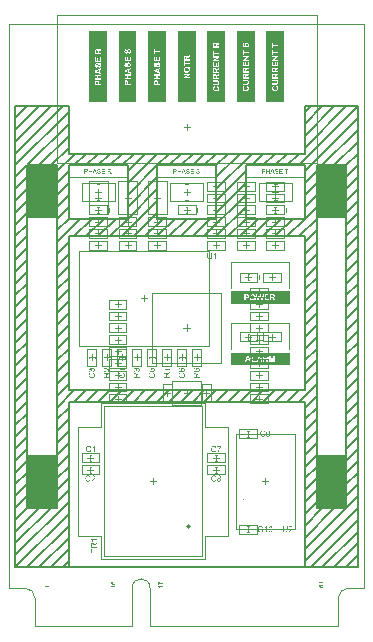
<source format=gto>
G04*
G04 #@! TF.GenerationSoftware,Altium Limited,Altium Designer,22.1.2 (22)*
G04*
G04 Layer_Color=65535*
%FSLAX25Y25*%
%MOIN*%
G70*
G04*
G04 #@! TF.SameCoordinates,B1E273F1-CA0D-4A37-822C-2AC157981796*
G04*
G04*
G04 #@! TF.FilePolarity,Positive*
G04*
G01*
G75*
%ADD10C,0.00394*%
%ADD11C,0.00787*%
%ADD12C,0.00197*%
%ADD13C,0.00709*%
%ADD14R,0.09843X0.17717*%
%ADD15C,0.00039*%
%ADD16C,0.00079*%
G36*
X34315Y107465D02*
X14630D01*
Y111653D01*
X34315D01*
Y107465D01*
D02*
G37*
G36*
X32480Y174606D02*
X26575D01*
Y198228D01*
X32480D01*
Y174606D01*
D02*
G37*
G36*
X-26575D02*
X-32480D01*
Y198228D01*
X-26575D01*
Y174606D01*
D02*
G37*
G36*
X-16732D02*
X-22638D01*
Y198228D01*
X-16732D01*
Y174606D01*
D02*
G37*
G36*
X22638D02*
X16732D01*
Y198228D01*
X22638D01*
Y174606D01*
D02*
G37*
G36*
X30017Y152353D02*
X30032D01*
X30074Y152349D01*
X30119Y152342D01*
X30167Y152331D01*
X30220Y152318D01*
X30268Y152301D01*
X30270D01*
X30274Y152299D01*
X30281Y152294D01*
X30290Y152290D01*
X30311Y152279D01*
X30340Y152259D01*
X30372Y152237D01*
X30405Y152209D01*
X30435Y152176D01*
X30464Y152139D01*
Y152137D01*
X30466Y152135D01*
X30470Y152129D01*
X30475Y152122D01*
X30486Y152100D01*
X30499Y152072D01*
X30514Y152037D01*
X30525Y151996D01*
X30536Y151952D01*
X30540Y151904D01*
X30348Y151889D01*
Y151891D01*
Y151895D01*
X30346Y151902D01*
X30344Y151913D01*
X30337Y151937D01*
X30329Y151969D01*
X30316Y152004D01*
X30296Y152039D01*
X30272Y152072D01*
X30242Y152102D01*
X30237Y152104D01*
X30226Y152113D01*
X30204Y152126D01*
X30176Y152139D01*
X30139Y152153D01*
X30095Y152166D01*
X30041Y152174D01*
X29980Y152176D01*
X29949D01*
X29936Y152174D01*
X29919Y152172D01*
X29880Y152168D01*
X29836Y152159D01*
X29792Y152148D01*
X29751Y152131D01*
X29734Y152120D01*
X29716Y152109D01*
X29712Y152107D01*
X29703Y152098D01*
X29690Y152083D01*
X29677Y152065D01*
X29662Y152041D01*
X29649Y152015D01*
X29640Y151985D01*
X29636Y151950D01*
Y151945D01*
Y151937D01*
X29638Y151921D01*
X29642Y151904D01*
X29649Y151882D01*
X29659Y151860D01*
X29673Y151839D01*
X29692Y151817D01*
X29694Y151815D01*
X29705Y151808D01*
X29714Y151802D01*
X29723Y151797D01*
X29736Y151791D01*
X29751Y151782D01*
X29771Y151775D01*
X29792Y151767D01*
X29816Y151758D01*
X29845Y151747D01*
X29875Y151738D01*
X29910Y151727D01*
X29949Y151719D01*
X29993Y151708D01*
X29995D01*
X30004Y151706D01*
X30017Y151703D01*
X30032Y151699D01*
X30052Y151695D01*
X30076Y151688D01*
X30100Y151682D01*
X30126Y151675D01*
X30183Y151660D01*
X30237Y151645D01*
X30263Y151636D01*
X30287Y151627D01*
X30309Y151621D01*
X30327Y151612D01*
X30329D01*
X30333Y151610D01*
X30340Y151605D01*
X30348Y151601D01*
X30372Y151588D01*
X30401Y151570D01*
X30433Y151547D01*
X30466Y151520D01*
X30497Y151490D01*
X30523Y151457D01*
X30525Y151453D01*
X30534Y151442D01*
X30542Y151422D01*
X30555Y151396D01*
X30566Y151365D01*
X30577Y151329D01*
X30584Y151287D01*
X30586Y151243D01*
Y151241D01*
Y151239D01*
Y151233D01*
Y151224D01*
X30582Y151200D01*
X30577Y151169D01*
X30569Y151134D01*
X30558Y151097D01*
X30540Y151058D01*
X30516Y151017D01*
Y151014D01*
X30514Y151012D01*
X30503Y150999D01*
X30488Y150980D01*
X30466Y150958D01*
X30438Y150932D01*
X30403Y150903D01*
X30364Y150877D01*
X30318Y150853D01*
X30316D01*
X30311Y150851D01*
X30305Y150849D01*
X30296Y150845D01*
X30283Y150840D01*
X30268Y150834D01*
X30233Y150825D01*
X30191Y150814D01*
X30141Y150803D01*
X30087Y150796D01*
X30028Y150794D01*
X29993D01*
X29976Y150796D01*
X29956D01*
X29934Y150799D01*
X29908Y150801D01*
X29853Y150810D01*
X29797Y150818D01*
X29740Y150834D01*
X29686Y150853D01*
X29683D01*
X29679Y150855D01*
X29673Y150860D01*
X29664Y150864D01*
X29638Y150877D01*
X29607Y150897D01*
X29572Y150923D01*
X29535Y150953D01*
X29500Y150991D01*
X29468Y151032D01*
Y151034D01*
X29463Y151039D01*
X29461Y151045D01*
X29454Y151054D01*
X29450Y151065D01*
X29444Y151078D01*
X29428Y151110D01*
X29413Y151152D01*
X29400Y151198D01*
X29391Y151250D01*
X29387Y151304D01*
X29574Y151322D01*
Y151320D01*
Y151318D01*
X29577Y151311D01*
Y151302D01*
X29581Y151283D01*
X29588Y151254D01*
X29596Y151226D01*
X29605Y151193D01*
X29620Y151163D01*
X29636Y151134D01*
X29638Y151132D01*
X29644Y151123D01*
X29655Y151108D01*
X29673Y151093D01*
X29694Y151073D01*
X29718Y151054D01*
X29751Y151034D01*
X29786Y151017D01*
X29788D01*
X29790Y151014D01*
X29797Y151012D01*
X29803Y151010D01*
X29825Y151004D01*
X29853Y150995D01*
X29888Y150986D01*
X29928Y150980D01*
X29971Y150975D01*
X30019Y150973D01*
X30039D01*
X30061Y150975D01*
X30087Y150978D01*
X30117Y150982D01*
X30152Y150986D01*
X30187Y150995D01*
X30220Y151006D01*
X30224Y151008D01*
X30235Y151012D01*
X30250Y151021D01*
X30270Y151030D01*
X30290Y151045D01*
X30311Y151060D01*
X30333Y151078D01*
X30351Y151100D01*
X30353Y151102D01*
X30357Y151110D01*
X30364Y151121D01*
X30372Y151139D01*
X30381Y151156D01*
X30388Y151178D01*
X30392Y151202D01*
X30394Y151228D01*
Y151230D01*
Y151241D01*
X30392Y151254D01*
X30390Y151272D01*
X30383Y151289D01*
X30377Y151311D01*
X30366Y151333D01*
X30351Y151352D01*
X30348Y151355D01*
X30342Y151361D01*
X30333Y151370D01*
X30318Y151383D01*
X30300Y151396D01*
X30276Y151411D01*
X30248Y151427D01*
X30215Y151440D01*
X30213Y151442D01*
X30202Y151444D01*
X30185Y151451D01*
X30174Y151453D01*
X30159Y151457D01*
X30143Y151464D01*
X30124Y151468D01*
X30102Y151474D01*
X30076Y151481D01*
X30050Y151488D01*
X30019Y151496D01*
X29984Y151505D01*
X29947Y151514D01*
X29945D01*
X29939Y151516D01*
X29928Y151518D01*
X29915Y151523D01*
X29897Y151527D01*
X29877Y151531D01*
X29834Y151544D01*
X29786Y151559D01*
X29736Y151575D01*
X29692Y151590D01*
X29673Y151599D01*
X29655Y151608D01*
X29653D01*
X29651Y151610D01*
X29638Y151618D01*
X29618Y151629D01*
X29596Y151647D01*
X29570Y151666D01*
X29544Y151690D01*
X29518Y151719D01*
X29496Y151749D01*
X29494Y151754D01*
X29487Y151765D01*
X29478Y151782D01*
X29470Y151804D01*
X29461Y151832D01*
X29452Y151865D01*
X29446Y151900D01*
X29444Y151937D01*
Y151939D01*
Y151941D01*
Y151948D01*
Y151956D01*
X29448Y151978D01*
X29452Y152006D01*
X29459Y152039D01*
X29470Y152076D01*
X29485Y152113D01*
X29507Y152150D01*
Y152153D01*
X29509Y152155D01*
X29520Y152168D01*
X29535Y152185D01*
X29555Y152207D01*
X29581Y152231D01*
X29614Y152257D01*
X29653Y152281D01*
X29697Y152303D01*
X29699D01*
X29703Y152305D01*
X29710Y152307D01*
X29718Y152312D01*
X29729Y152316D01*
X29744Y152320D01*
X29777Y152329D01*
X29819Y152338D01*
X29867Y152347D01*
X29917Y152353D01*
X29973Y152355D01*
X30002D01*
X30017Y152353D01*
D02*
G37*
G36*
X27715Y150821D02*
X27514D01*
Y151531D01*
X26734D01*
Y150821D01*
X26533D01*
Y152329D01*
X26734D01*
Y151710D01*
X27514D01*
Y152329D01*
X27715D01*
Y150821D01*
D02*
G37*
G36*
X33934Y152150D02*
X33437D01*
Y150821D01*
X33237D01*
Y152150D01*
X32740D01*
Y152329D01*
X33934D01*
Y152150D01*
D02*
G37*
G36*
X31955D02*
X31063D01*
Y151690D01*
X31898D01*
Y151512D01*
X31063D01*
Y150999D01*
X31990D01*
Y150821D01*
X30863D01*
Y152329D01*
X31955D01*
Y152150D01*
D02*
G37*
G36*
X29293Y150821D02*
X29067D01*
X28890Y151278D01*
X28258D01*
X28094Y150821D01*
X27883D01*
X28458Y152329D01*
X28676D01*
X29293Y150821D01*
D02*
G37*
G36*
X25773Y152327D02*
X25810Y152325D01*
X25849Y152322D01*
X25886Y152318D01*
X25919Y152314D01*
X25923D01*
X25938Y152310D01*
X25958Y152305D01*
X25984Y152299D01*
X26012Y152288D01*
X26043Y152275D01*
X26076Y152259D01*
X26104Y152242D01*
X26108Y152240D01*
X26117Y152233D01*
X26130Y152220D01*
X26147Y152205D01*
X26167Y152185D01*
X26187Y152159D01*
X26208Y152131D01*
X26226Y152098D01*
X26228Y152094D01*
X26232Y152083D01*
X26241Y152063D01*
X26250Y152037D01*
X26256Y152006D01*
X26265Y151972D01*
X26270Y151932D01*
X26272Y151891D01*
Y151889D01*
Y151882D01*
Y151874D01*
X26270Y151858D01*
X26267Y151843D01*
X26265Y151823D01*
X26261Y151802D01*
X26256Y151778D01*
X26241Y151727D01*
X26232Y151701D01*
X26219Y151673D01*
X26204Y151645D01*
X26189Y151618D01*
X26169Y151592D01*
X26147Y151566D01*
X26145Y151564D01*
X26141Y151559D01*
X26134Y151553D01*
X26123Y151547D01*
X26110Y151536D01*
X26093Y151525D01*
X26071Y151512D01*
X26047Y151501D01*
X26019Y151488D01*
X25986Y151474D01*
X25951Y151464D01*
X25910Y151455D01*
X25866Y151446D01*
X25818Y151440D01*
X25764Y151435D01*
X25707Y151433D01*
X25321D01*
Y150821D01*
X25121D01*
Y152329D01*
X25740D01*
X25773Y152327D01*
D02*
G37*
G36*
X-6890Y174606D02*
X-12795D01*
Y198228D01*
X-6890D01*
Y174606D01*
D02*
G37*
G36*
X12795D02*
X6890D01*
Y198228D01*
X12795D01*
Y174606D01*
D02*
G37*
G36*
X3863Y152353D02*
X3878D01*
X3920Y152349D01*
X3965Y152342D01*
X4013Y152331D01*
X4066Y152318D01*
X4114Y152301D01*
X4116D01*
X4120Y152299D01*
X4127Y152294D01*
X4135Y152290D01*
X4157Y152279D01*
X4186Y152259D01*
X4218Y152237D01*
X4251Y152209D01*
X4281Y152176D01*
X4310Y152139D01*
Y152137D01*
X4312Y152135D01*
X4316Y152129D01*
X4321Y152122D01*
X4332Y152100D01*
X4345Y152072D01*
X4360Y152037D01*
X4371Y151996D01*
X4382Y151952D01*
X4386Y151904D01*
X4194Y151889D01*
Y151891D01*
Y151895D01*
X4192Y151902D01*
X4190Y151913D01*
X4183Y151937D01*
X4175Y151969D01*
X4162Y152004D01*
X4142Y152039D01*
X4118Y152072D01*
X4087Y152102D01*
X4083Y152104D01*
X4072Y152113D01*
X4050Y152126D01*
X4022Y152139D01*
X3985Y152153D01*
X3941Y152166D01*
X3887Y152174D01*
X3826Y152176D01*
X3795D01*
X3782Y152174D01*
X3765Y152172D01*
X3726Y152168D01*
X3682Y152159D01*
X3638Y152148D01*
X3597Y152131D01*
X3580Y152120D01*
X3562Y152109D01*
X3558Y152107D01*
X3549Y152098D01*
X3536Y152083D01*
X3523Y152065D01*
X3508Y152041D01*
X3494Y152015D01*
X3486Y151985D01*
X3481Y151950D01*
Y151945D01*
Y151937D01*
X3484Y151921D01*
X3488Y151904D01*
X3494Y151882D01*
X3505Y151860D01*
X3519Y151839D01*
X3538Y151817D01*
X3540Y151815D01*
X3551Y151808D01*
X3560Y151802D01*
X3569Y151797D01*
X3582Y151791D01*
X3597Y151782D01*
X3617Y151775D01*
X3638Y151767D01*
X3662Y151758D01*
X3691Y151747D01*
X3721Y151738D01*
X3756Y151727D01*
X3795Y151719D01*
X3839Y151708D01*
X3841D01*
X3850Y151706D01*
X3863Y151703D01*
X3878Y151699D01*
X3898Y151695D01*
X3922Y151688D01*
X3946Y151682D01*
X3972Y151675D01*
X4029Y151660D01*
X4083Y151645D01*
X4109Y151636D01*
X4133Y151627D01*
X4155Y151621D01*
X4172Y151612D01*
X4175D01*
X4179Y151610D01*
X4186Y151605D01*
X4194Y151601D01*
X4218Y151588D01*
X4247Y151570D01*
X4279Y151547D01*
X4312Y151520D01*
X4343Y151490D01*
X4369Y151457D01*
X4371Y151453D01*
X4380Y151442D01*
X4388Y151422D01*
X4401Y151396D01*
X4412Y151365D01*
X4423Y151329D01*
X4430Y151287D01*
X4432Y151243D01*
Y151241D01*
Y151239D01*
Y151233D01*
Y151224D01*
X4428Y151200D01*
X4423Y151169D01*
X4414Y151134D01*
X4404Y151097D01*
X4386Y151058D01*
X4362Y151017D01*
Y151014D01*
X4360Y151012D01*
X4349Y150999D01*
X4334Y150980D01*
X4312Y150958D01*
X4284Y150932D01*
X4249Y150903D01*
X4210Y150877D01*
X4164Y150853D01*
X4162D01*
X4157Y150851D01*
X4151Y150849D01*
X4142Y150845D01*
X4129Y150840D01*
X4114Y150834D01*
X4079Y150825D01*
X4037Y150814D01*
X3987Y150803D01*
X3933Y150796D01*
X3874Y150794D01*
X3839D01*
X3822Y150796D01*
X3802D01*
X3780Y150799D01*
X3754Y150801D01*
X3700Y150810D01*
X3643Y150818D01*
X3586Y150834D01*
X3532Y150853D01*
X3529D01*
X3525Y150855D01*
X3519Y150860D01*
X3510Y150864D01*
X3484Y150877D01*
X3453Y150897D01*
X3418Y150923D01*
X3381Y150953D01*
X3346Y150991D01*
X3314Y151032D01*
Y151034D01*
X3309Y151039D01*
X3307Y151045D01*
X3300Y151054D01*
X3296Y151065D01*
X3290Y151078D01*
X3274Y151110D01*
X3259Y151152D01*
X3246Y151198D01*
X3237Y151250D01*
X3233Y151304D01*
X3420Y151322D01*
Y151320D01*
Y151318D01*
X3423Y151311D01*
Y151302D01*
X3427Y151283D01*
X3433Y151254D01*
X3442Y151226D01*
X3451Y151193D01*
X3466Y151163D01*
X3481Y151134D01*
X3484Y151132D01*
X3490Y151123D01*
X3501Y151108D01*
X3519Y151093D01*
X3540Y151073D01*
X3564Y151054D01*
X3597Y151034D01*
X3632Y151017D01*
X3634D01*
X3636Y151014D01*
X3643Y151012D01*
X3649Y151010D01*
X3671Y151004D01*
X3700Y150995D01*
X3734Y150986D01*
X3774Y150980D01*
X3817Y150975D01*
X3865Y150973D01*
X3885D01*
X3907Y150975D01*
X3933Y150978D01*
X3963Y150982D01*
X3998Y150986D01*
X4033Y150995D01*
X4066Y151006D01*
X4070Y151008D01*
X4081Y151012D01*
X4096Y151021D01*
X4116Y151030D01*
X4135Y151045D01*
X4157Y151060D01*
X4179Y151078D01*
X4197Y151100D01*
X4199Y151102D01*
X4203Y151110D01*
X4210Y151121D01*
X4218Y151139D01*
X4227Y151156D01*
X4234Y151178D01*
X4238Y151202D01*
X4240Y151228D01*
Y151230D01*
Y151241D01*
X4238Y151254D01*
X4236Y151272D01*
X4229Y151289D01*
X4223Y151311D01*
X4212Y151333D01*
X4197Y151352D01*
X4194Y151355D01*
X4188Y151361D01*
X4179Y151370D01*
X4164Y151383D01*
X4146Y151396D01*
X4122Y151411D01*
X4094Y151427D01*
X4061Y151440D01*
X4059Y151442D01*
X4048Y151444D01*
X4031Y151451D01*
X4020Y151453D01*
X4005Y151457D01*
X3989Y151464D01*
X3970Y151468D01*
X3948Y151474D01*
X3922Y151481D01*
X3896Y151488D01*
X3865Y151496D01*
X3830Y151505D01*
X3793Y151514D01*
X3791D01*
X3785Y151516D01*
X3774Y151518D01*
X3760Y151523D01*
X3743Y151527D01*
X3723Y151531D01*
X3680Y151544D01*
X3632Y151559D01*
X3582Y151575D01*
X3538Y151590D01*
X3519Y151599D01*
X3501Y151608D01*
X3499D01*
X3497Y151610D01*
X3484Y151618D01*
X3464Y151629D01*
X3442Y151647D01*
X3416Y151666D01*
X3390Y151690D01*
X3364Y151719D01*
X3342Y151749D01*
X3340Y151754D01*
X3333Y151765D01*
X3325Y151782D01*
X3316Y151804D01*
X3307Y151832D01*
X3298Y151865D01*
X3292Y151900D01*
X3290Y151937D01*
Y151939D01*
Y151941D01*
Y151948D01*
Y151956D01*
X3294Y151978D01*
X3298Y152006D01*
X3305Y152039D01*
X3316Y152076D01*
X3331Y152113D01*
X3353Y152150D01*
Y152153D01*
X3355Y152155D01*
X3366Y152168D01*
X3381Y152185D01*
X3401Y152207D01*
X3427Y152231D01*
X3460Y152257D01*
X3499Y152281D01*
X3542Y152303D01*
X3545D01*
X3549Y152305D01*
X3556Y152307D01*
X3564Y152312D01*
X3575Y152316D01*
X3590Y152320D01*
X3623Y152329D01*
X3665Y152338D01*
X3712Y152347D01*
X3763Y152353D01*
X3819Y152355D01*
X3848D01*
X3863Y152353D01*
D02*
G37*
G36*
X464D02*
X480D01*
X521Y152349D01*
X567Y152342D01*
X615Y152331D01*
X667Y152318D01*
X715Y152301D01*
X717D01*
X722Y152299D01*
X728Y152294D01*
X737Y152290D01*
X759Y152279D01*
X787Y152259D01*
X820Y152237D01*
X852Y152209D01*
X883Y152176D01*
X911Y152139D01*
Y152137D01*
X913Y152135D01*
X918Y152129D01*
X922Y152122D01*
X933Y152100D01*
X946Y152072D01*
X961Y152037D01*
X972Y151996D01*
X983Y151952D01*
X988Y151904D01*
X796Y151889D01*
Y151891D01*
Y151895D01*
X793Y151902D01*
X791Y151913D01*
X785Y151937D01*
X776Y151969D01*
X763Y152004D01*
X743Y152039D01*
X719Y152072D01*
X689Y152102D01*
X685Y152104D01*
X674Y152113D01*
X652Y152126D01*
X624Y152139D01*
X586Y152153D01*
X543Y152166D01*
X488Y152174D01*
X427Y152176D01*
X397D01*
X384Y152174D01*
X366Y152172D01*
X327Y152168D01*
X283Y152159D01*
X240Y152148D01*
X198Y152131D01*
X181Y152120D01*
X163Y152109D01*
X159Y152107D01*
X150Y152098D01*
X137Y152083D01*
X124Y152065D01*
X109Y152041D01*
X96Y152015D01*
X87Y151985D01*
X83Y151950D01*
Y151945D01*
Y151937D01*
X85Y151921D01*
X89Y151904D01*
X96Y151882D01*
X107Y151860D01*
X120Y151839D01*
X140Y151817D01*
X142Y151815D01*
X153Y151808D01*
X161Y151802D01*
X170Y151797D01*
X183Y151791D01*
X198Y151782D01*
X218Y151775D01*
X240Y151767D01*
X264Y151758D01*
X292Y151747D01*
X323Y151738D01*
X357Y151727D01*
X397Y151719D01*
X440Y151708D01*
X442D01*
X451Y151706D01*
X464Y151703D01*
X480Y151699D01*
X499Y151695D01*
X523Y151688D01*
X547Y151682D01*
X573Y151675D01*
X630Y151660D01*
X685Y151645D01*
X711Y151636D01*
X735Y151627D01*
X757Y151621D01*
X774Y151612D01*
X776D01*
X780Y151610D01*
X787Y151605D01*
X796Y151601D01*
X820Y151588D01*
X848Y151570D01*
X881Y151547D01*
X913Y151520D01*
X944Y151490D01*
X970Y151457D01*
X972Y151453D01*
X981Y151442D01*
X990Y151422D01*
X1003Y151396D01*
X1014Y151365D01*
X1025Y151329D01*
X1031Y151287D01*
X1033Y151243D01*
Y151241D01*
Y151239D01*
Y151233D01*
Y151224D01*
X1029Y151200D01*
X1025Y151169D01*
X1016Y151134D01*
X1005Y151097D01*
X988Y151058D01*
X964Y151017D01*
Y151014D01*
X961Y151012D01*
X950Y150999D01*
X935Y150980D01*
X913Y150958D01*
X885Y150932D01*
X850Y150903D01*
X811Y150877D01*
X765Y150853D01*
X763D01*
X759Y150851D01*
X752Y150849D01*
X743Y150845D01*
X730Y150840D01*
X715Y150834D01*
X680Y150825D01*
X639Y150814D01*
X589Y150803D01*
X534Y150796D01*
X475Y150794D01*
X440D01*
X423Y150796D01*
X403D01*
X381Y150799D01*
X355Y150801D01*
X301Y150810D01*
X244Y150818D01*
X187Y150834D01*
X133Y150853D01*
X131D01*
X126Y150855D01*
X120Y150860D01*
X111Y150864D01*
X85Y150877D01*
X55Y150897D01*
X20Y150923D01*
X-17Y150953D01*
X-52Y150991D01*
X-85Y151032D01*
Y151034D01*
X-89Y151039D01*
X-92Y151045D01*
X-98Y151054D01*
X-103Y151065D01*
X-109Y151078D01*
X-124Y151110D01*
X-140Y151152D01*
X-153Y151198D01*
X-161Y151250D01*
X-166Y151304D01*
X22Y151322D01*
Y151320D01*
Y151318D01*
X24Y151311D01*
Y151302D01*
X28Y151283D01*
X35Y151254D01*
X44Y151226D01*
X52Y151193D01*
X68Y151163D01*
X83Y151134D01*
X85Y151132D01*
X92Y151123D01*
X103Y151108D01*
X120Y151093D01*
X142Y151073D01*
X166Y151054D01*
X198Y151034D01*
X233Y151017D01*
X235D01*
X238Y151014D01*
X244Y151012D01*
X251Y151010D01*
X273Y151004D01*
X301Y150995D01*
X336Y150986D01*
X375Y150980D01*
X419Y150975D01*
X466Y150973D01*
X486D01*
X508Y150975D01*
X534Y150978D01*
X565Y150982D01*
X599Y150986D01*
X634Y150995D01*
X667Y151006D01*
X671Y151008D01*
X682Y151012D01*
X698Y151021D01*
X717Y151030D01*
X737Y151045D01*
X759Y151060D01*
X780Y151078D01*
X798Y151100D01*
X800Y151102D01*
X804Y151110D01*
X811Y151121D01*
X820Y151139D01*
X828Y151156D01*
X835Y151178D01*
X839Y151202D01*
X841Y151228D01*
Y151230D01*
Y151241D01*
X839Y151254D01*
X837Y151272D01*
X831Y151289D01*
X824Y151311D01*
X813Y151333D01*
X798Y151352D01*
X796Y151355D01*
X789Y151361D01*
X780Y151370D01*
X765Y151383D01*
X748Y151396D01*
X724Y151411D01*
X695Y151427D01*
X663Y151440D01*
X660Y151442D01*
X650Y151444D01*
X632Y151451D01*
X621Y151453D01*
X606Y151457D01*
X591Y151464D01*
X571Y151468D01*
X549Y151474D01*
X523Y151481D01*
X497Y151488D01*
X466Y151496D01*
X432Y151505D01*
X395Y151514D01*
X392D01*
X386Y151516D01*
X375Y151518D01*
X362Y151523D01*
X344Y151527D01*
X325Y151531D01*
X281Y151544D01*
X233Y151559D01*
X183Y151575D01*
X140Y151590D01*
X120Y151599D01*
X103Y151608D01*
X100D01*
X98Y151610D01*
X85Y151618D01*
X65Y151629D01*
X44Y151647D01*
X17Y151666D01*
X-9Y151690D01*
X-35Y151719D01*
X-57Y151749D01*
X-59Y151754D01*
X-65Y151765D01*
X-74Y151782D01*
X-83Y151804D01*
X-92Y151832D01*
X-100Y151865D01*
X-107Y151900D01*
X-109Y151937D01*
Y151939D01*
Y151941D01*
Y151948D01*
Y151956D01*
X-105Y151978D01*
X-100Y152006D01*
X-94Y152039D01*
X-83Y152076D01*
X-68Y152113D01*
X-46Y152150D01*
Y152153D01*
X-44Y152155D01*
X-33Y152168D01*
X-17Y152185D01*
X2Y152207D01*
X28Y152231D01*
X61Y152257D01*
X100Y152281D01*
X144Y152303D01*
X146D01*
X150Y152305D01*
X157Y152307D01*
X166Y152312D01*
X177Y152316D01*
X192Y152320D01*
X225Y152329D01*
X266Y152338D01*
X314Y152347D01*
X364Y152353D01*
X421Y152355D01*
X449D01*
X464Y152353D01*
D02*
G37*
G36*
X-1838Y150821D02*
X-2038D01*
Y151531D01*
X-2819D01*
Y150821D01*
X-3019D01*
Y152329D01*
X-2819D01*
Y151710D01*
X-2038D01*
Y152329D01*
X-1838D01*
Y150821D01*
D02*
G37*
G36*
X2402Y152150D02*
X1511D01*
Y151690D01*
X2346D01*
Y151512D01*
X1511D01*
Y150999D01*
X2437D01*
Y150821D01*
X1310D01*
Y152329D01*
X2402D01*
Y152150D01*
D02*
G37*
G36*
X-259Y150821D02*
X-486D01*
X-663Y151278D01*
X-1295D01*
X-1458Y150821D01*
X-1670D01*
X-1094Y152329D01*
X-876D01*
X-259Y150821D01*
D02*
G37*
G36*
X-3780Y152327D02*
X-3743Y152325D01*
X-3704Y152322D01*
X-3667Y152318D01*
X-3634Y152314D01*
X-3630D01*
X-3614Y152310D01*
X-3595Y152305D01*
X-3569Y152299D01*
X-3540Y152288D01*
X-3510Y152275D01*
X-3477Y152259D01*
X-3449Y152242D01*
X-3444Y152240D01*
X-3436Y152233D01*
X-3423Y152220D01*
X-3405Y152205D01*
X-3385Y152185D01*
X-3366Y152159D01*
X-3344Y152131D01*
X-3327Y152098D01*
X-3325Y152094D01*
X-3320Y152083D01*
X-3311Y152063D01*
X-3303Y152037D01*
X-3296Y152006D01*
X-3287Y151972D01*
X-3283Y151932D01*
X-3281Y151891D01*
Y151889D01*
Y151882D01*
Y151874D01*
X-3283Y151858D01*
X-3285Y151843D01*
X-3287Y151823D01*
X-3292Y151802D01*
X-3296Y151778D01*
X-3311Y151727D01*
X-3320Y151701D01*
X-3333Y151673D01*
X-3348Y151645D01*
X-3364Y151618D01*
X-3383Y151592D01*
X-3405Y151566D01*
X-3407Y151564D01*
X-3412Y151559D01*
X-3418Y151553D01*
X-3429Y151547D01*
X-3442Y151536D01*
X-3460Y151525D01*
X-3481Y151512D01*
X-3505Y151501D01*
X-3534Y151488D01*
X-3567Y151474D01*
X-3601Y151464D01*
X-3643Y151455D01*
X-3686Y151446D01*
X-3734Y151440D01*
X-3789Y151435D01*
X-3845Y151433D01*
X-4231D01*
Y150821D01*
X-4432D01*
Y152329D01*
X-3813D01*
X-3780Y152327D01*
D02*
G37*
G36*
X34315Y86992D02*
X14630D01*
Y91181D01*
X34315D01*
Y86992D01*
D02*
G37*
G36*
X2953Y198228D02*
Y174606D01*
X-2953D01*
Y198228D01*
X2953D01*
D02*
G37*
G36*
X-29161Y152353D02*
X-29146D01*
X-29105Y152349D01*
X-29059Y152342D01*
X-29011Y152331D01*
X-28959Y152318D01*
X-28911Y152301D01*
X-28908D01*
X-28904Y152299D01*
X-28898Y152294D01*
X-28889Y152290D01*
X-28867Y152279D01*
X-28839Y152259D01*
X-28806Y152237D01*
X-28773Y152209D01*
X-28743Y152176D01*
X-28714Y152139D01*
Y152137D01*
X-28712Y152135D01*
X-28708Y152129D01*
X-28703Y152122D01*
X-28693Y152100D01*
X-28679Y152072D01*
X-28664Y152037D01*
X-28653Y151996D01*
X-28642Y151952D01*
X-28638Y151904D01*
X-28830Y151889D01*
Y151891D01*
Y151895D01*
X-28832Y151902D01*
X-28834Y151913D01*
X-28841Y151937D01*
X-28850Y151969D01*
X-28863Y152004D01*
X-28882Y152039D01*
X-28906Y152072D01*
X-28937Y152102D01*
X-28941Y152104D01*
X-28952Y152113D01*
X-28974Y152126D01*
X-29002Y152139D01*
X-29039Y152153D01*
X-29083Y152166D01*
X-29137Y152174D01*
X-29198Y152176D01*
X-29229D01*
X-29242Y152174D01*
X-29259Y152172D01*
X-29299Y152168D01*
X-29342Y152159D01*
X-29386Y152148D01*
X-29427Y152131D01*
X-29445Y152120D01*
X-29462Y152109D01*
X-29467Y152107D01*
X-29475Y152098D01*
X-29488Y152083D01*
X-29501Y152065D01*
X-29517Y152041D01*
X-29530Y152015D01*
X-29539Y151985D01*
X-29543Y151950D01*
Y151945D01*
Y151937D01*
X-29541Y151921D01*
X-29536Y151904D01*
X-29530Y151882D01*
X-29519Y151860D01*
X-29506Y151839D01*
X-29486Y151817D01*
X-29484Y151815D01*
X-29473Y151808D01*
X-29464Y151802D01*
X-29456Y151797D01*
X-29443Y151791D01*
X-29427Y151782D01*
X-29408Y151775D01*
X-29386Y151767D01*
X-29362Y151758D01*
X-29333Y151747D01*
X-29303Y151738D01*
X-29268Y151727D01*
X-29229Y151719D01*
X-29185Y151708D01*
X-29183D01*
X-29174Y151706D01*
X-29161Y151703D01*
X-29146Y151699D01*
X-29126Y151695D01*
X-29103Y151688D01*
X-29079Y151682D01*
X-29052Y151675D01*
X-28996Y151660D01*
X-28941Y151645D01*
X-28915Y151636D01*
X-28891Y151627D01*
X-28869Y151621D01*
X-28852Y151612D01*
X-28850D01*
X-28845Y151610D01*
X-28839Y151605D01*
X-28830Y151601D01*
X-28806Y151588D01*
X-28778Y151570D01*
X-28745Y151547D01*
X-28712Y151520D01*
X-28682Y151490D01*
X-28656Y151457D01*
X-28653Y151453D01*
X-28645Y151442D01*
X-28636Y151422D01*
X-28623Y151396D01*
X-28612Y151365D01*
X-28601Y151329D01*
X-28594Y151287D01*
X-28592Y151243D01*
Y151241D01*
Y151239D01*
Y151233D01*
Y151224D01*
X-28597Y151200D01*
X-28601Y151169D01*
X-28610Y151134D01*
X-28621Y151097D01*
X-28638Y151058D01*
X-28662Y151017D01*
Y151014D01*
X-28664Y151012D01*
X-28675Y150999D01*
X-28690Y150980D01*
X-28712Y150958D01*
X-28741Y150932D01*
X-28776Y150903D01*
X-28815Y150877D01*
X-28861Y150853D01*
X-28863D01*
X-28867Y150851D01*
X-28874Y150849D01*
X-28882Y150845D01*
X-28895Y150840D01*
X-28911Y150834D01*
X-28945Y150825D01*
X-28987Y150814D01*
X-29037Y150803D01*
X-29092Y150796D01*
X-29150Y150794D01*
X-29185D01*
X-29203Y150796D01*
X-29222D01*
X-29244Y150799D01*
X-29270Y150801D01*
X-29325Y150810D01*
X-29381Y150818D01*
X-29438Y150834D01*
X-29493Y150853D01*
X-29495D01*
X-29499Y150855D01*
X-29506Y150860D01*
X-29515Y150864D01*
X-29541Y150877D01*
X-29571Y150897D01*
X-29606Y150923D01*
X-29643Y150953D01*
X-29678Y150991D01*
X-29711Y151032D01*
Y151034D01*
X-29715Y151039D01*
X-29717Y151045D01*
X-29724Y151054D01*
X-29728Y151065D01*
X-29735Y151078D01*
X-29750Y151110D01*
X-29765Y151152D01*
X-29778Y151198D01*
X-29787Y151250D01*
X-29791Y151304D01*
X-29604Y151322D01*
Y151320D01*
Y151318D01*
X-29602Y151311D01*
Y151302D01*
X-29597Y151283D01*
X-29591Y151254D01*
X-29582Y151226D01*
X-29573Y151193D01*
X-29558Y151163D01*
X-29543Y151134D01*
X-29541Y151132D01*
X-29534Y151123D01*
X-29523Y151108D01*
X-29506Y151093D01*
X-29484Y151073D01*
X-29460Y151054D01*
X-29427Y151034D01*
X-29392Y151017D01*
X-29390D01*
X-29388Y151014D01*
X-29381Y151012D01*
X-29375Y151010D01*
X-29353Y151004D01*
X-29325Y150995D01*
X-29290Y150986D01*
X-29251Y150980D01*
X-29207Y150975D01*
X-29159Y150973D01*
X-29140D01*
X-29118Y150975D01*
X-29092Y150978D01*
X-29061Y150982D01*
X-29026Y150986D01*
X-28991Y150995D01*
X-28959Y151006D01*
X-28954Y151008D01*
X-28943Y151012D01*
X-28928Y151021D01*
X-28908Y151030D01*
X-28889Y151045D01*
X-28867Y151060D01*
X-28845Y151078D01*
X-28828Y151100D01*
X-28826Y151102D01*
X-28821Y151110D01*
X-28815Y151121D01*
X-28806Y151139D01*
X-28797Y151156D01*
X-28791Y151178D01*
X-28786Y151202D01*
X-28784Y151228D01*
Y151230D01*
Y151241D01*
X-28786Y151254D01*
X-28789Y151272D01*
X-28795Y151289D01*
X-28802Y151311D01*
X-28813Y151333D01*
X-28828Y151352D01*
X-28830Y151355D01*
X-28837Y151361D01*
X-28845Y151370D01*
X-28861Y151383D01*
X-28878Y151396D01*
X-28902Y151411D01*
X-28930Y151427D01*
X-28963Y151440D01*
X-28965Y151442D01*
X-28976Y151444D01*
X-28993Y151451D01*
X-29004Y151453D01*
X-29020Y151457D01*
X-29035Y151464D01*
X-29054Y151468D01*
X-29076Y151474D01*
X-29103Y151481D01*
X-29129Y151488D01*
X-29159Y151496D01*
X-29194Y151505D01*
X-29231Y151514D01*
X-29233D01*
X-29240Y151516D01*
X-29251Y151518D01*
X-29264Y151523D01*
X-29281Y151527D01*
X-29301Y151531D01*
X-29344Y151544D01*
X-29392Y151559D01*
X-29443Y151575D01*
X-29486Y151590D01*
X-29506Y151599D01*
X-29523Y151608D01*
X-29525D01*
X-29528Y151610D01*
X-29541Y151618D01*
X-29560Y151629D01*
X-29582Y151647D01*
X-29608Y151666D01*
X-29634Y151690D01*
X-29660Y151719D01*
X-29682Y151749D01*
X-29684Y151754D01*
X-29691Y151765D01*
X-29700Y151782D01*
X-29708Y151804D01*
X-29717Y151832D01*
X-29726Y151865D01*
X-29732Y151900D01*
X-29735Y151937D01*
Y151939D01*
Y151941D01*
Y151948D01*
Y151956D01*
X-29730Y151978D01*
X-29726Y152006D01*
X-29719Y152039D01*
X-29708Y152076D01*
X-29693Y152113D01*
X-29671Y152150D01*
Y152153D01*
X-29669Y152155D01*
X-29658Y152168D01*
X-29643Y152185D01*
X-29623Y152207D01*
X-29597Y152231D01*
X-29565Y152257D01*
X-29525Y152281D01*
X-29482Y152303D01*
X-29480D01*
X-29475Y152305D01*
X-29469Y152307D01*
X-29460Y152312D01*
X-29449Y152316D01*
X-29434Y152320D01*
X-29401Y152329D01*
X-29360Y152338D01*
X-29312Y152347D01*
X-29262Y152353D01*
X-29205Y152355D01*
X-29177D01*
X-29161Y152353D01*
D02*
G37*
G36*
X-31463Y150821D02*
X-31664D01*
Y151531D01*
X-32444D01*
Y150821D01*
X-32645D01*
Y152329D01*
X-32444D01*
Y151710D01*
X-31664D01*
Y152329D01*
X-31463D01*
Y150821D01*
D02*
G37*
G36*
X-25606Y152327D02*
X-25586D01*
X-25540Y152325D01*
X-25492Y152318D01*
X-25440Y152312D01*
X-25392Y152301D01*
X-25368Y152294D01*
X-25348Y152288D01*
X-25346D01*
X-25344Y152286D01*
X-25331Y152279D01*
X-25311Y152270D01*
X-25288Y152255D01*
X-25261Y152235D01*
X-25233Y152209D01*
X-25207Y152179D01*
X-25181Y152144D01*
Y152142D01*
X-25179Y152139D01*
X-25170Y152126D01*
X-25161Y152104D01*
X-25148Y152076D01*
X-25137Y152043D01*
X-25126Y152004D01*
X-25120Y151963D01*
X-25117Y151917D01*
Y151915D01*
Y151910D01*
Y151902D01*
X-25120Y151891D01*
Y151876D01*
X-25122Y151860D01*
X-25131Y151823D01*
X-25144Y151780D01*
X-25161Y151734D01*
X-25187Y151688D01*
X-25205Y151666D01*
X-25222Y151645D01*
X-25224Y151642D01*
X-25226Y151640D01*
X-25233Y151634D01*
X-25242Y151627D01*
X-25253Y151618D01*
X-25266Y151610D01*
X-25283Y151599D01*
X-25300Y151586D01*
X-25322Y151575D01*
X-25346Y151564D01*
X-25372Y151551D01*
X-25401Y151540D01*
X-25433Y151531D01*
X-25466Y151520D01*
X-25503Y151514D01*
X-25543Y151507D01*
X-25538Y151505D01*
X-25529Y151501D01*
X-25516Y151492D01*
X-25499Y151483D01*
X-25460Y151459D01*
X-25440Y151444D01*
X-25423Y151431D01*
X-25418Y151427D01*
X-25407Y151416D01*
X-25390Y151398D01*
X-25368Y151376D01*
X-25344Y151346D01*
X-25316Y151313D01*
X-25288Y151274D01*
X-25257Y151230D01*
X-24997Y150821D01*
X-25246D01*
X-25444Y151134D01*
Y151137D01*
X-25449Y151141D01*
X-25453Y151147D01*
X-25460Y151156D01*
X-25475Y151180D01*
X-25495Y151211D01*
X-25519Y151243D01*
X-25543Y151278D01*
X-25567Y151311D01*
X-25588Y151341D01*
X-25591Y151344D01*
X-25597Y151352D01*
X-25608Y151365D01*
X-25623Y151381D01*
X-25656Y151414D01*
X-25673Y151429D01*
X-25691Y151442D01*
X-25693Y151444D01*
X-25697Y151446D01*
X-25706Y151451D01*
X-25719Y151457D01*
X-25732Y151464D01*
X-25747Y151470D01*
X-25782Y151481D01*
X-25785D01*
X-25789Y151483D01*
X-25798D01*
X-25809Y151485D01*
X-25824Y151488D01*
X-25841D01*
X-25865Y151490D01*
X-26122D01*
Y150821D01*
X-26323D01*
Y152329D01*
X-25623D01*
X-25606Y152327D01*
D02*
G37*
G36*
X-27223Y152150D02*
X-28115D01*
Y151690D01*
X-27280D01*
Y151512D01*
X-28115D01*
Y150999D01*
X-27188D01*
Y150821D01*
X-28315D01*
Y152329D01*
X-27223D01*
Y152150D01*
D02*
G37*
G36*
X-29885Y150821D02*
X-30112D01*
X-30288Y151278D01*
X-30921D01*
X-31084Y150821D01*
X-31295D01*
X-30720Y152329D01*
X-30502D01*
X-29885Y150821D01*
D02*
G37*
G36*
X-33406Y152327D02*
X-33369Y152325D01*
X-33329Y152322D01*
X-33292Y152318D01*
X-33260Y152314D01*
X-33255D01*
X-33240Y152310D01*
X-33220Y152305D01*
X-33194Y152299D01*
X-33166Y152288D01*
X-33136Y152275D01*
X-33103Y152259D01*
X-33074Y152242D01*
X-33070Y152240D01*
X-33061Y152233D01*
X-33048Y152220D01*
X-33031Y152205D01*
X-33011Y152185D01*
X-32992Y152159D01*
X-32970Y152131D01*
X-32952Y152098D01*
X-32950Y152094D01*
X-32946Y152083D01*
X-32937Y152063D01*
X-32928Y152037D01*
X-32922Y152006D01*
X-32913Y151972D01*
X-32909Y151932D01*
X-32907Y151891D01*
Y151889D01*
Y151882D01*
Y151874D01*
X-32909Y151858D01*
X-32911Y151843D01*
X-32913Y151823D01*
X-32917Y151802D01*
X-32922Y151778D01*
X-32937Y151727D01*
X-32946Y151701D01*
X-32959Y151673D01*
X-32974Y151645D01*
X-32989Y151618D01*
X-33009Y151592D01*
X-33031Y151566D01*
X-33033Y151564D01*
X-33037Y151559D01*
X-33044Y151553D01*
X-33055Y151547D01*
X-33068Y151536D01*
X-33085Y151525D01*
X-33107Y151512D01*
X-33131Y151501D01*
X-33159Y151488D01*
X-33192Y151474D01*
X-33227Y151464D01*
X-33268Y151455D01*
X-33312Y151446D01*
X-33360Y151440D01*
X-33415Y151435D01*
X-33471Y151433D01*
X-33857D01*
Y150821D01*
X-34058D01*
Y152329D01*
X-33439D01*
X-33406Y152327D01*
D02*
G37*
G36*
X45499Y14480D02*
X44320D01*
X44322Y14478D01*
X44331Y14467D01*
X44344Y14454D01*
X44359Y14433D01*
X44379Y14409D01*
X44401Y14378D01*
X44425Y14343D01*
X44449Y14304D01*
Y14302D01*
X44451Y14299D01*
X44459Y14286D01*
X44470Y14265D01*
X44483Y14238D01*
X44499Y14208D01*
X44514Y14175D01*
X44529Y14142D01*
X44542Y14110D01*
X44363D01*
Y14112D01*
X44359Y14116D01*
X44357Y14125D01*
X44350Y14136D01*
X44344Y14149D01*
X44335Y14164D01*
X44313Y14201D01*
X44289Y14245D01*
X44259Y14289D01*
X44224Y14334D01*
X44187Y14380D01*
X44185Y14382D01*
X44183Y14385D01*
X44176Y14391D01*
X44170Y14400D01*
X44148Y14419D01*
X44122Y14446D01*
X44091Y14472D01*
X44056Y14500D01*
X44021Y14524D01*
X43984Y14546D01*
Y14666D01*
X45499D01*
Y14480D01*
D02*
G37*
G36*
X45024Y13794D02*
X45041Y13792D01*
X45061Y13789D01*
X45085Y13785D01*
X45109Y13781D01*
X45166Y13768D01*
X45225Y13746D01*
X45255Y13733D01*
X45283Y13715D01*
X45314Y13698D01*
X45342Y13676D01*
X45344Y13674D01*
X45351Y13669D01*
X45360Y13661D01*
X45371Y13650D01*
X45384Y13635D01*
X45401Y13617D01*
X45416Y13595D01*
X45434Y13571D01*
X45451Y13545D01*
X45467Y13515D01*
X45482Y13482D01*
X45497Y13447D01*
X45508Y13410D01*
X45517Y13369D01*
X45523Y13325D01*
X45525Y13279D01*
Y13260D01*
X45523Y13244D01*
X45521Y13227D01*
X45519Y13207D01*
X45517Y13183D01*
X45510Y13159D01*
X45497Y13105D01*
X45478Y13050D01*
X45464Y13022D01*
X45449Y12994D01*
X45432Y12968D01*
X45412Y12941D01*
X45410Y12939D01*
X45408Y12935D01*
X45399Y12930D01*
X45390Y12922D01*
X45379Y12911D01*
X45366Y12900D01*
X45349Y12887D01*
X45329Y12876D01*
X45310Y12863D01*
X45286Y12850D01*
X45233Y12826D01*
X45172Y12806D01*
X45140Y12800D01*
X45105Y12795D01*
X45089Y12989D01*
X45092D01*
X45096D01*
X45103Y12991D01*
X45113Y12994D01*
X45137Y13000D01*
X45170Y13009D01*
X45203Y13022D01*
X45240Y13039D01*
X45272Y13061D01*
X45303Y13087D01*
X45305Y13092D01*
X45314Y13101D01*
X45325Y13118D01*
X45338Y13142D01*
X45351Y13168D01*
X45362Y13201D01*
X45371Y13238D01*
X45373Y13279D01*
Y13292D01*
X45371Y13301D01*
X45368Y13327D01*
X45360Y13358D01*
X45349Y13395D01*
X45331Y13432D01*
X45305Y13471D01*
X45290Y13488D01*
X45272Y13506D01*
X45270Y13508D01*
X45268Y13510D01*
X45262Y13515D01*
X45255Y13521D01*
X45231Y13536D01*
X45201Y13554D01*
X45164Y13569D01*
X45118Y13584D01*
X45063Y13595D01*
X45035Y13600D01*
X45004D01*
X45002D01*
X44998D01*
X44989D01*
X44978Y13598D01*
X44965D01*
X44950Y13595D01*
X44915Y13589D01*
X44874Y13578D01*
X44832Y13563D01*
X44793Y13541D01*
X44756Y13510D01*
X44754D01*
X44752Y13506D01*
X44741Y13495D01*
X44725Y13475D01*
X44708Y13449D01*
X44693Y13414D01*
X44677Y13375D01*
X44666Y13329D01*
X44662Y13303D01*
Y13262D01*
X44664Y13244D01*
X44666Y13223D01*
X44673Y13196D01*
X44680Y13170D01*
X44690Y13142D01*
X44704Y13114D01*
X44706Y13111D01*
X44710Y13103D01*
X44721Y13090D01*
X44732Y13072D01*
X44747Y13055D01*
X44767Y13037D01*
X44786Y13018D01*
X44810Y13002D01*
X44786Y12828D01*
X44010Y12974D01*
Y13724D01*
X44187D01*
Y13120D01*
X44595Y13039D01*
X44592Y13042D01*
X44590Y13046D01*
X44586Y13052D01*
X44579Y13063D01*
X44573Y13077D01*
X44564Y13092D01*
X44547Y13127D01*
X44529Y13170D01*
X44514Y13218D01*
X44503Y13271D01*
X44499Y13297D01*
Y13345D01*
X44501Y13358D01*
X44503Y13375D01*
X44505Y13395D01*
X44510Y13417D01*
X44516Y13441D01*
X44531Y13493D01*
X44542Y13521D01*
X44557Y13550D01*
X44573Y13578D01*
X44590Y13606D01*
X44612Y13632D01*
X44636Y13658D01*
X44638Y13661D01*
X44642Y13665D01*
X44649Y13672D01*
X44660Y13680D01*
X44675Y13691D01*
X44690Y13702D01*
X44710Y13715D01*
X44732Y13728D01*
X44756Y13739D01*
X44782Y13752D01*
X44813Y13763D01*
X44843Y13774D01*
X44876Y13783D01*
X44913Y13789D01*
X44950Y13794D01*
X44989Y13796D01*
X44991D01*
X44998D01*
X45009D01*
X45024Y13794D01*
D02*
G37*
G36*
X-9370Y14814D02*
X-9365Y14810D01*
X-9357Y14801D01*
X-9343Y14792D01*
X-9328Y14779D01*
X-9311Y14762D01*
X-9289Y14744D01*
X-9263Y14725D01*
X-9237Y14705D01*
X-9206Y14681D01*
X-9171Y14657D01*
X-9136Y14633D01*
X-9097Y14607D01*
X-9056Y14581D01*
X-9010Y14555D01*
X-8964Y14528D01*
X-8962Y14526D01*
X-8953Y14522D01*
X-8940Y14515D01*
X-8921Y14504D01*
X-8897Y14493D01*
X-8870Y14480D01*
X-8840Y14465D01*
X-8805Y14450D01*
X-8766Y14433D01*
X-8727Y14413D01*
X-8683Y14395D01*
X-8637Y14378D01*
X-8543Y14343D01*
X-8443Y14310D01*
X-8441D01*
X-8434Y14308D01*
X-8423Y14306D01*
X-8410Y14302D01*
X-8393Y14297D01*
X-8371Y14293D01*
X-8347Y14286D01*
X-8321Y14282D01*
X-8291Y14276D01*
X-8258Y14269D01*
X-8188Y14258D01*
X-8112Y14247D01*
X-8029Y14241D01*
Y14051D01*
X-8031D01*
X-8038D01*
X-8046D01*
X-8060Y14053D01*
X-8077D01*
X-8099Y14055D01*
X-8123Y14058D01*
X-8149Y14060D01*
X-8179Y14064D01*
X-8210Y14068D01*
X-8247Y14075D01*
X-8284Y14082D01*
X-8323Y14088D01*
X-8367Y14097D01*
X-8456Y14119D01*
X-8458D01*
X-8467Y14121D01*
X-8480Y14125D01*
X-8500Y14132D01*
X-8522Y14138D01*
X-8548Y14147D01*
X-8578Y14156D01*
X-8611Y14169D01*
X-8648Y14182D01*
X-8685Y14195D01*
X-8768Y14228D01*
X-8855Y14267D01*
X-8942Y14310D01*
X-8945Y14313D01*
X-8953Y14317D01*
X-8964Y14323D01*
X-8982Y14332D01*
X-9001Y14343D01*
X-9025Y14358D01*
X-9051Y14374D01*
X-9080Y14391D01*
X-9143Y14433D01*
X-9208Y14476D01*
X-9276Y14526D01*
X-9339Y14579D01*
Y13839D01*
X-9518D01*
Y14816D01*
X-9372D01*
X-9370Y14814D01*
D02*
G37*
G36*
X-8029Y13166D02*
X-9208D01*
X-9206Y13164D01*
X-9197Y13153D01*
X-9184Y13140D01*
X-9169Y13118D01*
X-9149Y13094D01*
X-9128Y13063D01*
X-9104Y13028D01*
X-9080Y12989D01*
Y12987D01*
X-9077Y12985D01*
X-9069Y12972D01*
X-9058Y12950D01*
X-9045Y12924D01*
X-9030Y12893D01*
X-9014Y12861D01*
X-8999Y12828D01*
X-8986Y12795D01*
X-9165D01*
Y12798D01*
X-9169Y12802D01*
X-9171Y12810D01*
X-9178Y12821D01*
X-9184Y12834D01*
X-9193Y12850D01*
X-9215Y12887D01*
X-9239Y12930D01*
X-9269Y12974D01*
X-9304Y13020D01*
X-9341Y13066D01*
X-9343Y13068D01*
X-9346Y13070D01*
X-9352Y13077D01*
X-9359Y13085D01*
X-9381Y13105D01*
X-9407Y13131D01*
X-9437Y13157D01*
X-9472Y13185D01*
X-9507Y13209D01*
X-9544Y13231D01*
Y13351D01*
X-8029D01*
Y13166D01*
D02*
G37*
G36*
X-24268Y14825D02*
X-24250Y14823D01*
X-24230Y14820D01*
X-24206Y14816D01*
X-24182Y14812D01*
X-24126Y14799D01*
X-24067Y14777D01*
X-24036Y14764D01*
X-24008Y14746D01*
X-23978Y14729D01*
X-23949Y14707D01*
X-23947Y14705D01*
X-23941Y14701D01*
X-23932Y14692D01*
X-23921Y14681D01*
X-23908Y14666D01*
X-23890Y14648D01*
X-23875Y14627D01*
X-23858Y14603D01*
X-23840Y14576D01*
X-23825Y14546D01*
X-23810Y14513D01*
X-23794Y14478D01*
X-23784Y14441D01*
X-23775Y14400D01*
X-23768Y14356D01*
X-23766Y14310D01*
Y14291D01*
X-23768Y14276D01*
X-23770Y14258D01*
X-23773Y14238D01*
X-23775Y14214D01*
X-23781Y14190D01*
X-23794Y14136D01*
X-23814Y14082D01*
X-23827Y14053D01*
X-23842Y14025D01*
X-23860Y13999D01*
X-23879Y13972D01*
X-23882Y13970D01*
X-23884Y13966D01*
X-23892Y13962D01*
X-23901Y13953D01*
X-23912Y13942D01*
X-23925Y13931D01*
X-23943Y13918D01*
X-23962Y13907D01*
X-23982Y13894D01*
X-24006Y13881D01*
X-24058Y13857D01*
X-24119Y13837D01*
X-24152Y13831D01*
X-24187Y13826D01*
X-24202Y14020D01*
X-24200D01*
X-24195D01*
X-24189Y14023D01*
X-24178Y14025D01*
X-24154Y14031D01*
X-24121Y14040D01*
X-24089Y14053D01*
X-24052Y14071D01*
X-24019Y14092D01*
X-23988Y14119D01*
X-23986Y14123D01*
X-23978Y14132D01*
X-23967Y14149D01*
X-23954Y14173D01*
X-23941Y14199D01*
X-23930Y14232D01*
X-23921Y14269D01*
X-23919Y14310D01*
Y14323D01*
X-23921Y14332D01*
X-23923Y14358D01*
X-23932Y14389D01*
X-23943Y14426D01*
X-23960Y14463D01*
X-23986Y14502D01*
X-24002Y14520D01*
X-24019Y14537D01*
X-24021Y14539D01*
X-24023Y14541D01*
X-24030Y14546D01*
X-24036Y14552D01*
X-24060Y14568D01*
X-24091Y14585D01*
X-24128Y14600D01*
X-24174Y14616D01*
X-24228Y14627D01*
X-24257Y14631D01*
X-24287D01*
X-24289D01*
X-24294D01*
X-24302D01*
X-24313Y14629D01*
X-24326D01*
X-24342Y14627D01*
X-24376Y14620D01*
X-24418Y14609D01*
X-24459Y14594D01*
X-24499Y14572D01*
X-24536Y14541D01*
X-24538D01*
X-24540Y14537D01*
X-24551Y14526D01*
X-24566Y14507D01*
X-24584Y14480D01*
X-24599Y14446D01*
X-24614Y14406D01*
X-24625Y14360D01*
X-24629Y14334D01*
Y14293D01*
X-24627Y14276D01*
X-24625Y14254D01*
X-24619Y14228D01*
X-24612Y14201D01*
X-24601Y14173D01*
X-24588Y14145D01*
X-24586Y14142D01*
X-24581Y14134D01*
X-24570Y14121D01*
X-24560Y14103D01*
X-24544Y14086D01*
X-24525Y14068D01*
X-24505Y14049D01*
X-24481Y14033D01*
X-24505Y13859D01*
X-25281Y14005D01*
Y14755D01*
X-25105D01*
Y14151D01*
X-24697Y14071D01*
X-24699Y14073D01*
X-24701Y14077D01*
X-24706Y14084D01*
X-24712Y14095D01*
X-24719Y14108D01*
X-24727Y14123D01*
X-24745Y14158D01*
X-24762Y14201D01*
X-24778Y14249D01*
X-24789Y14302D01*
X-24793Y14328D01*
Y14376D01*
X-24791Y14389D01*
X-24789Y14406D01*
X-24786Y14426D01*
X-24782Y14448D01*
X-24775Y14472D01*
X-24760Y14524D01*
X-24749Y14552D01*
X-24734Y14581D01*
X-24719Y14609D01*
X-24701Y14637D01*
X-24679Y14663D01*
X-24656Y14690D01*
X-24653Y14692D01*
X-24649Y14696D01*
X-24642Y14703D01*
X-24632Y14712D01*
X-24616Y14722D01*
X-24601Y14733D01*
X-24581Y14746D01*
X-24560Y14760D01*
X-24536Y14770D01*
X-24509Y14783D01*
X-24479Y14794D01*
X-24448Y14805D01*
X-24416Y14814D01*
X-24379Y14820D01*
X-24342Y14825D01*
X-24302Y14827D01*
X-24300D01*
X-24294D01*
X-24283D01*
X-24268Y14825D01*
D02*
G37*
G36*
X-23792Y13166D02*
X-24972D01*
X-24969Y13164D01*
X-24961Y13153D01*
X-24948Y13140D01*
X-24932Y13118D01*
X-24913Y13094D01*
X-24891Y13063D01*
X-24867Y13028D01*
X-24843Y12989D01*
Y12987D01*
X-24841Y12985D01*
X-24832Y12972D01*
X-24821Y12950D01*
X-24808Y12924D01*
X-24793Y12893D01*
X-24778Y12861D01*
X-24762Y12828D01*
X-24749Y12795D01*
X-24928D01*
Y12798D01*
X-24932Y12802D01*
X-24935Y12810D01*
X-24941Y12821D01*
X-24948Y12834D01*
X-24956Y12850D01*
X-24978Y12887D01*
X-25002Y12930D01*
X-25033Y12974D01*
X-25067Y13020D01*
X-25105Y13066D01*
X-25107Y13068D01*
X-25109Y13070D01*
X-25115Y13077D01*
X-25122Y13085D01*
X-25144Y13105D01*
X-25170Y13131D01*
X-25201Y13157D01*
X-25235Y13185D01*
X-25270Y13209D01*
X-25307Y13231D01*
Y13351D01*
X-23792D01*
Y13166D01*
D02*
G37*
G36*
X-45824D02*
X-47004D01*
X-47001Y13164D01*
X-46993Y13153D01*
X-46980Y13140D01*
X-46964Y13118D01*
X-46945Y13094D01*
X-46923Y13063D01*
X-46899Y13028D01*
X-46875Y12989D01*
Y12987D01*
X-46873Y12985D01*
X-46864Y12972D01*
X-46853Y12950D01*
X-46840Y12924D01*
X-46825Y12893D01*
X-46810Y12861D01*
X-46794Y12828D01*
X-46781Y12795D01*
X-46960D01*
Y12798D01*
X-46964Y12802D01*
X-46967Y12810D01*
X-46973Y12821D01*
X-46980Y12834D01*
X-46988Y12850D01*
X-47010Y12887D01*
X-47034Y12930D01*
X-47065Y12974D01*
X-47100Y13020D01*
X-47137Y13066D01*
X-47139Y13068D01*
X-47141Y13070D01*
X-47148Y13077D01*
X-47154Y13085D01*
X-47176Y13105D01*
X-47202Y13131D01*
X-47232Y13157D01*
X-47267Y13185D01*
X-47302Y13209D01*
X-47339Y13231D01*
Y13351D01*
X-45824D01*
Y13166D01*
D02*
G37*
G36*
X8497Y123151D02*
Y123148D01*
Y123137D01*
Y123122D01*
Y123102D01*
X8494Y123076D01*
Y123047D01*
X8491Y123012D01*
X8488Y122977D01*
X8479Y122898D01*
X8468Y122817D01*
X8450Y122738D01*
X8439Y122700D01*
X8427Y122665D01*
Y122662D01*
X8424Y122657D01*
X8418Y122648D01*
X8412Y122636D01*
X8395Y122604D01*
X8369Y122563D01*
X8334Y122517D01*
X8293Y122470D01*
X8241Y122421D01*
X8177Y122377D01*
X8174D01*
X8168Y122371D01*
X8159Y122369D01*
X8145Y122360D01*
X8127Y122351D01*
X8104Y122342D01*
X8081Y122334D01*
X8051Y122322D01*
X8020Y122310D01*
X7985Y122301D01*
X7947Y122293D01*
X7903Y122284D01*
X7859Y122278D01*
X7813Y122272D01*
X7708Y122267D01*
X7682D01*
X7662Y122269D01*
X7638D01*
X7609Y122272D01*
X7577Y122275D01*
X7545Y122278D01*
X7472Y122290D01*
X7394Y122307D01*
X7318Y122331D01*
X7245Y122363D01*
X7243D01*
X7237Y122369D01*
X7228Y122374D01*
X7216Y122380D01*
X7184Y122403D01*
X7147Y122435D01*
X7103Y122476D01*
X7062Y122523D01*
X7021Y122581D01*
X6989Y122645D01*
Y122648D01*
X6987Y122654D01*
X6983Y122665D01*
X6978Y122680D01*
X6972Y122697D01*
X6966Y122721D01*
X6957Y122747D01*
X6951Y122779D01*
X6946Y122814D01*
X6937Y122852D01*
X6931Y122892D01*
X6925Y122936D01*
X6920Y122985D01*
X6917Y123038D01*
X6914Y123093D01*
Y123151D01*
Y124315D01*
X7181D01*
Y123151D01*
Y123148D01*
Y123140D01*
Y123125D01*
Y123108D01*
X7184Y123087D01*
Y123061D01*
X7187Y123006D01*
X7193Y122942D01*
X7202Y122878D01*
X7213Y122817D01*
X7219Y122790D01*
X7228Y122764D01*
X7231Y122758D01*
X7237Y122744D01*
X7251Y122723D01*
X7269Y122694D01*
X7289Y122665D01*
X7318Y122633D01*
X7353Y122601D01*
X7394Y122575D01*
X7400Y122572D01*
X7414Y122563D01*
X7440Y122555D01*
X7475Y122543D01*
X7516Y122529D01*
X7569Y122520D01*
X7624Y122511D01*
X7685Y122508D01*
X7714D01*
X7731Y122511D01*
X7758D01*
X7784Y122514D01*
X7848Y122526D01*
X7918Y122540D01*
X7985Y122563D01*
X8049Y122595D01*
X8078Y122616D01*
X8104Y122639D01*
X8107Y122642D01*
X8110Y122645D01*
X8116Y122654D01*
X8124Y122665D01*
X8133Y122683D01*
X8145Y122700D01*
X8156Y122726D01*
X8168Y122753D01*
X8180Y122785D01*
X8188Y122822D01*
X8200Y122866D01*
X8209Y122913D01*
X8217Y122965D01*
X8223Y123020D01*
X8229Y123084D01*
Y123151D01*
Y124315D01*
X8497D01*
Y123151D01*
D02*
G37*
G36*
X9771Y122301D02*
X9524D01*
Y123876D01*
X9521Y123873D01*
X9506Y123861D01*
X9489Y123844D01*
X9460Y123823D01*
X9428Y123797D01*
X9387Y123768D01*
X9341Y123736D01*
X9288Y123704D01*
X9285D01*
X9283Y123701D01*
X9265Y123690D01*
X9236Y123675D01*
X9201Y123658D01*
X9160Y123637D01*
X9117Y123617D01*
X9073Y123597D01*
X9029Y123579D01*
Y123818D01*
X9032D01*
X9038Y123823D01*
X9050Y123826D01*
X9064Y123835D01*
X9082Y123844D01*
X9102Y123855D01*
X9151Y123885D01*
X9210Y123917D01*
X9268Y123957D01*
X9329Y124004D01*
X9390Y124053D01*
X9393Y124056D01*
X9396Y124059D01*
X9405Y124068D01*
X9416Y124077D01*
X9443Y124106D01*
X9477Y124141D01*
X9512Y124181D01*
X9550Y124228D01*
X9582Y124275D01*
X9611Y124324D01*
X9771D01*
Y122301D01*
D02*
G37*
G36*
X-25634Y84688D02*
X-25637D01*
X-25649D01*
X-25666D01*
X-25690Y84691D01*
X-25716Y84694D01*
X-25745Y84700D01*
X-25774Y84705D01*
X-25806Y84717D01*
X-25809D01*
X-25812Y84720D01*
X-25829Y84726D01*
X-25856Y84737D01*
X-25890Y84755D01*
X-25931Y84778D01*
X-25978Y84807D01*
X-26024Y84839D01*
X-26074Y84880D01*
X-26077D01*
X-26080Y84886D01*
X-26097Y84900D01*
X-26123Y84927D01*
X-26161Y84964D01*
X-26205Y85008D01*
X-26257Y85063D01*
X-26315Y85130D01*
X-26377Y85203D01*
X-26379Y85206D01*
X-26388Y85218D01*
X-26403Y85235D01*
X-26420Y85255D01*
X-26443Y85282D01*
X-26470Y85314D01*
X-26499Y85346D01*
X-26531Y85383D01*
X-26601Y85456D01*
X-26670Y85529D01*
X-26705Y85564D01*
X-26740Y85596D01*
X-26772Y85625D01*
X-26804Y85648D01*
X-26807D01*
X-26810Y85654D01*
X-26819Y85660D01*
X-26831Y85666D01*
X-26862Y85686D01*
X-26900Y85709D01*
X-26947Y85730D01*
X-26996Y85750D01*
X-27052Y85762D01*
X-27104Y85768D01*
X-27107D01*
X-27110D01*
X-27127Y85765D01*
X-27156Y85762D01*
X-27188Y85753D01*
X-27229Y85741D01*
X-27270Y85721D01*
X-27311Y85695D01*
X-27351Y85660D01*
X-27357Y85654D01*
X-27369Y85640D01*
X-27383Y85619D01*
X-27404Y85587D01*
X-27421Y85546D01*
X-27439Y85500D01*
X-27450Y85444D01*
X-27453Y85383D01*
Y85366D01*
X-27450Y85354D01*
X-27447Y85319D01*
X-27439Y85279D01*
X-27427Y85235D01*
X-27407Y85186D01*
X-27380Y85139D01*
X-27345Y85095D01*
X-27340Y85089D01*
X-27325Y85078D01*
X-27302Y85060D01*
X-27267Y85043D01*
X-27226Y85023D01*
X-27174Y85005D01*
X-27116Y84993D01*
X-27049Y84988D01*
X-27075Y84734D01*
X-27078D01*
X-27086Y84737D01*
X-27101D01*
X-27121Y84740D01*
X-27145Y84746D01*
X-27171Y84752D01*
X-27203Y84761D01*
X-27235Y84769D01*
X-27305Y84793D01*
X-27375Y84828D01*
X-27409Y84848D01*
X-27444Y84874D01*
X-27477Y84900D01*
X-27506Y84930D01*
X-27509Y84932D01*
X-27511Y84938D01*
X-27520Y84947D01*
X-27529Y84961D01*
X-27540Y84979D01*
X-27552Y84999D01*
X-27567Y85023D01*
X-27581Y85052D01*
X-27596Y85084D01*
X-27610Y85119D01*
X-27622Y85156D01*
X-27634Y85197D01*
X-27642Y85241D01*
X-27651Y85287D01*
X-27654Y85337D01*
X-27657Y85389D01*
Y85418D01*
X-27654Y85439D01*
X-27651Y85462D01*
X-27648Y85491D01*
X-27642Y85523D01*
X-27637Y85555D01*
X-27616Y85631D01*
X-27587Y85706D01*
X-27570Y85744D01*
X-27549Y85782D01*
X-27523Y85817D01*
X-27494Y85849D01*
X-27491Y85852D01*
X-27488Y85858D01*
X-27477Y85864D01*
X-27465Y85875D01*
X-27450Y85890D01*
X-27430Y85904D01*
X-27409Y85919D01*
X-27383Y85936D01*
X-27328Y85965D01*
X-27258Y85994D01*
X-27223Y86006D01*
X-27183Y86012D01*
X-27142Y86018D01*
X-27098Y86021D01*
X-27092D01*
X-27078D01*
X-27055Y86018D01*
X-27022Y86015D01*
X-26988Y86009D01*
X-26947Y85997D01*
X-26903Y85986D01*
X-26860Y85968D01*
X-26854Y85965D01*
X-26839Y85960D01*
X-26816Y85948D01*
X-26784Y85931D01*
X-26749Y85907D01*
X-26705Y85878D01*
X-26662Y85843D01*
X-26612Y85803D01*
X-26606Y85797D01*
X-26589Y85782D01*
X-26574Y85768D01*
X-26560Y85753D01*
X-26542Y85735D01*
X-26519Y85712D01*
X-26496Y85689D01*
X-26470Y85660D01*
X-26441Y85631D01*
X-26408Y85596D01*
X-26377Y85558D01*
X-26339Y85517D01*
X-26301Y85471D01*
X-26260Y85424D01*
X-26257Y85421D01*
X-26251Y85415D01*
X-26243Y85404D01*
X-26231Y85389D01*
X-26213Y85372D01*
X-26196Y85351D01*
X-26158Y85305D01*
X-26115Y85255D01*
X-26071Y85209D01*
X-26033Y85168D01*
X-26019Y85151D01*
X-26004Y85136D01*
X-26001Y85133D01*
X-25992Y85124D01*
X-25981Y85113D01*
X-25963Y85098D01*
X-25943Y85084D01*
X-25923Y85066D01*
X-25873Y85031D01*
Y86024D01*
X-25634D01*
Y84688D01*
D02*
G37*
G36*
Y84234D02*
X-26054Y83969D01*
X-26056D01*
X-26062Y83963D01*
X-26071Y83957D01*
X-26083Y83949D01*
X-26115Y83928D01*
X-26155Y83902D01*
X-26199Y83870D01*
X-26245Y83838D01*
X-26289Y83806D01*
X-26330Y83777D01*
X-26333Y83774D01*
X-26344Y83766D01*
X-26362Y83751D01*
X-26382Y83731D01*
X-26426Y83687D01*
X-26446Y83664D01*
X-26464Y83640D01*
X-26467Y83637D01*
X-26470Y83632D01*
X-26475Y83620D01*
X-26484Y83602D01*
X-26493Y83585D01*
X-26502Y83565D01*
X-26516Y83518D01*
Y83515D01*
X-26519Y83509D01*
Y83498D01*
X-26522Y83483D01*
X-26525Y83463D01*
Y83439D01*
X-26528Y83407D01*
Y83064D01*
X-25634D01*
Y82796D01*
X-27648D01*
Y83731D01*
X-27645Y83754D01*
Y83780D01*
X-27642Y83841D01*
X-27634Y83905D01*
X-27625Y83975D01*
X-27610Y84039D01*
X-27602Y84071D01*
X-27593Y84097D01*
Y84100D01*
X-27590Y84103D01*
X-27581Y84121D01*
X-27570Y84147D01*
X-27549Y84179D01*
X-27523Y84214D01*
X-27488Y84251D01*
X-27447Y84286D01*
X-27401Y84321D01*
X-27398D01*
X-27395Y84324D01*
X-27378Y84336D01*
X-27348Y84347D01*
X-27311Y84365D01*
X-27267Y84380D01*
X-27215Y84394D01*
X-27159Y84403D01*
X-27098Y84406D01*
X-27095D01*
X-27089D01*
X-27078D01*
X-27063Y84403D01*
X-27043D01*
X-27022Y84400D01*
X-26973Y84388D01*
X-26915Y84371D01*
X-26854Y84347D01*
X-26793Y84312D01*
X-26763Y84289D01*
X-26734Y84266D01*
X-26732Y84263D01*
X-26729Y84260D01*
X-26720Y84251D01*
X-26711Y84240D01*
X-26700Y84225D01*
X-26688Y84208D01*
X-26673Y84184D01*
X-26656Y84161D01*
X-26641Y84132D01*
X-26627Y84100D01*
X-26609Y84065D01*
X-26595Y84027D01*
X-26583Y83984D01*
X-26568Y83940D01*
X-26560Y83891D01*
X-26551Y83838D01*
X-26548Y83844D01*
X-26542Y83856D01*
X-26531Y83873D01*
X-26519Y83896D01*
X-26487Y83949D01*
X-26467Y83975D01*
X-26449Y83998D01*
X-26443Y84004D01*
X-26429Y84019D01*
X-26406Y84042D01*
X-26377Y84071D01*
X-26336Y84103D01*
X-26292Y84141D01*
X-26240Y84179D01*
X-26182Y84219D01*
X-25634Y84566D01*
Y84234D01*
D02*
G37*
G36*
X3734Y86021D02*
X3751D01*
X3798Y86012D01*
X3853Y86003D01*
X3911Y85989D01*
X3975Y85968D01*
X4036Y85939D01*
X4039D01*
X4042Y85936D01*
X4051Y85931D01*
X4063Y85925D01*
X4092Y85907D01*
X4130Y85881D01*
X4170Y85849D01*
X4211Y85811D01*
X4252Y85765D01*
X4287Y85715D01*
Y85712D01*
X4290Y85709D01*
X4295Y85701D01*
X4298Y85689D01*
X4313Y85660D01*
X4327Y85622D01*
X4345Y85573D01*
X4357Y85517D01*
X4368Y85456D01*
X4371Y85389D01*
Y85375D01*
X4368Y85360D01*
Y85337D01*
X4365Y85311D01*
X4360Y85282D01*
X4351Y85247D01*
X4342Y85212D01*
X4330Y85171D01*
X4316Y85130D01*
X4298Y85089D01*
X4275Y85046D01*
X4249Y85005D01*
X4220Y84964D01*
X4185Y84924D01*
X4144Y84886D01*
X4141Y84883D01*
X4132Y84877D01*
X4121Y84868D01*
X4101Y84857D01*
X4074Y84839D01*
X4045Y84825D01*
X4007Y84807D01*
X3967Y84790D01*
X3917Y84769D01*
X3862Y84752D01*
X3801Y84737D01*
X3734Y84723D01*
X3658Y84708D01*
X3577Y84700D01*
X3489Y84694D01*
X3396Y84691D01*
X3393D01*
X3390D01*
X3382D01*
X3370D01*
X3341Y84694D01*
X3300D01*
X3254Y84697D01*
X3198Y84702D01*
X3137Y84708D01*
X3070Y84717D01*
X3003Y84729D01*
X2931Y84743D01*
X2861Y84761D01*
X2791Y84781D01*
X2724Y84807D01*
X2660Y84836D01*
X2599Y84868D01*
X2547Y84906D01*
X2544Y84909D01*
X2538Y84915D01*
X2526Y84927D01*
X2509Y84941D01*
X2491Y84959D01*
X2474Y84982D01*
X2451Y85011D01*
X2430Y85040D01*
X2410Y85075D01*
X2386Y85113D01*
X2369Y85156D01*
X2349Y85200D01*
X2334Y85250D01*
X2323Y85302D01*
X2317Y85357D01*
X2314Y85415D01*
Y85439D01*
X2317Y85456D01*
Y85476D01*
X2320Y85500D01*
X2331Y85555D01*
X2346Y85616D01*
X2369Y85680D01*
X2404Y85744D01*
X2424Y85776D01*
X2448Y85805D01*
X2451Y85808D01*
X2454Y85811D01*
X2462Y85820D01*
X2471Y85829D01*
X2486Y85843D01*
X2503Y85855D01*
X2544Y85887D01*
X2596Y85919D01*
X2660Y85948D01*
X2733Y85974D01*
X2814Y85992D01*
X2835Y85744D01*
X2832D01*
X2829Y85741D01*
X2811Y85738D01*
X2785Y85730D01*
X2753Y85718D01*
X2718Y85706D01*
X2683Y85689D01*
X2651Y85669D01*
X2625Y85648D01*
X2619Y85642D01*
X2608Y85631D01*
X2590Y85610D01*
X2570Y85581D01*
X2552Y85544D01*
X2535Y85503D01*
X2523Y85453D01*
X2517Y85401D01*
Y85381D01*
X2520Y85357D01*
X2526Y85331D01*
X2535Y85296D01*
X2547Y85261D01*
X2561Y85226D01*
X2584Y85191D01*
X2587Y85186D01*
X2599Y85171D01*
X2619Y85151D01*
X2648Y85124D01*
X2683Y85095D01*
X2724Y85063D01*
X2777Y85034D01*
X2835Y85005D01*
X2838D01*
X2843Y85002D01*
X2852Y84999D01*
X2864Y84993D01*
X2881Y84991D01*
X2902Y84985D01*
X2925Y84979D01*
X2954Y84973D01*
X2986Y84964D01*
X3021Y84959D01*
X3059Y84953D01*
X3100Y84950D01*
X3146Y84944D01*
X3193Y84941D01*
X3245Y84938D01*
X3297D01*
X3294Y84941D01*
X3277Y84953D01*
X3254Y84973D01*
X3225Y84999D01*
X3190Y85028D01*
X3158Y85066D01*
X3126Y85107D01*
X3097Y85154D01*
Y85156D01*
X3094Y85159D01*
X3085Y85177D01*
X3076Y85203D01*
X3062Y85238D01*
X3050Y85279D01*
X3041Y85325D01*
X3032Y85375D01*
X3030Y85427D01*
Y85450D01*
X3032Y85468D01*
X3036Y85491D01*
X3038Y85514D01*
X3044Y85544D01*
X3053Y85573D01*
X3073Y85640D01*
X3088Y85674D01*
X3108Y85709D01*
X3129Y85744D01*
X3152Y85782D01*
X3181Y85817D01*
X3213Y85849D01*
X3216Y85852D01*
X3222Y85858D01*
X3230Y85866D01*
X3245Y85875D01*
X3265Y85890D01*
X3286Y85904D01*
X3312Y85919D01*
X3341Y85936D01*
X3373Y85954D01*
X3408Y85968D01*
X3449Y85983D01*
X3489Y85997D01*
X3533Y86006D01*
X3582Y86015D01*
X3632Y86021D01*
X3684Y86024D01*
X3687D01*
X3693D01*
X3702D01*
X3716D01*
X3734Y86021D01*
D02*
G37*
G36*
X4336Y84214D02*
X3917Y83949D01*
X3914D01*
X3908Y83943D01*
X3900Y83937D01*
X3888Y83928D01*
X3856Y83908D01*
X3815Y83882D01*
X3772Y83850D01*
X3725Y83818D01*
X3681Y83786D01*
X3641Y83757D01*
X3638Y83754D01*
X3626Y83745D01*
X3609Y83731D01*
X3588Y83710D01*
X3545Y83666D01*
X3524Y83643D01*
X3507Y83620D01*
X3504Y83617D01*
X3501Y83611D01*
X3495Y83600D01*
X3486Y83582D01*
X3478Y83565D01*
X3469Y83544D01*
X3455Y83498D01*
Y83495D01*
X3452Y83489D01*
Y83477D01*
X3449Y83463D01*
X3446Y83442D01*
Y83419D01*
X3443Y83387D01*
Y83044D01*
X4336D01*
Y82776D01*
X2323D01*
Y83710D01*
X2325Y83733D01*
Y83760D01*
X2328Y83821D01*
X2337Y83885D01*
X2346Y83955D01*
X2360Y84019D01*
X2369Y84051D01*
X2378Y84077D01*
Y84080D01*
X2381Y84083D01*
X2389Y84100D01*
X2401Y84126D01*
X2421Y84158D01*
X2448Y84193D01*
X2483Y84231D01*
X2523Y84266D01*
X2570Y84301D01*
X2573D01*
X2576Y84304D01*
X2593Y84316D01*
X2622Y84327D01*
X2660Y84345D01*
X2704Y84359D01*
X2756Y84374D01*
X2811Y84382D01*
X2873Y84385D01*
X2875D01*
X2881D01*
X2893D01*
X2907Y84382D01*
X2928D01*
X2948Y84380D01*
X2998Y84368D01*
X3056Y84350D01*
X3117Y84327D01*
X3178Y84292D01*
X3207Y84269D01*
X3236Y84246D01*
X3239Y84243D01*
X3242Y84240D01*
X3251Y84231D01*
X3260Y84219D01*
X3271Y84205D01*
X3283Y84187D01*
X3297Y84164D01*
X3315Y84141D01*
X3329Y84112D01*
X3344Y84080D01*
X3361Y84045D01*
X3376Y84007D01*
X3388Y83963D01*
X3402Y83920D01*
X3411Y83870D01*
X3420Y83818D01*
X3422Y83824D01*
X3428Y83835D01*
X3440Y83853D01*
X3452Y83876D01*
X3484Y83928D01*
X3504Y83955D01*
X3521Y83978D01*
X3527Y83984D01*
X3542Y83998D01*
X3565Y84022D01*
X3594Y84051D01*
X3635Y84083D01*
X3679Y84121D01*
X3731Y84158D01*
X3789Y84199D01*
X4336Y84545D01*
Y84214D01*
D02*
G37*
G36*
X-6135Y85750D02*
X-5652D01*
Y85503D01*
X-6135D01*
Y84627D01*
X-6362D01*
X-7666Y85549D01*
Y85750D01*
X-6362D01*
Y86024D01*
X-6135D01*
Y85750D01*
D02*
G37*
G36*
X-5652Y84222D02*
X-6071Y83957D01*
X-6074D01*
X-6080Y83952D01*
X-6088Y83946D01*
X-6100Y83937D01*
X-6132Y83917D01*
X-6173Y83891D01*
X-6216Y83859D01*
X-6263Y83827D01*
X-6307Y83795D01*
X-6347Y83766D01*
X-6350Y83763D01*
X-6362Y83754D01*
X-6379Y83739D01*
X-6400Y83719D01*
X-6443Y83675D01*
X-6464Y83652D01*
X-6481Y83629D01*
X-6484Y83626D01*
X-6487Y83620D01*
X-6493Y83608D01*
X-6502Y83591D01*
X-6510Y83573D01*
X-6519Y83553D01*
X-6534Y83507D01*
Y83504D01*
X-6537Y83498D01*
Y83486D01*
X-6539Y83472D01*
X-6542Y83451D01*
Y83428D01*
X-6545Y83396D01*
Y83052D01*
X-5652D01*
Y82785D01*
X-7666D01*
Y83719D01*
X-7663Y83742D01*
Y83768D01*
X-7660Y83829D01*
X-7651Y83894D01*
X-7642Y83963D01*
X-7628Y84027D01*
X-7619Y84059D01*
X-7610Y84086D01*
Y84088D01*
X-7607Y84091D01*
X-7599Y84109D01*
X-7587Y84135D01*
X-7567Y84167D01*
X-7541Y84202D01*
X-7506Y84240D01*
X-7465Y84275D01*
X-7418Y84310D01*
X-7415D01*
X-7412Y84312D01*
X-7395Y84324D01*
X-7366Y84336D01*
X-7328Y84353D01*
X-7284Y84368D01*
X-7232Y84382D01*
X-7177Y84391D01*
X-7116Y84394D01*
X-7113D01*
X-7107D01*
X-7095D01*
X-7081Y84391D01*
X-7060D01*
X-7040Y84388D01*
X-6990Y84377D01*
X-6932Y84359D01*
X-6871Y84336D01*
X-6810Y84301D01*
X-6781Y84278D01*
X-6752Y84254D01*
X-6749Y84251D01*
X-6746Y84249D01*
X-6737Y84240D01*
X-6729Y84228D01*
X-6717Y84214D01*
X-6705Y84196D01*
X-6691Y84173D01*
X-6673Y84150D01*
X-6659Y84121D01*
X-6644Y84088D01*
X-6627Y84054D01*
X-6612Y84016D01*
X-6601Y83972D01*
X-6586Y83928D01*
X-6577Y83879D01*
X-6569Y83827D01*
X-6566Y83832D01*
X-6560Y83844D01*
X-6548Y83862D01*
X-6537Y83885D01*
X-6504Y83937D01*
X-6484Y83963D01*
X-6467Y83987D01*
X-6461Y83992D01*
X-6446Y84007D01*
X-6423Y84030D01*
X-6394Y84059D01*
X-6353Y84091D01*
X-6310Y84129D01*
X-6257Y84167D01*
X-6199Y84208D01*
X-5652Y84554D01*
Y84222D01*
D02*
G37*
G36*
X-16234Y86021D02*
X-16210Y86018D01*
X-16184Y86012D01*
X-16155Y86006D01*
X-16123Y86000D01*
X-16053Y85977D01*
X-16015Y85960D01*
X-15980Y85942D01*
X-15943Y85919D01*
X-15905Y85893D01*
X-15867Y85864D01*
X-15832Y85829D01*
X-15829Y85826D01*
X-15823Y85820D01*
X-15815Y85808D01*
X-15803Y85794D01*
X-15789Y85776D01*
X-15774Y85753D01*
X-15756Y85727D01*
X-15742Y85695D01*
X-15724Y85663D01*
X-15707Y85625D01*
X-15692Y85587D01*
X-15678Y85544D01*
X-15666Y85497D01*
X-15657Y85448D01*
X-15652Y85398D01*
X-15649Y85343D01*
Y85316D01*
X-15652Y85299D01*
X-15655Y85276D01*
X-15657Y85250D01*
X-15663Y85220D01*
X-15669Y85189D01*
X-15687Y85119D01*
X-15716Y85046D01*
X-15733Y85008D01*
X-15754Y84973D01*
X-15780Y84938D01*
X-15806Y84903D01*
X-15809Y84900D01*
X-15815Y84895D01*
X-15823Y84886D01*
X-15835Y84877D01*
X-15850Y84863D01*
X-15870Y84848D01*
X-15890Y84830D01*
X-15916Y84813D01*
X-15946Y84796D01*
X-15975Y84778D01*
X-16045Y84746D01*
X-16126Y84720D01*
X-16170Y84711D01*
X-16216Y84705D01*
X-16248Y84953D01*
X-16245D01*
X-16240Y84956D01*
X-16228Y84959D01*
X-16213Y84961D01*
X-16196Y84964D01*
X-16175Y84970D01*
X-16132Y84985D01*
X-16080Y85005D01*
X-16030Y85031D01*
X-15983Y85060D01*
X-15943Y85095D01*
X-15940Y85101D01*
X-15928Y85113D01*
X-15914Y85136D01*
X-15899Y85165D01*
X-15882Y85200D01*
X-15867Y85244D01*
X-15855Y85293D01*
X-15853Y85346D01*
Y85363D01*
X-15855Y85375D01*
X-15858Y85407D01*
X-15867Y85448D01*
X-15882Y85494D01*
X-15902Y85544D01*
X-15931Y85593D01*
X-15972Y85640D01*
X-15978Y85645D01*
X-15995Y85660D01*
X-16021Y85677D01*
X-16056Y85701D01*
X-16100Y85724D01*
X-16149Y85741D01*
X-16207Y85756D01*
X-16272Y85762D01*
X-16274D01*
X-16280D01*
X-16289D01*
X-16301Y85759D01*
X-16333Y85756D01*
X-16371Y85747D01*
X-16417Y85735D01*
X-16464Y85715D01*
X-16510Y85686D01*
X-16554Y85648D01*
X-16560Y85642D01*
X-16571Y85628D01*
X-16589Y85605D01*
X-16609Y85573D01*
X-16629Y85532D01*
X-16647Y85482D01*
X-16658Y85427D01*
X-16664Y85366D01*
Y85340D01*
X-16661Y85319D01*
X-16658Y85293D01*
X-16653Y85264D01*
X-16647Y85229D01*
X-16638Y85191D01*
X-16856Y85220D01*
Y85235D01*
X-16853Y85247D01*
Y85285D01*
X-16859Y85316D01*
X-16865Y85354D01*
X-16874Y85398D01*
X-16888Y85448D01*
X-16909Y85494D01*
X-16935Y85544D01*
Y85546D01*
X-16938Y85549D01*
X-16950Y85564D01*
X-16970Y85584D01*
X-16996Y85607D01*
X-17034Y85631D01*
X-17078Y85651D01*
X-17127Y85666D01*
X-17156Y85672D01*
X-17188D01*
X-17191D01*
X-17194D01*
X-17211D01*
X-17235Y85666D01*
X-17267Y85660D01*
X-17302Y85648D01*
X-17339Y85634D01*
X-17377Y85610D01*
X-17412Y85578D01*
X-17415Y85575D01*
X-17427Y85561D01*
X-17441Y85541D01*
X-17459Y85514D01*
X-17473Y85479D01*
X-17488Y85439D01*
X-17500Y85392D01*
X-17502Y85340D01*
Y85316D01*
X-17497Y85290D01*
X-17491Y85255D01*
X-17479Y85218D01*
X-17465Y85180D01*
X-17441Y85139D01*
X-17412Y85101D01*
X-17409Y85098D01*
X-17395Y85087D01*
X-17374Y85069D01*
X-17345Y85049D01*
X-17308Y85028D01*
X-17261Y85008D01*
X-17206Y84991D01*
X-17142Y84979D01*
X-17185Y84732D01*
X-17188D01*
X-17197Y84734D01*
X-17209Y84737D01*
X-17226Y84740D01*
X-17246Y84746D01*
X-17270Y84755D01*
X-17325Y84772D01*
X-17389Y84801D01*
X-17453Y84836D01*
X-17514Y84880D01*
X-17569Y84935D01*
X-17572Y84938D01*
X-17575Y84944D01*
X-17581Y84953D01*
X-17590Y84964D01*
X-17601Y84979D01*
X-17613Y84999D01*
X-17625Y85020D01*
X-17639Y85046D01*
X-17662Y85104D01*
X-17686Y85171D01*
X-17700Y85250D01*
X-17706Y85290D01*
Y85363D01*
X-17703Y85395D01*
X-17697Y85433D01*
X-17689Y85479D01*
X-17674Y85532D01*
X-17657Y85584D01*
X-17633Y85637D01*
Y85640D01*
X-17630Y85642D01*
X-17622Y85660D01*
X-17604Y85686D01*
X-17584Y85715D01*
X-17555Y85750D01*
X-17523Y85785D01*
X-17485Y85820D01*
X-17441Y85849D01*
X-17436Y85852D01*
X-17421Y85861D01*
X-17395Y85872D01*
X-17363Y85887D01*
X-17325Y85901D01*
X-17281Y85913D01*
X-17232Y85922D01*
X-17182Y85925D01*
X-17176D01*
X-17159D01*
X-17136Y85922D01*
X-17104Y85916D01*
X-17066Y85907D01*
X-17025Y85893D01*
X-16984Y85875D01*
X-16944Y85852D01*
X-16938Y85849D01*
X-16926Y85840D01*
X-16906Y85823D01*
X-16883Y85800D01*
X-16856Y85770D01*
X-16827Y85735D01*
X-16801Y85695D01*
X-16775Y85645D01*
Y85648D01*
X-16772Y85654D01*
X-16769Y85663D01*
X-16766Y85674D01*
X-16755Y85706D01*
X-16737Y85747D01*
X-16714Y85794D01*
X-16685Y85840D01*
X-16647Y85884D01*
X-16603Y85925D01*
X-16597Y85928D01*
X-16580Y85939D01*
X-16551Y85957D01*
X-16513Y85974D01*
X-16466Y85992D01*
X-16411Y86009D01*
X-16347Y86021D01*
X-16277Y86024D01*
X-16274D01*
X-16266D01*
X-16251D01*
X-16234Y86021D01*
D02*
G37*
G36*
X-15684Y84214D02*
X-16103Y83949D01*
X-16106D01*
X-16112Y83943D01*
X-16120Y83937D01*
X-16132Y83928D01*
X-16164Y83908D01*
X-16205Y83882D01*
X-16248Y83850D01*
X-16295Y83818D01*
X-16339Y83786D01*
X-16379Y83757D01*
X-16382Y83754D01*
X-16394Y83745D01*
X-16411Y83731D01*
X-16432Y83710D01*
X-16475Y83666D01*
X-16496Y83643D01*
X-16513Y83620D01*
X-16516Y83617D01*
X-16519Y83611D01*
X-16525Y83600D01*
X-16533Y83582D01*
X-16542Y83565D01*
X-16551Y83544D01*
X-16565Y83498D01*
Y83495D01*
X-16568Y83489D01*
Y83477D01*
X-16571Y83463D01*
X-16574Y83442D01*
Y83419D01*
X-16577Y83387D01*
Y83044D01*
X-15684D01*
Y82776D01*
X-17697D01*
Y83710D01*
X-17695Y83733D01*
Y83760D01*
X-17692Y83821D01*
X-17683Y83885D01*
X-17674Y83955D01*
X-17660Y84019D01*
X-17651Y84051D01*
X-17642Y84077D01*
Y84080D01*
X-17639Y84083D01*
X-17630Y84100D01*
X-17619Y84126D01*
X-17598Y84158D01*
X-17572Y84193D01*
X-17537Y84231D01*
X-17497Y84266D01*
X-17450Y84301D01*
X-17447D01*
X-17444Y84304D01*
X-17427Y84316D01*
X-17398Y84327D01*
X-17360Y84345D01*
X-17316Y84359D01*
X-17264Y84374D01*
X-17209Y84382D01*
X-17147Y84385D01*
X-17144D01*
X-17139D01*
X-17127D01*
X-17112Y84382D01*
X-17092D01*
X-17072Y84380D01*
X-17022Y84368D01*
X-16964Y84350D01*
X-16903Y84327D01*
X-16842Y84292D01*
X-16813Y84269D01*
X-16784Y84246D01*
X-16781Y84243D01*
X-16778Y84240D01*
X-16769Y84231D01*
X-16760Y84219D01*
X-16749Y84205D01*
X-16737Y84187D01*
X-16723Y84164D01*
X-16705Y84141D01*
X-16691Y84112D01*
X-16676Y84080D01*
X-16658Y84045D01*
X-16644Y84007D01*
X-16632Y83963D01*
X-16618Y83920D01*
X-16609Y83870D01*
X-16600Y83818D01*
X-16597Y83824D01*
X-16592Y83835D01*
X-16580Y83853D01*
X-16568Y83876D01*
X-16536Y83928D01*
X-16516Y83955D01*
X-16499Y83978D01*
X-16493Y83984D01*
X-16478Y83998D01*
X-16455Y84022D01*
X-16426Y84051D01*
X-16385Y84083D01*
X-16341Y84121D01*
X-16289Y84158D01*
X-16231Y84199D01*
X-15684Y84545D01*
Y84214D01*
D02*
G37*
G36*
X-31156Y86021D02*
X-31133Y86018D01*
X-31106Y86012D01*
X-31077Y86006D01*
X-31045Y86000D01*
X-30975Y85977D01*
X-30937Y85960D01*
X-30903Y85942D01*
X-30865Y85919D01*
X-30827Y85893D01*
X-30789Y85864D01*
X-30754Y85829D01*
X-30751Y85826D01*
X-30746Y85820D01*
X-30737Y85808D01*
X-30725Y85794D01*
X-30711Y85776D01*
X-30696Y85753D01*
X-30678Y85727D01*
X-30664Y85695D01*
X-30646Y85663D01*
X-30629Y85625D01*
X-30615Y85587D01*
X-30600Y85544D01*
X-30588Y85497D01*
X-30580Y85448D01*
X-30574Y85398D01*
X-30571Y85343D01*
Y85316D01*
X-30574Y85299D01*
X-30577Y85276D01*
X-30580Y85250D01*
X-30585Y85220D01*
X-30591Y85189D01*
X-30609Y85119D01*
X-30638Y85046D01*
X-30655Y85008D01*
X-30676Y84973D01*
X-30702Y84938D01*
X-30728Y84903D01*
X-30731Y84900D01*
X-30737Y84895D01*
X-30746Y84886D01*
X-30757Y84877D01*
X-30772Y84863D01*
X-30792Y84848D01*
X-30812Y84830D01*
X-30839Y84813D01*
X-30868Y84796D01*
X-30897Y84778D01*
X-30967Y84746D01*
X-31048Y84720D01*
X-31092Y84711D01*
X-31138Y84705D01*
X-31170Y84953D01*
X-31167D01*
X-31162Y84956D01*
X-31150Y84959D01*
X-31135Y84961D01*
X-31118Y84964D01*
X-31098Y84970D01*
X-31054Y84985D01*
X-31001Y85005D01*
X-30952Y85031D01*
X-30906Y85060D01*
X-30865Y85095D01*
X-30862Y85101D01*
X-30850Y85113D01*
X-30836Y85136D01*
X-30821Y85165D01*
X-30804Y85200D01*
X-30789Y85244D01*
X-30777Y85293D01*
X-30775Y85346D01*
Y85363D01*
X-30777Y85375D01*
X-30780Y85407D01*
X-30789Y85448D01*
X-30804Y85494D01*
X-30824Y85544D01*
X-30853Y85593D01*
X-30894Y85640D01*
X-30900Y85645D01*
X-30917Y85660D01*
X-30943Y85677D01*
X-30978Y85701D01*
X-31022Y85724D01*
X-31071Y85741D01*
X-31130Y85756D01*
X-31194Y85762D01*
X-31196D01*
X-31202D01*
X-31211D01*
X-31223Y85759D01*
X-31255Y85756D01*
X-31293Y85747D01*
X-31339Y85736D01*
X-31386Y85715D01*
X-31432Y85686D01*
X-31476Y85648D01*
X-31482Y85642D01*
X-31493Y85628D01*
X-31511Y85605D01*
X-31531Y85573D01*
X-31552Y85532D01*
X-31569Y85482D01*
X-31581Y85427D01*
X-31587Y85366D01*
Y85340D01*
X-31584Y85319D01*
X-31581Y85293D01*
X-31575Y85264D01*
X-31569Y85229D01*
X-31560Y85191D01*
X-31778Y85220D01*
Y85235D01*
X-31776Y85247D01*
Y85285D01*
X-31781Y85316D01*
X-31787Y85354D01*
X-31796Y85398D01*
X-31811Y85448D01*
X-31831Y85494D01*
X-31857Y85544D01*
Y85546D01*
X-31860Y85549D01*
X-31872Y85564D01*
X-31892Y85584D01*
X-31918Y85607D01*
X-31956Y85631D01*
X-32000Y85651D01*
X-32049Y85666D01*
X-32078Y85672D01*
X-32110D01*
X-32113D01*
X-32116D01*
X-32133D01*
X-32157Y85666D01*
X-32189Y85660D01*
X-32224Y85648D01*
X-32262Y85634D01*
X-32299Y85610D01*
X-32334Y85578D01*
X-32337Y85575D01*
X-32349Y85561D01*
X-32363Y85541D01*
X-32381Y85514D01*
X-32395Y85479D01*
X-32410Y85439D01*
X-32422Y85392D01*
X-32425Y85340D01*
Y85316D01*
X-32419Y85290D01*
X-32413Y85255D01*
X-32401Y85218D01*
X-32387Y85180D01*
X-32363Y85139D01*
X-32334Y85101D01*
X-32331Y85098D01*
X-32317Y85087D01*
X-32296Y85069D01*
X-32267Y85049D01*
X-32230Y85028D01*
X-32183Y85008D01*
X-32128Y84991D01*
X-32064Y84979D01*
X-32107Y84732D01*
X-32110D01*
X-32119Y84734D01*
X-32131Y84737D01*
X-32148Y84740D01*
X-32168Y84746D01*
X-32192Y84755D01*
X-32247Y84772D01*
X-32311Y84801D01*
X-32375Y84836D01*
X-32436Y84880D01*
X-32491Y84935D01*
X-32494Y84938D01*
X-32497Y84944D01*
X-32503Y84953D01*
X-32512Y84964D01*
X-32524Y84979D01*
X-32535Y84999D01*
X-32547Y85020D01*
X-32561Y85046D01*
X-32585Y85104D01*
X-32608Y85171D01*
X-32622Y85250D01*
X-32628Y85290D01*
Y85363D01*
X-32625Y85395D01*
X-32620Y85433D01*
X-32611Y85479D01*
X-32596Y85532D01*
X-32579Y85584D01*
X-32555Y85637D01*
Y85640D01*
X-32553Y85642D01*
X-32544Y85660D01*
X-32526Y85686D01*
X-32506Y85715D01*
X-32477Y85750D01*
X-32445Y85785D01*
X-32407Y85820D01*
X-32363Y85849D01*
X-32358Y85852D01*
X-32343Y85861D01*
X-32317Y85872D01*
X-32285Y85887D01*
X-32247Y85901D01*
X-32203Y85913D01*
X-32154Y85922D01*
X-32104Y85925D01*
X-32099D01*
X-32081D01*
X-32058Y85922D01*
X-32026Y85916D01*
X-31988Y85907D01*
X-31947Y85893D01*
X-31907Y85875D01*
X-31866Y85852D01*
X-31860Y85849D01*
X-31848Y85840D01*
X-31828Y85823D01*
X-31805Y85800D01*
X-31778Y85770D01*
X-31749Y85736D01*
X-31723Y85695D01*
X-31697Y85645D01*
Y85648D01*
X-31694Y85654D01*
X-31691Y85663D01*
X-31688Y85674D01*
X-31677Y85706D01*
X-31659Y85747D01*
X-31636Y85794D01*
X-31607Y85840D01*
X-31569Y85884D01*
X-31525Y85925D01*
X-31519Y85928D01*
X-31502Y85939D01*
X-31473Y85957D01*
X-31435Y85974D01*
X-31389Y85992D01*
X-31333Y86009D01*
X-31269Y86021D01*
X-31199Y86024D01*
X-31196D01*
X-31188D01*
X-31173D01*
X-31156Y86021D01*
D02*
G37*
G36*
X-31229Y84473D02*
X-31211Y84467D01*
X-31188Y84458D01*
X-31162Y84449D01*
X-31130Y84438D01*
X-31095Y84423D01*
X-31057Y84406D01*
X-30975Y84365D01*
X-30894Y84313D01*
X-30853Y84281D01*
X-30812Y84249D01*
X-30777Y84214D01*
X-30743Y84173D01*
X-30740Y84170D01*
X-30734Y84164D01*
X-30728Y84150D01*
X-30716Y84135D01*
X-30702Y84112D01*
X-30687Y84088D01*
X-30673Y84057D01*
X-30658Y84025D01*
X-30641Y83987D01*
X-30626Y83946D01*
X-30612Y83902D01*
X-30597Y83856D01*
X-30585Y83806D01*
X-30580Y83754D01*
X-30574Y83699D01*
X-30571Y83640D01*
Y83608D01*
X-30574Y83585D01*
Y83559D01*
X-30577Y83527D01*
X-30582Y83492D01*
X-30588Y83451D01*
X-30603Y83367D01*
X-30626Y83280D01*
X-30658Y83192D01*
X-30678Y83152D01*
X-30702Y83111D01*
X-30705Y83108D01*
X-30708Y83102D01*
X-30716Y83090D01*
X-30728Y83079D01*
X-30740Y83061D01*
X-30757Y83041D01*
X-30777Y83018D01*
X-30801Y82994D01*
X-30827Y82971D01*
X-30853Y82945D01*
X-30920Y82893D01*
X-30999Y82843D01*
X-31086Y82799D01*
X-31089D01*
X-31098Y82793D01*
X-31112Y82791D01*
X-31130Y82782D01*
X-31153Y82776D01*
X-31182Y82767D01*
X-31214Y82756D01*
X-31249Y82747D01*
X-31287Y82738D01*
X-31330Y82727D01*
X-31421Y82712D01*
X-31522Y82700D01*
X-31627Y82695D01*
X-31630D01*
X-31642D01*
X-31659D01*
X-31680Y82697D01*
X-31709D01*
X-31738Y82700D01*
X-31776Y82703D01*
X-31813Y82709D01*
X-31898Y82724D01*
X-31991Y82744D01*
X-32084Y82773D01*
X-32174Y82814D01*
X-32177Y82817D01*
X-32186Y82820D01*
X-32198Y82825D01*
X-32212Y82837D01*
X-32232Y82849D01*
X-32256Y82863D01*
X-32308Y82901D01*
X-32366Y82951D01*
X-32425Y83009D01*
X-32483Y83076D01*
X-32532Y83154D01*
X-32535Y83157D01*
X-32538Y83166D01*
X-32544Y83178D01*
X-32553Y83192D01*
X-32561Y83215D01*
X-32570Y83239D01*
X-32582Y83268D01*
X-32593Y83300D01*
X-32605Y83335D01*
X-32617Y83373D01*
X-32634Y83454D01*
X-32649Y83547D01*
X-32654Y83643D01*
Y83672D01*
X-32651Y83693D01*
X-32649Y83719D01*
X-32646Y83751D01*
X-32643Y83783D01*
X-32634Y83821D01*
X-32617Y83899D01*
X-32590Y83987D01*
X-32573Y84030D01*
X-32553Y84071D01*
X-32526Y84112D01*
X-32500Y84153D01*
X-32497Y84155D01*
X-32494Y84161D01*
X-32486Y84173D01*
X-32471Y84187D01*
X-32456Y84202D01*
X-32436Y84222D01*
X-32413Y84243D01*
X-32390Y84266D01*
X-32361Y84289D01*
X-32326Y84313D01*
X-32291Y84339D01*
X-32253Y84362D01*
X-32209Y84382D01*
X-32166Y84406D01*
X-32119Y84423D01*
X-32067Y84441D01*
X-32006Y84179D01*
X-32008D01*
X-32014Y84176D01*
X-32026Y84170D01*
X-32040Y84164D01*
X-32058Y84158D01*
X-32081Y84150D01*
X-32128Y84126D01*
X-32180Y84097D01*
X-32232Y84062D01*
X-32282Y84019D01*
X-32326Y83972D01*
X-32331Y83966D01*
X-32343Y83949D01*
X-32358Y83920D01*
X-32378Y83882D01*
X-32395Y83832D01*
X-32413Y83777D01*
X-32425Y83710D01*
X-32427Y83637D01*
Y83614D01*
X-32425Y83600D01*
Y83579D01*
X-32422Y83556D01*
X-32413Y83501D01*
X-32401Y83440D01*
X-32381Y83376D01*
X-32352Y83309D01*
X-32314Y83248D01*
Y83245D01*
X-32308Y83242D01*
X-32294Y83221D01*
X-32270Y83195D01*
X-32235Y83163D01*
X-32192Y83125D01*
X-32142Y83090D01*
X-32081Y83058D01*
X-32014Y83029D01*
X-32011D01*
X-32006Y83026D01*
X-31997Y83023D01*
X-31982Y83021D01*
X-31965Y83015D01*
X-31944Y83009D01*
X-31895Y83000D01*
X-31837Y82989D01*
X-31773Y82977D01*
X-31703Y82971D01*
X-31627Y82968D01*
X-31624D01*
X-31616D01*
X-31601D01*
X-31584D01*
X-31563Y82971D01*
X-31537D01*
X-31508Y82974D01*
X-31476Y82977D01*
X-31406Y82986D01*
X-31330Y83000D01*
X-31255Y83018D01*
X-31179Y83041D01*
X-31176D01*
X-31170Y83044D01*
X-31162Y83050D01*
X-31147Y83055D01*
X-31112Y83073D01*
X-31071Y83099D01*
X-31025Y83131D01*
X-30975Y83172D01*
X-30932Y83218D01*
X-30891Y83274D01*
Y83277D01*
X-30888Y83282D01*
X-30882Y83291D01*
X-30876Y83303D01*
X-30871Y83317D01*
X-30862Y83335D01*
X-30844Y83376D01*
X-30827Y83428D01*
X-30812Y83486D01*
X-30801Y83550D01*
X-30798Y83617D01*
Y83637D01*
X-30801Y83655D01*
Y83675D01*
X-30804Y83696D01*
X-30815Y83748D01*
X-30830Y83809D01*
X-30853Y83870D01*
X-30885Y83934D01*
X-30903Y83966D01*
X-30926Y83995D01*
X-30929Y83998D01*
X-30932Y84001D01*
X-30940Y84010D01*
X-30949Y84022D01*
X-30964Y84033D01*
X-30981Y84048D01*
X-30999Y84065D01*
X-31022Y84080D01*
X-31048Y84097D01*
X-31077Y84118D01*
X-31106Y84135D01*
X-31141Y84153D01*
X-31179Y84167D01*
X-31220Y84182D01*
X-31264Y84196D01*
X-31310Y84208D01*
X-31243Y84475D01*
X-31240D01*
X-31229Y84473D01*
D02*
G37*
G36*
X-21102Y85750D02*
X-20619D01*
Y85503D01*
X-21102D01*
Y84627D01*
X-21329D01*
X-22633Y85549D01*
Y85750D01*
X-21329D01*
Y86024D01*
X-21102D01*
Y85750D01*
D02*
G37*
G36*
X-21242Y84481D02*
X-21224Y84475D01*
X-21201Y84467D01*
X-21175Y84458D01*
X-21143Y84446D01*
X-21108Y84432D01*
X-21070Y84414D01*
X-20988Y84374D01*
X-20907Y84321D01*
X-20866Y84289D01*
X-20825Y84257D01*
X-20790Y84222D01*
X-20756Y84182D01*
X-20753Y84179D01*
X-20747Y84173D01*
X-20741Y84158D01*
X-20729Y84144D01*
X-20715Y84121D01*
X-20700Y84097D01*
X-20686Y84065D01*
X-20671Y84033D01*
X-20654Y83995D01*
X-20639Y83955D01*
X-20625Y83911D01*
X-20610Y83864D01*
X-20598Y83815D01*
X-20593Y83763D01*
X-20587Y83707D01*
X-20584Y83649D01*
Y83617D01*
X-20587Y83594D01*
Y83568D01*
X-20590Y83536D01*
X-20596Y83501D01*
X-20601Y83460D01*
X-20616Y83376D01*
X-20639Y83288D01*
X-20671Y83201D01*
X-20692Y83160D01*
X-20715Y83119D01*
X-20718Y83117D01*
X-20721Y83111D01*
X-20729Y83099D01*
X-20741Y83087D01*
X-20753Y83070D01*
X-20770Y83050D01*
X-20790Y83026D01*
X-20814Y83003D01*
X-20840Y82980D01*
X-20866Y82954D01*
X-20933Y82901D01*
X-21012Y82852D01*
X-21099Y82808D01*
X-21102D01*
X-21111Y82802D01*
X-21125Y82799D01*
X-21143Y82791D01*
X-21166Y82785D01*
X-21195Y82776D01*
X-21227Y82764D01*
X-21262Y82756D01*
X-21300Y82747D01*
X-21343Y82735D01*
X-21434Y82721D01*
X-21535Y82709D01*
X-21640Y82703D01*
X-21643D01*
X-21655D01*
X-21672D01*
X-21693Y82706D01*
X-21722D01*
X-21751Y82709D01*
X-21789Y82712D01*
X-21826Y82718D01*
X-21911Y82732D01*
X-22004Y82753D01*
X-22097Y82782D01*
X-22187Y82823D01*
X-22190Y82825D01*
X-22199Y82828D01*
X-22211Y82834D01*
X-22225Y82846D01*
X-22245Y82858D01*
X-22269Y82872D01*
X-22321Y82910D01*
X-22379Y82959D01*
X-22438Y83018D01*
X-22496Y83084D01*
X-22545Y83163D01*
X-22548Y83166D01*
X-22551Y83175D01*
X-22557Y83186D01*
X-22566Y83201D01*
X-22574Y83224D01*
X-22583Y83248D01*
X-22595Y83277D01*
X-22606Y83309D01*
X-22618Y83343D01*
X-22630Y83381D01*
X-22647Y83463D01*
X-22662Y83556D01*
X-22668Y83652D01*
Y83681D01*
X-22665Y83701D01*
X-22662Y83728D01*
X-22659Y83760D01*
X-22656Y83792D01*
X-22647Y83829D01*
X-22630Y83908D01*
X-22603Y83995D01*
X-22586Y84039D01*
X-22566Y84080D01*
X-22539Y84121D01*
X-22513Y84161D01*
X-22510Y84164D01*
X-22507Y84170D01*
X-22499Y84182D01*
X-22484Y84196D01*
X-22470Y84211D01*
X-22449Y84231D01*
X-22426Y84251D01*
X-22403Y84275D01*
X-22374Y84298D01*
X-22339Y84321D01*
X-22304Y84347D01*
X-22266Y84371D01*
X-22222Y84391D01*
X-22179Y84414D01*
X-22132Y84432D01*
X-22080Y84449D01*
X-22018Y84187D01*
X-22021D01*
X-22027Y84184D01*
X-22039Y84179D01*
X-22053Y84173D01*
X-22071Y84167D01*
X-22094Y84158D01*
X-22141Y84135D01*
X-22193Y84106D01*
X-22245Y84071D01*
X-22295Y84027D01*
X-22339Y83981D01*
X-22344Y83975D01*
X-22356Y83957D01*
X-22371Y83928D01*
X-22391Y83891D01*
X-22409Y83841D01*
X-22426Y83786D01*
X-22438Y83719D01*
X-22441Y83646D01*
Y83623D01*
X-22438Y83608D01*
Y83588D01*
X-22435Y83565D01*
X-22426Y83509D01*
X-22414Y83448D01*
X-22394Y83384D01*
X-22365Y83317D01*
X-22327Y83256D01*
Y83253D01*
X-22321Y83250D01*
X-22307Y83230D01*
X-22283Y83204D01*
X-22248Y83172D01*
X-22205Y83134D01*
X-22155Y83099D01*
X-22094Y83067D01*
X-22027Y83038D01*
X-22024D01*
X-22018Y83035D01*
X-22010Y83032D01*
X-21995Y83029D01*
X-21978Y83023D01*
X-21957Y83018D01*
X-21908Y83009D01*
X-21850Y82997D01*
X-21786Y82986D01*
X-21716Y82980D01*
X-21640Y82977D01*
X-21637D01*
X-21629D01*
X-21614D01*
X-21597D01*
X-21576Y82980D01*
X-21550D01*
X-21521Y82983D01*
X-21489Y82986D01*
X-21419Y82994D01*
X-21343Y83009D01*
X-21268Y83026D01*
X-21192Y83050D01*
X-21189D01*
X-21183Y83052D01*
X-21175Y83058D01*
X-21160Y83064D01*
X-21125Y83082D01*
X-21084Y83108D01*
X-21038Y83140D01*
X-20988Y83181D01*
X-20945Y83227D01*
X-20904Y83282D01*
Y83285D01*
X-20901Y83291D01*
X-20895Y83300D01*
X-20889Y83311D01*
X-20884Y83326D01*
X-20875Y83343D01*
X-20857Y83384D01*
X-20840Y83437D01*
X-20825Y83495D01*
X-20814Y83559D01*
X-20811Y83626D01*
Y83646D01*
X-20814Y83664D01*
Y83684D01*
X-20817Y83704D01*
X-20828Y83757D01*
X-20843Y83818D01*
X-20866Y83879D01*
X-20898Y83943D01*
X-20916Y83975D01*
X-20939Y84004D01*
X-20942Y84007D01*
X-20945Y84010D01*
X-20954Y84019D01*
X-20962Y84030D01*
X-20977Y84042D01*
X-20994Y84057D01*
X-21012Y84074D01*
X-21035Y84088D01*
X-21061Y84106D01*
X-21090Y84126D01*
X-21119Y84144D01*
X-21154Y84161D01*
X-21192Y84176D01*
X-21233Y84190D01*
X-21276Y84205D01*
X-21323Y84216D01*
X-21256Y84484D01*
X-21253D01*
X-21242Y84481D01*
D02*
G37*
G36*
X-32743Y50252D02*
X-32717Y50249D01*
X-32685Y50246D01*
X-32653Y50243D01*
X-32615Y50234D01*
X-32536Y50217D01*
X-32449Y50190D01*
X-32405Y50173D01*
X-32364Y50152D01*
X-32324Y50126D01*
X-32283Y50100D01*
X-32280Y50097D01*
X-32274Y50094D01*
X-32263Y50086D01*
X-32248Y50071D01*
X-32234Y50056D01*
X-32213Y50036D01*
X-32193Y50013D01*
X-32169Y49990D01*
X-32146Y49961D01*
X-32123Y49926D01*
X-32097Y49891D01*
X-32074Y49853D01*
X-32053Y49809D01*
X-32030Y49766D01*
X-32012Y49719D01*
X-31995Y49667D01*
X-32257Y49606D01*
Y49608D01*
X-32260Y49614D01*
X-32266Y49626D01*
X-32271Y49640D01*
X-32277Y49658D01*
X-32286Y49681D01*
X-32309Y49728D01*
X-32338Y49780D01*
X-32373Y49832D01*
X-32417Y49882D01*
X-32463Y49926D01*
X-32469Y49931D01*
X-32487Y49943D01*
X-32516Y49958D01*
X-32554Y49978D01*
X-32603Y49995D01*
X-32658Y50013D01*
X-32725Y50024D01*
X-32798Y50027D01*
X-32821D01*
X-32836Y50024D01*
X-32856D01*
X-32880Y50022D01*
X-32935Y50013D01*
X-32996Y50001D01*
X-33060Y49981D01*
X-33127Y49952D01*
X-33188Y49914D01*
X-33191D01*
X-33194Y49908D01*
X-33214Y49894D01*
X-33240Y49870D01*
X-33272Y49835D01*
X-33310Y49792D01*
X-33345Y49742D01*
X-33377Y49681D01*
X-33406Y49614D01*
Y49611D01*
X-33409Y49606D01*
X-33412Y49597D01*
X-33415Y49582D01*
X-33421Y49565D01*
X-33427Y49544D01*
X-33435Y49495D01*
X-33447Y49437D01*
X-33459Y49373D01*
X-33465Y49303D01*
X-33467Y49227D01*
Y49224D01*
Y49215D01*
Y49201D01*
Y49183D01*
X-33465Y49163D01*
Y49137D01*
X-33462Y49108D01*
X-33459Y49076D01*
X-33450Y49006D01*
X-33435Y48930D01*
X-33418Y48855D01*
X-33395Y48779D01*
Y48776D01*
X-33392Y48770D01*
X-33386Y48761D01*
X-33380Y48747D01*
X-33363Y48712D01*
X-33336Y48671D01*
X-33304Y48625D01*
X-33264Y48575D01*
X-33217Y48532D01*
X-33162Y48491D01*
X-33159D01*
X-33153Y48488D01*
X-33144Y48482D01*
X-33133Y48476D01*
X-33118Y48471D01*
X-33101Y48462D01*
X-33060Y48444D01*
X-33008Y48427D01*
X-32949Y48412D01*
X-32885Y48401D01*
X-32818Y48398D01*
X-32798D01*
X-32781Y48401D01*
X-32760D01*
X-32740Y48404D01*
X-32688Y48415D01*
X-32626Y48430D01*
X-32565Y48453D01*
X-32501Y48485D01*
X-32469Y48503D01*
X-32440Y48526D01*
X-32437Y48529D01*
X-32434Y48532D01*
X-32426Y48540D01*
X-32414Y48549D01*
X-32402Y48564D01*
X-32388Y48581D01*
X-32370Y48599D01*
X-32356Y48622D01*
X-32338Y48648D01*
X-32318Y48677D01*
X-32300Y48706D01*
X-32283Y48741D01*
X-32269Y48779D01*
X-32254Y48820D01*
X-32239Y48863D01*
X-32228Y48910D01*
X-31960Y48843D01*
Y48840D01*
X-31963Y48829D01*
X-31969Y48811D01*
X-31977Y48788D01*
X-31986Y48761D01*
X-31998Y48730D01*
X-32012Y48695D01*
X-32030Y48657D01*
X-32071Y48575D01*
X-32123Y48494D01*
X-32155Y48453D01*
X-32187Y48412D01*
X-32222Y48377D01*
X-32263Y48342D01*
X-32266Y48340D01*
X-32271Y48334D01*
X-32286Y48328D01*
X-32300Y48316D01*
X-32324Y48302D01*
X-32347Y48287D01*
X-32379Y48273D01*
X-32411Y48258D01*
X-32449Y48241D01*
X-32490Y48226D01*
X-32533Y48212D01*
X-32580Y48197D01*
X-32629Y48185D01*
X-32682Y48180D01*
X-32737Y48174D01*
X-32795Y48171D01*
X-32827D01*
X-32851Y48174D01*
X-32877D01*
X-32909Y48177D01*
X-32944Y48182D01*
X-32984Y48188D01*
X-33069Y48203D01*
X-33156Y48226D01*
X-33243Y48258D01*
X-33284Y48278D01*
X-33325Y48302D01*
X-33328Y48305D01*
X-33334Y48308D01*
X-33345Y48316D01*
X-33357Y48328D01*
X-33374Y48340D01*
X-33395Y48357D01*
X-33418Y48377D01*
X-33441Y48401D01*
X-33465Y48427D01*
X-33491Y48453D01*
X-33543Y48520D01*
X-33593Y48599D01*
X-33636Y48686D01*
Y48689D01*
X-33642Y48698D01*
X-33645Y48712D01*
X-33654Y48730D01*
X-33659Y48753D01*
X-33668Y48782D01*
X-33680Y48814D01*
X-33689Y48849D01*
X-33697Y48887D01*
X-33709Y48930D01*
X-33724Y49020D01*
X-33735Y49122D01*
X-33741Y49227D01*
Y49230D01*
Y49242D01*
Y49259D01*
X-33738Y49279D01*
Y49309D01*
X-33735Y49338D01*
X-33732Y49376D01*
X-33726Y49413D01*
X-33712Y49498D01*
X-33691Y49591D01*
X-33662Y49684D01*
X-33622Y49774D01*
X-33619Y49777D01*
X-33616Y49786D01*
X-33610Y49797D01*
X-33598Y49812D01*
X-33587Y49832D01*
X-33572Y49856D01*
X-33534Y49908D01*
X-33485Y49966D01*
X-33427Y50024D01*
X-33360Y50083D01*
X-33281Y50132D01*
X-33278Y50135D01*
X-33270Y50138D01*
X-33258Y50144D01*
X-33243Y50152D01*
X-33220Y50161D01*
X-33197Y50170D01*
X-33168Y50182D01*
X-33136Y50193D01*
X-33101Y50205D01*
X-33063Y50217D01*
X-32981Y50234D01*
X-32888Y50249D01*
X-32792Y50254D01*
X-32763D01*
X-32743Y50252D01*
D02*
G37*
G36*
X-31017Y50225D02*
X-30994Y50222D01*
X-30965Y50220D01*
X-30933Y50214D01*
X-30901Y50208D01*
X-30825Y50187D01*
X-30749Y50158D01*
X-30712Y50141D01*
X-30674Y50121D01*
X-30639Y50094D01*
X-30607Y50065D01*
X-30604Y50062D01*
X-30598Y50059D01*
X-30592Y50048D01*
X-30581Y50036D01*
X-30566Y50022D01*
X-30552Y50001D01*
X-30537Y49981D01*
X-30520Y49955D01*
X-30490Y49899D01*
X-30461Y49830D01*
X-30450Y49795D01*
X-30444Y49754D01*
X-30438Y49713D01*
X-30435Y49670D01*
Y49664D01*
Y49649D01*
X-30438Y49626D01*
X-30441Y49594D01*
X-30447Y49559D01*
X-30459Y49518D01*
X-30470Y49474D01*
X-30488Y49431D01*
X-30490Y49425D01*
X-30496Y49411D01*
X-30508Y49387D01*
X-30525Y49355D01*
X-30549Y49320D01*
X-30578Y49277D01*
X-30613Y49233D01*
X-30653Y49183D01*
X-30659Y49178D01*
X-30674Y49160D01*
X-30688Y49146D01*
X-30703Y49131D01*
X-30720Y49114D01*
X-30744Y49090D01*
X-30767Y49067D01*
X-30796Y49041D01*
X-30825Y49012D01*
X-30860Y48980D01*
X-30898Y48948D01*
X-30939Y48910D01*
X-30985Y48872D01*
X-31032Y48831D01*
X-31035Y48829D01*
X-31040Y48823D01*
X-31052Y48814D01*
X-31067Y48802D01*
X-31084Y48785D01*
X-31104Y48767D01*
X-31151Y48730D01*
X-31201Y48686D01*
X-31247Y48642D01*
X-31288Y48604D01*
X-31305Y48590D01*
X-31320Y48575D01*
X-31323Y48572D01*
X-31332Y48564D01*
X-31343Y48552D01*
X-31358Y48535D01*
X-31372Y48514D01*
X-31390Y48494D01*
X-31425Y48444D01*
X-30432D01*
Y48206D01*
X-31768D01*
Y48209D01*
Y48220D01*
Y48238D01*
X-31765Y48261D01*
X-31762Y48287D01*
X-31756Y48316D01*
X-31751Y48345D01*
X-31739Y48377D01*
Y48380D01*
X-31736Y48383D01*
X-31730Y48401D01*
X-31719Y48427D01*
X-31701Y48462D01*
X-31678Y48503D01*
X-31649Y48549D01*
X-31617Y48596D01*
X-31576Y48645D01*
Y48648D01*
X-31570Y48651D01*
X-31556Y48668D01*
X-31529Y48695D01*
X-31492Y48733D01*
X-31448Y48776D01*
X-31393Y48829D01*
X-31326Y48887D01*
X-31253Y48948D01*
X-31250Y48951D01*
X-31238Y48959D01*
X-31221Y48974D01*
X-31201Y48991D01*
X-31174Y49015D01*
X-31142Y49041D01*
X-31110Y49070D01*
X-31073Y49102D01*
X-31000Y49172D01*
X-30927Y49242D01*
X-30892Y49277D01*
X-30860Y49312D01*
X-30831Y49343D01*
X-30808Y49376D01*
Y49378D01*
X-30802Y49381D01*
X-30796Y49390D01*
X-30790Y49402D01*
X-30770Y49434D01*
X-30747Y49472D01*
X-30726Y49518D01*
X-30706Y49568D01*
X-30694Y49623D01*
X-30688Y49675D01*
Y49678D01*
Y49681D01*
X-30691Y49699D01*
X-30694Y49728D01*
X-30703Y49760D01*
X-30714Y49800D01*
X-30735Y49841D01*
X-30761Y49882D01*
X-30796Y49923D01*
X-30802Y49929D01*
X-30816Y49940D01*
X-30837Y49955D01*
X-30869Y49975D01*
X-30909Y49992D01*
X-30956Y50010D01*
X-31011Y50022D01*
X-31073Y50024D01*
X-31090D01*
X-31102Y50022D01*
X-31137Y50019D01*
X-31177Y50010D01*
X-31221Y49998D01*
X-31270Y49978D01*
X-31317Y49952D01*
X-31361Y49917D01*
X-31366Y49911D01*
X-31378Y49896D01*
X-31396Y49873D01*
X-31413Y49838D01*
X-31433Y49797D01*
X-31451Y49745D01*
X-31462Y49687D01*
X-31468Y49620D01*
X-31721Y49646D01*
Y49649D01*
X-31719Y49658D01*
Y49672D01*
X-31716Y49693D01*
X-31710Y49716D01*
X-31704Y49742D01*
X-31695Y49774D01*
X-31686Y49806D01*
X-31663Y49876D01*
X-31628Y49946D01*
X-31608Y49981D01*
X-31582Y50016D01*
X-31556Y50048D01*
X-31526Y50077D01*
X-31523Y50080D01*
X-31518Y50083D01*
X-31509Y50091D01*
X-31494Y50100D01*
X-31477Y50112D01*
X-31457Y50123D01*
X-31433Y50138D01*
X-31404Y50152D01*
X-31372Y50167D01*
X-31337Y50182D01*
X-31299Y50193D01*
X-31259Y50205D01*
X-31215Y50214D01*
X-31168Y50222D01*
X-31119Y50225D01*
X-31067Y50228D01*
X-31038D01*
X-31017Y50225D01*
D02*
G37*
G36*
X-11287Y86021D02*
X-11264Y86018D01*
X-11237Y86015D01*
X-11205Y86009D01*
X-11173Y86003D01*
X-11098Y85986D01*
X-11019Y85957D01*
X-10978Y85939D01*
X-10941Y85916D01*
X-10900Y85893D01*
X-10862Y85864D01*
X-10859Y85861D01*
X-10850Y85855D01*
X-10839Y85843D01*
X-10824Y85829D01*
X-10807Y85808D01*
X-10784Y85785D01*
X-10763Y85756D01*
X-10740Y85724D01*
X-10717Y85689D01*
X-10696Y85648D01*
X-10676Y85605D01*
X-10655Y85558D01*
X-10641Y85509D01*
X-10629Y85453D01*
X-10621Y85395D01*
X-10618Y85334D01*
Y85308D01*
X-10621Y85287D01*
X-10623Y85264D01*
X-10626Y85238D01*
X-10629Y85206D01*
X-10638Y85174D01*
X-10655Y85101D01*
X-10682Y85028D01*
X-10699Y84991D01*
X-10719Y84953D01*
X-10743Y84918D01*
X-10769Y84883D01*
X-10772Y84880D01*
X-10775Y84874D01*
X-10786Y84868D01*
X-10798Y84857D01*
X-10813Y84842D01*
X-10830Y84828D01*
X-10853Y84810D01*
X-10880Y84796D01*
X-10906Y84778D01*
X-10938Y84761D01*
X-11007Y84729D01*
X-11089Y84702D01*
X-11133Y84694D01*
X-11179Y84688D01*
X-11200Y84947D01*
X-11197D01*
X-11191D01*
X-11182Y84950D01*
X-11168Y84953D01*
X-11136Y84961D01*
X-11092Y84973D01*
X-11048Y84991D01*
X-10999Y85014D01*
X-10955Y85043D01*
X-10914Y85078D01*
X-10911Y85084D01*
X-10900Y85095D01*
X-10885Y85119D01*
X-10868Y85151D01*
X-10850Y85186D01*
X-10836Y85229D01*
X-10824Y85279D01*
X-10821Y85334D01*
Y85351D01*
X-10824Y85363D01*
X-10827Y85398D01*
X-10839Y85439D01*
X-10853Y85488D01*
X-10877Y85538D01*
X-10911Y85590D01*
X-10932Y85613D01*
X-10955Y85637D01*
X-10958Y85640D01*
X-10961Y85642D01*
X-10970Y85648D01*
X-10978Y85657D01*
X-11011Y85677D01*
X-11051Y85701D01*
X-11101Y85721D01*
X-11162Y85741D01*
X-11235Y85756D01*
X-11272Y85762D01*
X-11313D01*
X-11316D01*
X-11322D01*
X-11333D01*
X-11348Y85759D01*
X-11366D01*
X-11386Y85756D01*
X-11432Y85747D01*
X-11488Y85733D01*
X-11543Y85712D01*
X-11595Y85683D01*
X-11645Y85642D01*
X-11648D01*
X-11651Y85637D01*
X-11665Y85622D01*
X-11686Y85596D01*
X-11709Y85561D01*
X-11729Y85514D01*
X-11750Y85462D01*
X-11764Y85401D01*
X-11770Y85366D01*
Y85311D01*
X-11767Y85287D01*
X-11764Y85258D01*
X-11755Y85223D01*
X-11747Y85189D01*
X-11732Y85151D01*
X-11715Y85113D01*
X-11712Y85110D01*
X-11706Y85098D01*
X-11691Y85081D01*
X-11677Y85057D01*
X-11656Y85034D01*
X-11630Y85011D01*
X-11604Y84985D01*
X-11572Y84964D01*
X-11604Y84732D01*
X-12640Y84927D01*
Y85928D01*
X-12404D01*
Y85122D01*
X-11860Y85014D01*
X-11863Y85017D01*
X-11866Y85023D01*
X-11872Y85031D01*
X-11880Y85046D01*
X-11889Y85063D01*
X-11901Y85084D01*
X-11924Y85130D01*
X-11947Y85189D01*
X-11968Y85252D01*
X-11982Y85322D01*
X-11988Y85357D01*
Y85421D01*
X-11985Y85439D01*
X-11982Y85462D01*
X-11980Y85488D01*
X-11974Y85517D01*
X-11965Y85549D01*
X-11945Y85619D01*
X-11930Y85657D01*
X-11910Y85695D01*
X-11889Y85733D01*
X-11866Y85770D01*
X-11837Y85805D01*
X-11805Y85840D01*
X-11802Y85843D01*
X-11796Y85849D01*
X-11787Y85858D01*
X-11773Y85869D01*
X-11752Y85884D01*
X-11732Y85899D01*
X-11706Y85916D01*
X-11677Y85933D01*
X-11645Y85948D01*
X-11610Y85965D01*
X-11569Y85980D01*
X-11528Y85994D01*
X-11485Y86006D01*
X-11435Y86015D01*
X-11386Y86021D01*
X-11333Y86024D01*
X-11331D01*
X-11322D01*
X-11307D01*
X-11287Y86021D01*
D02*
G37*
G36*
X-11275Y84458D02*
X-11258Y84452D01*
X-11235Y84443D01*
X-11208Y84435D01*
X-11176Y84423D01*
X-11141Y84409D01*
X-11104Y84391D01*
X-11022Y84350D01*
X-10941Y84298D01*
X-10900Y84266D01*
X-10859Y84234D01*
X-10824Y84199D01*
X-10789Y84158D01*
X-10786Y84155D01*
X-10781Y84150D01*
X-10775Y84135D01*
X-10763Y84121D01*
X-10749Y84097D01*
X-10734Y84074D01*
X-10719Y84042D01*
X-10705Y84010D01*
X-10687Y83972D01*
X-10673Y83931D01*
X-10658Y83888D01*
X-10644Y83841D01*
X-10632Y83792D01*
X-10626Y83739D01*
X-10621Y83684D01*
X-10618Y83626D01*
Y83594D01*
X-10621Y83570D01*
Y83544D01*
X-10623Y83512D01*
X-10629Y83477D01*
X-10635Y83437D01*
X-10650Y83352D01*
X-10673Y83265D01*
X-10705Y83178D01*
X-10725Y83137D01*
X-10749Y83096D01*
X-10751Y83093D01*
X-10754Y83087D01*
X-10763Y83076D01*
X-10775Y83064D01*
X-10786Y83047D01*
X-10804Y83026D01*
X-10824Y83003D01*
X-10847Y82980D01*
X-10874Y82956D01*
X-10900Y82930D01*
X-10967Y82878D01*
X-11045Y82828D01*
X-11133Y82785D01*
X-11136D01*
X-11144Y82779D01*
X-11159Y82776D01*
X-11176Y82767D01*
X-11200Y82762D01*
X-11229Y82753D01*
X-11261Y82741D01*
X-11296Y82732D01*
X-11333Y82724D01*
X-11377Y82712D01*
X-11467Y82697D01*
X-11569Y82686D01*
X-11674Y82680D01*
X-11677D01*
X-11688D01*
X-11706D01*
X-11726Y82683D01*
X-11755D01*
X-11784Y82686D01*
X-11822Y82689D01*
X-11860Y82695D01*
X-11945Y82709D01*
X-12038Y82730D01*
X-12131Y82759D01*
X-12221Y82799D01*
X-12224Y82802D01*
X-12233Y82805D01*
X-12244Y82811D01*
X-12259Y82823D01*
X-12279Y82834D01*
X-12303Y82849D01*
X-12355Y82887D01*
X-12413Y82936D01*
X-12471Y82994D01*
X-12529Y83061D01*
X-12579Y83140D01*
X-12582Y83143D01*
X-12585Y83152D01*
X-12591Y83163D01*
X-12599Y83178D01*
X-12608Y83201D01*
X-12617Y83224D01*
X-12628Y83253D01*
X-12640Y83285D01*
X-12652Y83320D01*
X-12663Y83358D01*
X-12681Y83439D01*
X-12695Y83533D01*
X-12701Y83629D01*
Y83658D01*
X-12698Y83678D01*
X-12695Y83704D01*
X-12692Y83736D01*
X-12689Y83768D01*
X-12681Y83806D01*
X-12663Y83885D01*
X-12637Y83972D01*
X-12620Y84016D01*
X-12599Y84057D01*
X-12573Y84097D01*
X-12547Y84138D01*
X-12544Y84141D01*
X-12541Y84147D01*
X-12532Y84158D01*
X-12518Y84173D01*
X-12503Y84187D01*
X-12483Y84208D01*
X-12460Y84228D01*
X-12436Y84251D01*
X-12407Y84275D01*
X-12372Y84298D01*
X-12337Y84324D01*
X-12300Y84347D01*
X-12256Y84368D01*
X-12212Y84391D01*
X-12166Y84409D01*
X-12113Y84426D01*
X-12052Y84164D01*
X-12055D01*
X-12061Y84161D01*
X-12073Y84155D01*
X-12087Y84150D01*
X-12105Y84144D01*
X-12128Y84135D01*
X-12174Y84112D01*
X-12227Y84083D01*
X-12279Y84048D01*
X-12329Y84004D01*
X-12372Y83957D01*
X-12378Y83952D01*
X-12390Y83934D01*
X-12404Y83905D01*
X-12425Y83867D01*
X-12442Y83818D01*
X-12460Y83763D01*
X-12471Y83696D01*
X-12474Y83623D01*
Y83600D01*
X-12471Y83585D01*
Y83565D01*
X-12468Y83541D01*
X-12460Y83486D01*
X-12448Y83425D01*
X-12428Y83361D01*
X-12398Y83294D01*
X-12361Y83233D01*
Y83230D01*
X-12355Y83227D01*
X-12340Y83207D01*
X-12317Y83181D01*
X-12282Y83149D01*
X-12239Y83111D01*
X-12189Y83076D01*
X-12128Y83044D01*
X-12061Y83015D01*
X-12058D01*
X-12052Y83012D01*
X-12043Y83009D01*
X-12029Y83006D01*
X-12011Y83000D01*
X-11991Y82994D01*
X-11942Y82986D01*
X-11884Y82974D01*
X-11819Y82962D01*
X-11750Y82956D01*
X-11674Y82954D01*
X-11671D01*
X-11662D01*
X-11648D01*
X-11630D01*
X-11610Y82956D01*
X-11584D01*
X-11555Y82959D01*
X-11523Y82962D01*
X-11453Y82971D01*
X-11377Y82986D01*
X-11301Y83003D01*
X-11226Y83026D01*
X-11223D01*
X-11217Y83029D01*
X-11208Y83035D01*
X-11194Y83041D01*
X-11159Y83058D01*
X-11118Y83084D01*
X-11072Y83117D01*
X-11022Y83157D01*
X-10978Y83204D01*
X-10938Y83259D01*
Y83262D01*
X-10935Y83268D01*
X-10929Y83277D01*
X-10923Y83288D01*
X-10917Y83303D01*
X-10909Y83320D01*
X-10891Y83361D01*
X-10874Y83413D01*
X-10859Y83472D01*
X-10847Y83536D01*
X-10845Y83602D01*
Y83623D01*
X-10847Y83640D01*
Y83661D01*
X-10850Y83681D01*
X-10862Y83733D01*
X-10877Y83795D01*
X-10900Y83856D01*
X-10932Y83920D01*
X-10949Y83952D01*
X-10973Y83981D01*
X-10976Y83984D01*
X-10978Y83987D01*
X-10987Y83995D01*
X-10996Y84007D01*
X-11011Y84019D01*
X-11028Y84033D01*
X-11045Y84051D01*
X-11069Y84065D01*
X-11095Y84083D01*
X-11124Y84103D01*
X-11153Y84121D01*
X-11188Y84138D01*
X-11226Y84153D01*
X-11266Y84167D01*
X-11310Y84182D01*
X-11357Y84193D01*
X-11290Y84461D01*
X-11287D01*
X-11275Y84458D01*
D02*
G37*
G36*
X24735Y33322D02*
X24761Y33319D01*
X24793Y33316D01*
X24825Y33314D01*
X24863Y33305D01*
X24941Y33287D01*
X25029Y33261D01*
X25072Y33244D01*
X25113Y33223D01*
X25154Y33197D01*
X25195Y33171D01*
X25197Y33168D01*
X25203Y33165D01*
X25215Y33156D01*
X25229Y33142D01*
X25244Y33127D01*
X25264Y33107D01*
X25285Y33084D01*
X25308Y33060D01*
X25331Y33031D01*
X25355Y32996D01*
X25381Y32961D01*
X25404Y32924D01*
X25425Y32880D01*
X25448Y32836D01*
X25465Y32790D01*
X25483Y32737D01*
X25221Y32676D01*
Y32679D01*
X25218Y32685D01*
X25212Y32697D01*
X25206Y32711D01*
X25200Y32729D01*
X25192Y32752D01*
X25168Y32798D01*
X25139Y32851D01*
X25104Y32903D01*
X25061Y32953D01*
X25014Y32996D01*
X25008Y33002D01*
X24991Y33014D01*
X24962Y33028D01*
X24924Y33049D01*
X24874Y33066D01*
X24819Y33084D01*
X24752Y33095D01*
X24679Y33098D01*
X24656D01*
X24642Y33095D01*
X24621D01*
X24598Y33092D01*
X24543Y33084D01*
X24482Y33072D01*
X24418Y33052D01*
X24351Y33023D01*
X24290Y32985D01*
X24287D01*
X24284Y32979D01*
X24263Y32964D01*
X24237Y32941D01*
X24205Y32906D01*
X24167Y32863D01*
X24133Y32813D01*
X24101Y32752D01*
X24071Y32685D01*
Y32682D01*
X24068Y32676D01*
X24066Y32668D01*
X24063Y32653D01*
X24057Y32636D01*
X24051Y32615D01*
X24042Y32566D01*
X24031Y32508D01*
X24019Y32443D01*
X24013Y32374D01*
X24010Y32298D01*
Y32295D01*
Y32286D01*
Y32272D01*
Y32254D01*
X24013Y32234D01*
Y32208D01*
X24016Y32179D01*
X24019Y32147D01*
X24028Y32077D01*
X24042Y32001D01*
X24060Y31925D01*
X24083Y31850D01*
Y31847D01*
X24086Y31841D01*
X24092Y31832D01*
X24098Y31818D01*
X24115Y31783D01*
X24141Y31742D01*
X24173Y31696D01*
X24214Y31646D01*
X24261Y31602D01*
X24316Y31562D01*
X24319D01*
X24325Y31559D01*
X24333Y31553D01*
X24345Y31547D01*
X24359Y31541D01*
X24377Y31533D01*
X24418Y31515D01*
X24470Y31498D01*
X24528Y31483D01*
X24592Y31472D01*
X24659Y31469D01*
X24679D01*
X24697Y31472D01*
X24717D01*
X24738Y31475D01*
X24790Y31486D01*
X24851Y31501D01*
X24912Y31524D01*
X24976Y31556D01*
X25008Y31573D01*
X25038Y31597D01*
X25040Y31600D01*
X25043Y31602D01*
X25052Y31611D01*
X25064Y31620D01*
X25075Y31635D01*
X25090Y31652D01*
X25107Y31670D01*
X25122Y31693D01*
X25139Y31719D01*
X25160Y31748D01*
X25177Y31777D01*
X25195Y31812D01*
X25209Y31850D01*
X25224Y31891D01*
X25238Y31934D01*
X25250Y31981D01*
X25518Y31914D01*
Y31911D01*
X25515Y31899D01*
X25509Y31882D01*
X25500Y31859D01*
X25491Y31832D01*
X25480Y31800D01*
X25465Y31765D01*
X25448Y31728D01*
X25407Y31646D01*
X25355Y31565D01*
X25323Y31524D01*
X25291Y31483D01*
X25256Y31448D01*
X25215Y31413D01*
X25212Y31411D01*
X25206Y31405D01*
X25192Y31399D01*
X25177Y31387D01*
X25154Y31373D01*
X25131Y31358D01*
X25099Y31343D01*
X25067Y31329D01*
X25029Y31312D01*
X24988Y31297D01*
X24944Y31282D01*
X24898Y31268D01*
X24848Y31256D01*
X24796Y31250D01*
X24741Y31245D01*
X24682Y31242D01*
X24650D01*
X24627Y31245D01*
X24601D01*
X24569Y31247D01*
X24534Y31253D01*
X24493Y31259D01*
X24409Y31274D01*
X24322Y31297D01*
X24234Y31329D01*
X24194Y31349D01*
X24153Y31373D01*
X24150Y31376D01*
X24144Y31378D01*
X24133Y31387D01*
X24121Y31399D01*
X24103Y31411D01*
X24083Y31428D01*
X24060Y31448D01*
X24036Y31472D01*
X24013Y31498D01*
X23987Y31524D01*
X23935Y31591D01*
X23885Y31670D01*
X23842Y31757D01*
Y31760D01*
X23836Y31768D01*
X23833Y31783D01*
X23824Y31800D01*
X23818Y31824D01*
X23810Y31853D01*
X23798Y31885D01*
X23789Y31920D01*
X23780Y31958D01*
X23769Y32001D01*
X23754Y32091D01*
X23742Y32193D01*
X23737Y32298D01*
Y32301D01*
Y32313D01*
Y32330D01*
X23740Y32350D01*
Y32379D01*
X23742Y32409D01*
X23745Y32446D01*
X23751Y32484D01*
X23766Y32569D01*
X23786Y32662D01*
X23815Y32755D01*
X23856Y32845D01*
X23859Y32848D01*
X23862Y32857D01*
X23868Y32868D01*
X23879Y32883D01*
X23891Y32903D01*
X23905Y32927D01*
X23943Y32979D01*
X23993Y33037D01*
X24051Y33095D01*
X24118Y33154D01*
X24196Y33203D01*
X24199Y33206D01*
X24208Y33209D01*
X24220Y33215D01*
X24234Y33223D01*
X24258Y33232D01*
X24281Y33241D01*
X24310Y33253D01*
X24342Y33264D01*
X24377Y33276D01*
X24415Y33287D01*
X24496Y33305D01*
X24589Y33319D01*
X24685Y33325D01*
X24714D01*
X24735Y33322D01*
D02*
G37*
G36*
X26676Y31277D02*
X26428D01*
Y32851D01*
X26425Y32848D01*
X26411Y32836D01*
X26393Y32819D01*
X26364Y32798D01*
X26332Y32772D01*
X26292Y32743D01*
X26245Y32711D01*
X26193Y32679D01*
X26190D01*
X26187Y32676D01*
X26169Y32665D01*
X26140Y32650D01*
X26105Y32633D01*
X26065Y32612D01*
X26021Y32592D01*
X25977Y32572D01*
X25934Y32554D01*
Y32793D01*
X25937D01*
X25943Y32798D01*
X25954Y32801D01*
X25969Y32810D01*
X25986Y32819D01*
X26006Y32831D01*
X26056Y32860D01*
X26114Y32892D01*
X26172Y32932D01*
X26234Y32979D01*
X26295Y33028D01*
X26298Y33031D01*
X26300Y33034D01*
X26309Y33043D01*
X26321Y33052D01*
X26347Y33081D01*
X26382Y33116D01*
X26417Y33156D01*
X26455Y33203D01*
X26487Y33250D01*
X26516Y33299D01*
X26676D01*
Y31277D01*
D02*
G37*
G36*
X28026Y33296D02*
X28064Y33290D01*
X28108Y33282D01*
X28154Y33270D01*
X28204Y33255D01*
X28250Y33232D01*
X28253D01*
X28256Y33229D01*
X28271Y33220D01*
X28294Y33206D01*
X28323Y33186D01*
X28355Y33156D01*
X28390Y33125D01*
X28422Y33087D01*
X28454Y33043D01*
X28457Y33037D01*
X28468Y33023D01*
X28480Y32996D01*
X28500Y32959D01*
X28518Y32915D01*
X28541Y32866D01*
X28561Y32807D01*
X28579Y32743D01*
Y32740D01*
X28582Y32735D01*
X28585Y32726D01*
X28588Y32711D01*
X28591Y32694D01*
X28594Y32673D01*
X28599Y32647D01*
X28602Y32618D01*
X28608Y32586D01*
X28611Y32551D01*
X28614Y32510D01*
X28620Y32470D01*
X28623Y32423D01*
Y32377D01*
X28626Y32324D01*
Y32269D01*
Y32266D01*
Y32254D01*
Y32234D01*
Y32211D01*
X28623Y32179D01*
Y32144D01*
X28620Y32106D01*
X28617Y32065D01*
X28608Y31972D01*
X28594Y31876D01*
X28576Y31783D01*
X28564Y31739D01*
X28550Y31696D01*
Y31693D01*
X28547Y31687D01*
X28541Y31675D01*
X28535Y31661D01*
X28530Y31640D01*
X28518Y31620D01*
X28495Y31571D01*
X28465Y31518D01*
X28428Y31460D01*
X28384Y31408D01*
X28332Y31358D01*
X28329D01*
X28326Y31352D01*
X28317Y31346D01*
X28305Y31341D01*
X28291Y31332D01*
X28276Y31320D01*
X28233Y31300D01*
X28180Y31280D01*
X28119Y31259D01*
X28046Y31247D01*
X27968Y31242D01*
X27939D01*
X27918Y31245D01*
X27895Y31247D01*
X27866Y31253D01*
X27834Y31259D01*
X27799Y31268D01*
X27764Y31280D01*
X27726Y31291D01*
X27689Y31309D01*
X27651Y31329D01*
X27613Y31352D01*
X27575Y31381D01*
X27540Y31413D01*
X27508Y31448D01*
X27505Y31451D01*
X27499Y31460D01*
X27491Y31475D01*
X27476Y31498D01*
X27461Y31524D01*
X27447Y31559D01*
X27427Y31600D01*
X27409Y31646D01*
X27392Y31699D01*
X27374Y31760D01*
X27357Y31827D01*
X27342Y31902D01*
X27328Y31984D01*
X27319Y32071D01*
X27313Y32167D01*
X27310Y32269D01*
Y32272D01*
Y32283D01*
Y32304D01*
Y32327D01*
X27313Y32359D01*
Y32394D01*
X27316Y32432D01*
X27319Y32476D01*
X27328Y32566D01*
X27342Y32662D01*
X27360Y32758D01*
X27371Y32801D01*
X27383Y32845D01*
Y32848D01*
X27386Y32854D01*
X27392Y32866D01*
X27398Y32880D01*
X27403Y32900D01*
X27415Y32921D01*
X27438Y32970D01*
X27467Y33023D01*
X27505Y33078D01*
X27549Y33133D01*
X27601Y33180D01*
X27604D01*
X27607Y33186D01*
X27616Y33191D01*
X27627Y33197D01*
X27642Y33209D01*
X27659Y33218D01*
X27703Y33241D01*
X27755Y33261D01*
X27817Y33282D01*
X27889Y33293D01*
X27968Y33299D01*
X27994D01*
X28026Y33296D01*
D02*
G37*
G36*
X25513Y65212D02*
X25539Y65209D01*
X25572Y65206D01*
X25604Y65203D01*
X25641Y65195D01*
X25720Y65177D01*
X25807Y65151D01*
X25851Y65134D01*
X25892Y65113D01*
X25932Y65087D01*
X25973Y65061D01*
X25976Y65058D01*
X25982Y65055D01*
X25993Y65046D01*
X26008Y65032D01*
X26022Y65017D01*
X26043Y64997D01*
X26063Y64973D01*
X26087Y64950D01*
X26110Y64921D01*
X26133Y64886D01*
X26159Y64851D01*
X26183Y64813D01*
X26203Y64770D01*
X26226Y64726D01*
X26244Y64680D01*
X26261Y64627D01*
X25999Y64566D01*
Y64569D01*
X25996Y64575D01*
X25991Y64587D01*
X25985Y64601D01*
X25979Y64618D01*
X25970Y64642D01*
X25947Y64688D01*
X25918Y64741D01*
X25883Y64793D01*
X25839Y64842D01*
X25793Y64886D01*
X25787Y64892D01*
X25769Y64904D01*
X25740Y64918D01*
X25702Y64939D01*
X25653Y64956D01*
X25598Y64973D01*
X25531Y64985D01*
X25458Y64988D01*
X25435D01*
X25420Y64985D01*
X25400D01*
X25376Y64982D01*
X25321Y64973D01*
X25260Y64962D01*
X25196Y64942D01*
X25129Y64912D01*
X25068Y64875D01*
X25065D01*
X25062Y64869D01*
X25042Y64854D01*
X25016Y64831D01*
X24984Y64796D01*
X24946Y64752D01*
X24911Y64703D01*
X24879Y64642D01*
X24850Y64575D01*
Y64572D01*
X24847Y64566D01*
X24844Y64557D01*
X24841Y64543D01*
X24835Y64525D01*
X24829Y64505D01*
X24821Y64455D01*
X24809Y64397D01*
X24797Y64333D01*
X24792Y64263D01*
X24789Y64188D01*
Y64185D01*
Y64176D01*
Y64162D01*
Y64144D01*
X24792Y64124D01*
Y64098D01*
X24794Y64069D01*
X24797Y64037D01*
X24806Y63967D01*
X24821Y63891D01*
X24838Y63815D01*
X24861Y63740D01*
Y63737D01*
X24864Y63731D01*
X24870Y63722D01*
X24876Y63708D01*
X24893Y63673D01*
X24920Y63632D01*
X24952Y63585D01*
X24992Y63536D01*
X25039Y63492D01*
X25094Y63451D01*
X25097D01*
X25103Y63449D01*
X25112Y63443D01*
X25123Y63437D01*
X25138Y63431D01*
X25155Y63423D01*
X25196Y63405D01*
X25248Y63388D01*
X25307Y63373D01*
X25371Y63361D01*
X25438Y63358D01*
X25458D01*
X25475Y63361D01*
X25496D01*
X25516Y63364D01*
X25569Y63376D01*
X25630Y63390D01*
X25691Y63414D01*
X25755Y63446D01*
X25787Y63463D01*
X25816Y63486D01*
X25819Y63489D01*
X25822Y63492D01*
X25831Y63501D01*
X25842Y63510D01*
X25854Y63524D01*
X25868Y63542D01*
X25886Y63559D01*
X25900Y63582D01*
X25918Y63609D01*
X25938Y63638D01*
X25956Y63667D01*
X25973Y63702D01*
X25988Y63740D01*
X26002Y63780D01*
X26017Y63824D01*
X26028Y63871D01*
X26296Y63804D01*
Y63801D01*
X26293Y63789D01*
X26287Y63772D01*
X26279Y63748D01*
X26270Y63722D01*
X26258Y63690D01*
X26244Y63655D01*
X26226Y63617D01*
X26186Y63536D01*
X26133Y63455D01*
X26101Y63414D01*
X26069Y63373D01*
X26034Y63338D01*
X25993Y63303D01*
X25991Y63300D01*
X25985Y63294D01*
X25970Y63289D01*
X25956Y63277D01*
X25932Y63262D01*
X25909Y63248D01*
X25877Y63233D01*
X25845Y63219D01*
X25807Y63201D01*
X25766Y63187D01*
X25723Y63172D01*
X25676Y63158D01*
X25627Y63146D01*
X25574Y63140D01*
X25519Y63134D01*
X25461Y63131D01*
X25429D01*
X25406Y63134D01*
X25379D01*
X25347Y63137D01*
X25313Y63143D01*
X25272Y63149D01*
X25187Y63164D01*
X25100Y63187D01*
X25013Y63219D01*
X24972Y63239D01*
X24931Y63262D01*
X24928Y63265D01*
X24923Y63268D01*
X24911Y63277D01*
X24899Y63289D01*
X24882Y63300D01*
X24861Y63318D01*
X24838Y63338D01*
X24815Y63361D01*
X24792Y63388D01*
X24765Y63414D01*
X24713Y63481D01*
X24664Y63559D01*
X24620Y63647D01*
Y63649D01*
X24614Y63658D01*
X24611Y63673D01*
X24602Y63690D01*
X24597Y63714D01*
X24588Y63743D01*
X24576Y63775D01*
X24567Y63810D01*
X24559Y63847D01*
X24547Y63891D01*
X24533Y63981D01*
X24521Y64083D01*
X24515Y64188D01*
Y64191D01*
Y64202D01*
Y64220D01*
X24518Y64240D01*
Y64269D01*
X24521Y64298D01*
X24524Y64336D01*
X24530Y64374D01*
X24544Y64458D01*
X24565Y64552D01*
X24594Y64645D01*
X24634Y64735D01*
X24637Y64738D01*
X24640Y64746D01*
X24646Y64758D01*
X24658Y64773D01*
X24669Y64793D01*
X24684Y64816D01*
X24722Y64869D01*
X24771Y64927D01*
X24829Y64985D01*
X24896Y65043D01*
X24975Y65093D01*
X24978Y65096D01*
X24986Y65099D01*
X24998Y65104D01*
X25013Y65113D01*
X25036Y65122D01*
X25059Y65131D01*
X25088Y65142D01*
X25120Y65154D01*
X25155Y65166D01*
X25193Y65177D01*
X25275Y65195D01*
X25368Y65209D01*
X25464Y65215D01*
X25493D01*
X25513Y65212D01*
D02*
G37*
G36*
X27189Y65186D02*
X27204D01*
X27224Y65183D01*
X27274Y65174D01*
X27329Y65163D01*
X27390Y65142D01*
X27451Y65116D01*
X27512Y65081D01*
X27515D01*
X27518Y65075D01*
X27527Y65070D01*
X27539Y65061D01*
X27568Y65038D01*
X27606Y65005D01*
X27643Y64962D01*
X27687Y64909D01*
X27725Y64848D01*
X27760Y64779D01*
Y64776D01*
X27763Y64770D01*
X27768Y64758D01*
X27774Y64744D01*
X27780Y64723D01*
X27789Y64697D01*
X27795Y64668D01*
X27803Y64636D01*
X27812Y64598D01*
X27821Y64554D01*
X27827Y64508D01*
X27832Y64458D01*
X27838Y64403D01*
X27844Y64345D01*
X27847Y64281D01*
Y64214D01*
Y64211D01*
Y64196D01*
Y64176D01*
Y64150D01*
X27844Y64118D01*
Y64080D01*
X27841Y64037D01*
X27835Y63993D01*
X27827Y63894D01*
X27812Y63789D01*
X27792Y63690D01*
X27777Y63641D01*
X27763Y63597D01*
Y63594D01*
X27760Y63588D01*
X27754Y63577D01*
X27748Y63559D01*
X27739Y63542D01*
X27728Y63519D01*
X27699Y63469D01*
X27664Y63414D01*
X27623Y63355D01*
X27571Y63300D01*
X27512Y63251D01*
X27509D01*
X27504Y63245D01*
X27495Y63239D01*
X27483Y63233D01*
X27466Y63225D01*
X27448Y63213D01*
X27425Y63201D01*
X27402Y63193D01*
X27347Y63169D01*
X27280Y63149D01*
X27207Y63137D01*
X27125Y63131D01*
X27102D01*
X27088Y63134D01*
X27067D01*
X27044Y63137D01*
X26989Y63149D01*
X26928Y63164D01*
X26864Y63187D01*
X26799Y63219D01*
X26768Y63239D01*
X26738Y63262D01*
X26735Y63265D01*
X26733Y63268D01*
X26724Y63277D01*
X26715Y63286D01*
X26703Y63300D01*
X26689Y63318D01*
X26660Y63358D01*
X26631Y63411D01*
X26602Y63475D01*
X26578Y63548D01*
X26561Y63632D01*
X26799Y63652D01*
Y63649D01*
X26802Y63644D01*
Y63638D01*
X26805Y63626D01*
X26814Y63594D01*
X26826Y63559D01*
X26840Y63519D01*
X26861Y63478D01*
X26884Y63440D01*
X26913Y63408D01*
X26916Y63405D01*
X26928Y63396D01*
X26948Y63385D01*
X26971Y63373D01*
X27003Y63358D01*
X27041Y63347D01*
X27085Y63338D01*
X27131Y63335D01*
X27152D01*
X27172Y63338D01*
X27198Y63341D01*
X27230Y63347D01*
X27262Y63355D01*
X27297Y63367D01*
X27329Y63385D01*
X27332Y63388D01*
X27344Y63393D01*
X27361Y63405D01*
X27379Y63423D01*
X27402Y63443D01*
X27425Y63466D01*
X27448Y63492D01*
X27472Y63524D01*
X27475Y63527D01*
X27480Y63542D01*
X27492Y63562D01*
X27504Y63588D01*
X27518Y63623D01*
X27533Y63664D01*
X27547Y63710D01*
X27562Y63763D01*
Y63766D01*
X27565Y63769D01*
Y63778D01*
X27568Y63789D01*
X27573Y63818D01*
X27582Y63856D01*
X27588Y63903D01*
X27594Y63952D01*
X27597Y64007D01*
X27600Y64066D01*
Y64069D01*
Y64077D01*
Y64092D01*
Y64115D01*
X27597Y64109D01*
X27585Y64095D01*
X27568Y64074D01*
X27547Y64045D01*
X27518Y64016D01*
X27483Y63984D01*
X27443Y63952D01*
X27396Y63923D01*
X27390Y63920D01*
X27373Y63911D01*
X27347Y63900D01*
X27315Y63888D01*
X27271Y63873D01*
X27224Y63862D01*
X27172Y63853D01*
X27117Y63850D01*
X27093D01*
X27076Y63853D01*
X27053Y63856D01*
X27029Y63859D01*
X27000Y63865D01*
X26971Y63873D01*
X26904Y63894D01*
X26869Y63908D01*
X26834Y63926D01*
X26797Y63946D01*
X26762Y63972D01*
X26727Y63999D01*
X26695Y64031D01*
X26692Y64034D01*
X26686Y64039D01*
X26680Y64048D01*
X26669Y64063D01*
X26654Y64083D01*
X26639Y64103D01*
X26625Y64130D01*
X26610Y64159D01*
X26593Y64191D01*
X26578Y64226D01*
X26564Y64266D01*
X26549Y64307D01*
X26538Y64354D01*
X26532Y64403D01*
X26526Y64453D01*
X26523Y64508D01*
Y64511D01*
Y64522D01*
Y64537D01*
X26526Y64557D01*
X26529Y64583D01*
X26532Y64615D01*
X26538Y64648D01*
X26546Y64685D01*
X26567Y64761D01*
X26581Y64802D01*
X26599Y64845D01*
X26619Y64886D01*
X26645Y64924D01*
X26671Y64965D01*
X26703Y65000D01*
X26706Y65003D01*
X26712Y65008D01*
X26721Y65017D01*
X26735Y65029D01*
X26753Y65043D01*
X26776Y65061D01*
X26799Y65075D01*
X26829Y65096D01*
X26858Y65113D01*
X26893Y65128D01*
X26971Y65160D01*
X27012Y65171D01*
X27059Y65180D01*
X27105Y65186D01*
X27154Y65189D01*
X27175D01*
X27189Y65186D01*
D02*
G37*
G36*
X-1254Y86021D02*
X-1236D01*
X-1190Y86012D01*
X-1134Y86003D01*
X-1076Y85989D01*
X-1012Y85968D01*
X-951Y85939D01*
X-948D01*
X-945Y85936D01*
X-936Y85931D01*
X-925Y85925D01*
X-896Y85907D01*
X-858Y85881D01*
X-817Y85849D01*
X-776Y85811D01*
X-736Y85765D01*
X-701Y85715D01*
Y85712D01*
X-698Y85709D01*
X-692Y85701D01*
X-689Y85689D01*
X-675Y85660D01*
X-660Y85622D01*
X-643Y85573D01*
X-631Y85517D01*
X-619Y85456D01*
X-616Y85389D01*
Y85375D01*
X-619Y85360D01*
Y85337D01*
X-622Y85311D01*
X-628Y85282D01*
X-637Y85247D01*
X-646Y85212D01*
X-657Y85171D01*
X-672Y85130D01*
X-689Y85089D01*
X-712Y85046D01*
X-739Y85005D01*
X-768Y84964D01*
X-803Y84924D01*
X-843Y84886D01*
X-846Y84883D01*
X-855Y84877D01*
X-867Y84868D01*
X-887Y84857D01*
X-913Y84839D01*
X-942Y84825D01*
X-980Y84807D01*
X-1021Y84790D01*
X-1070Y84769D01*
X-1126Y84752D01*
X-1187Y84737D01*
X-1254Y84723D01*
X-1329Y84708D01*
X-1411Y84700D01*
X-1498Y84694D01*
X-1591Y84691D01*
X-1594D01*
X-1597D01*
X-1606D01*
X-1617D01*
X-1647Y84694D01*
X-1687D01*
X-1734Y84697D01*
X-1789Y84702D01*
X-1850Y84708D01*
X-1917Y84717D01*
X-1984Y84729D01*
X-2057Y84743D01*
X-2127Y84761D01*
X-2197Y84781D01*
X-2263Y84807D01*
X-2327Y84836D01*
X-2389Y84868D01*
X-2441Y84906D01*
X-2444Y84909D01*
X-2450Y84915D01*
X-2461Y84927D01*
X-2479Y84941D01*
X-2496Y84959D01*
X-2514Y84982D01*
X-2537Y85011D01*
X-2557Y85040D01*
X-2578Y85075D01*
X-2601Y85113D01*
X-2619Y85156D01*
X-2639Y85200D01*
X-2653Y85250D01*
X-2665Y85302D01*
X-2671Y85357D01*
X-2674Y85415D01*
Y85439D01*
X-2671Y85456D01*
Y85476D01*
X-2668Y85500D01*
X-2656Y85555D01*
X-2642Y85616D01*
X-2619Y85680D01*
X-2583Y85744D01*
X-2563Y85776D01*
X-2540Y85805D01*
X-2537Y85808D01*
X-2534Y85811D01*
X-2525Y85820D01*
X-2517Y85829D01*
X-2502Y85843D01*
X-2485Y85855D01*
X-2444Y85887D01*
X-2392Y85919D01*
X-2327Y85948D01*
X-2255Y85974D01*
X-2173Y85992D01*
X-2153Y85744D01*
X-2156D01*
X-2159Y85741D01*
X-2176Y85738D01*
X-2202Y85730D01*
X-2234Y85718D01*
X-2269Y85706D01*
X-2304Y85689D01*
X-2336Y85669D01*
X-2362Y85648D01*
X-2368Y85642D01*
X-2380Y85631D01*
X-2397Y85610D01*
X-2418Y85581D01*
X-2435Y85544D01*
X-2453Y85503D01*
X-2464Y85453D01*
X-2470Y85401D01*
Y85381D01*
X-2467Y85357D01*
X-2461Y85331D01*
X-2453Y85296D01*
X-2441Y85261D01*
X-2426Y85226D01*
X-2403Y85191D01*
X-2400Y85186D01*
X-2389Y85171D01*
X-2368Y85151D01*
X-2339Y85124D01*
X-2304Y85095D01*
X-2263Y85063D01*
X-2211Y85034D01*
X-2153Y85005D01*
X-2150D01*
X-2144Y85002D01*
X-2135Y84999D01*
X-2124Y84993D01*
X-2106Y84991D01*
X-2086Y84985D01*
X-2063Y84979D01*
X-2034Y84973D01*
X-2001Y84964D01*
X-1967Y84959D01*
X-1929Y84953D01*
X-1888Y84950D01*
X-1842Y84944D01*
X-1795Y84941D01*
X-1743Y84938D01*
X-1690D01*
X-1693Y84941D01*
X-1711Y84953D01*
X-1734Y84973D01*
X-1763Y84999D01*
X-1798Y85028D01*
X-1830Y85066D01*
X-1862Y85107D01*
X-1891Y85154D01*
Y85156D01*
X-1894Y85159D01*
X-1903Y85177D01*
X-1911Y85203D01*
X-1926Y85238D01*
X-1938Y85279D01*
X-1946Y85325D01*
X-1955Y85375D01*
X-1958Y85427D01*
Y85450D01*
X-1955Y85468D01*
X-1952Y85491D01*
X-1949Y85514D01*
X-1943Y85544D01*
X-1935Y85573D01*
X-1914Y85640D01*
X-1900Y85674D01*
X-1879Y85709D01*
X-1859Y85744D01*
X-1836Y85782D01*
X-1807Y85817D01*
X-1775Y85849D01*
X-1772Y85852D01*
X-1766Y85858D01*
X-1757Y85866D01*
X-1743Y85875D01*
X-1722Y85890D01*
X-1702Y85904D01*
X-1676Y85919D01*
X-1647Y85936D01*
X-1615Y85954D01*
X-1580Y85968D01*
X-1539Y85983D01*
X-1498Y85997D01*
X-1455Y86006D01*
X-1405Y86015D01*
X-1355Y86021D01*
X-1303Y86024D01*
X-1300D01*
X-1294D01*
X-1286D01*
X-1271D01*
X-1254Y86021D01*
D02*
G37*
G36*
X-1274Y84473D02*
X-1257Y84467D01*
X-1233Y84458D01*
X-1207Y84449D01*
X-1175Y84438D01*
X-1140Y84423D01*
X-1102Y84406D01*
X-1021Y84365D01*
X-939Y84312D01*
X-899Y84281D01*
X-858Y84249D01*
X-823Y84214D01*
X-788Y84173D01*
X-785Y84170D01*
X-779Y84164D01*
X-773Y84150D01*
X-762Y84135D01*
X-747Y84112D01*
X-733Y84088D01*
X-718Y84057D01*
X-704Y84025D01*
X-686Y83987D01*
X-672Y83946D01*
X-657Y83902D01*
X-643Y83856D01*
X-631Y83806D01*
X-625Y83754D01*
X-619Y83698D01*
X-616Y83640D01*
Y83608D01*
X-619Y83585D01*
Y83559D01*
X-622Y83527D01*
X-628Y83492D01*
X-634Y83451D01*
X-648Y83367D01*
X-672Y83280D01*
X-704Y83192D01*
X-724Y83152D01*
X-747Y83111D01*
X-750Y83108D01*
X-753Y83102D01*
X-762Y83090D01*
X-773Y83079D01*
X-785Y83061D01*
X-803Y83041D01*
X-823Y83018D01*
X-846Y82994D01*
X-872Y82971D01*
X-899Y82945D01*
X-966Y82893D01*
X-1044Y82843D01*
X-1132Y82799D01*
X-1134D01*
X-1143Y82793D01*
X-1158Y82791D01*
X-1175Y82782D01*
X-1198Y82776D01*
X-1228Y82767D01*
X-1259Y82756D01*
X-1294Y82747D01*
X-1332Y82738D01*
X-1376Y82727D01*
X-1466Y82712D01*
X-1568Y82700D01*
X-1673Y82695D01*
X-1676D01*
X-1687D01*
X-1705D01*
X-1725Y82697D01*
X-1754D01*
X-1783Y82700D01*
X-1821Y82703D01*
X-1859Y82709D01*
X-1943Y82724D01*
X-2036Y82744D01*
X-2130Y82773D01*
X-2220Y82814D01*
X-2223Y82817D01*
X-2231Y82820D01*
X-2243Y82825D01*
X-2258Y82837D01*
X-2278Y82849D01*
X-2301Y82863D01*
X-2354Y82901D01*
X-2412Y82951D01*
X-2470Y83009D01*
X-2528Y83076D01*
X-2578Y83154D01*
X-2581Y83157D01*
X-2583Y83166D01*
X-2589Y83178D01*
X-2598Y83192D01*
X-2607Y83215D01*
X-2616Y83239D01*
X-2627Y83268D01*
X-2639Y83300D01*
X-2651Y83335D01*
X-2662Y83373D01*
X-2680Y83454D01*
X-2694Y83547D01*
X-2700Y83643D01*
Y83672D01*
X-2697Y83693D01*
X-2694Y83719D01*
X-2691Y83751D01*
X-2688Y83783D01*
X-2680Y83821D01*
X-2662Y83899D01*
X-2636Y83987D01*
X-2619Y84030D01*
X-2598Y84071D01*
X-2572Y84112D01*
X-2546Y84153D01*
X-2543Y84155D01*
X-2540Y84161D01*
X-2531Y84173D01*
X-2517Y84187D01*
X-2502Y84202D01*
X-2482Y84222D01*
X-2458Y84243D01*
X-2435Y84266D01*
X-2406Y84289D01*
X-2371Y84312D01*
X-2336Y84339D01*
X-2298Y84362D01*
X-2255Y84382D01*
X-2211Y84406D01*
X-2165Y84423D01*
X-2112Y84441D01*
X-2051Y84179D01*
X-2054D01*
X-2060Y84176D01*
X-2071Y84170D01*
X-2086Y84164D01*
X-2103Y84158D01*
X-2127Y84150D01*
X-2173Y84126D01*
X-2226Y84097D01*
X-2278Y84062D01*
X-2327Y84019D01*
X-2371Y83972D01*
X-2377Y83966D01*
X-2389Y83949D01*
X-2403Y83920D01*
X-2424Y83882D01*
X-2441Y83832D01*
X-2458Y83777D01*
X-2470Y83710D01*
X-2473Y83637D01*
Y83614D01*
X-2470Y83600D01*
Y83579D01*
X-2467Y83556D01*
X-2458Y83501D01*
X-2447Y83439D01*
X-2426Y83376D01*
X-2397Y83309D01*
X-2359Y83248D01*
Y83245D01*
X-2354Y83242D01*
X-2339Y83221D01*
X-2316Y83195D01*
X-2281Y83163D01*
X-2237Y83125D01*
X-2188Y83090D01*
X-2127Y83058D01*
X-2060Y83029D01*
X-2057D01*
X-2051Y83026D01*
X-2042Y83023D01*
X-2028Y83021D01*
X-2010Y83015D01*
X-1990Y83009D01*
X-1940Y83000D01*
X-1882Y82989D01*
X-1818Y82977D01*
X-1748Y82971D01*
X-1673Y82968D01*
X-1670D01*
X-1661D01*
X-1647D01*
X-1629D01*
X-1609Y82971D01*
X-1582D01*
X-1553Y82974D01*
X-1521Y82977D01*
X-1452Y82986D01*
X-1376Y83000D01*
X-1300Y83018D01*
X-1225Y83041D01*
X-1222D01*
X-1216Y83044D01*
X-1207Y83050D01*
X-1193Y83055D01*
X-1158Y83073D01*
X-1117Y83099D01*
X-1070Y83131D01*
X-1021Y83172D01*
X-977Y83218D01*
X-936Y83274D01*
Y83277D01*
X-934Y83282D01*
X-928Y83291D01*
X-922Y83303D01*
X-916Y83317D01*
X-907Y83335D01*
X-890Y83376D01*
X-872Y83428D01*
X-858Y83486D01*
X-846Y83550D01*
X-843Y83617D01*
Y83637D01*
X-846Y83655D01*
Y83675D01*
X-849Y83696D01*
X-861Y83748D01*
X-875Y83809D01*
X-899Y83870D01*
X-931Y83934D01*
X-948Y83966D01*
X-971Y83995D01*
X-974Y83998D01*
X-977Y84001D01*
X-986Y84010D01*
X-995Y84022D01*
X-1009Y84033D01*
X-1027Y84048D01*
X-1044Y84065D01*
X-1067Y84080D01*
X-1094Y84097D01*
X-1123Y84118D01*
X-1152Y84135D01*
X-1187Y84153D01*
X-1225Y84167D01*
X-1265Y84182D01*
X-1309Y84196D01*
X-1355Y84208D01*
X-1289Y84475D01*
X-1286D01*
X-1274Y84473D01*
D02*
G37*
G36*
X9176Y60094D02*
X9202Y60091D01*
X9234Y60088D01*
X9266Y60085D01*
X9304Y60076D01*
X9383Y60059D01*
X9470Y60033D01*
X9514Y60015D01*
X9554Y59995D01*
X9595Y59969D01*
X9636Y59943D01*
X9639Y59940D01*
X9645Y59937D01*
X9656Y59928D01*
X9671Y59914D01*
X9685Y59899D01*
X9706Y59879D01*
X9726Y59855D01*
X9749Y59832D01*
X9773Y59803D01*
X9796Y59768D01*
X9822Y59733D01*
X9845Y59695D01*
X9866Y59652D01*
X9889Y59608D01*
X9906Y59562D01*
X9924Y59509D01*
X9662Y59448D01*
Y59451D01*
X9659Y59457D01*
X9653Y59468D01*
X9647Y59483D01*
X9642Y59500D01*
X9633Y59524D01*
X9610Y59570D01*
X9581Y59623D01*
X9546Y59675D01*
X9502Y59724D01*
X9455Y59768D01*
X9450Y59774D01*
X9432Y59785D01*
X9403Y59800D01*
X9365Y59820D01*
X9316Y59838D01*
X9261Y59855D01*
X9194Y59867D01*
X9121Y59870D01*
X9098D01*
X9083Y59867D01*
X9063D01*
X9039Y59864D01*
X8984Y59855D01*
X8923Y59844D01*
X8859Y59823D01*
X8792Y59794D01*
X8731Y59756D01*
X8728D01*
X8725Y59751D01*
X8705Y59736D01*
X8679Y59713D01*
X8647Y59678D01*
X8609Y59634D01*
X8574Y59585D01*
X8542Y59524D01*
X8513Y59457D01*
Y59454D01*
X8510Y59448D01*
X8507Y59439D01*
X8504Y59425D01*
X8498Y59407D01*
X8492Y59387D01*
X8484Y59337D01*
X8472Y59279D01*
X8460Y59215D01*
X8454Y59145D01*
X8451Y59070D01*
Y59067D01*
Y59058D01*
Y59044D01*
Y59026D01*
X8454Y59006D01*
Y58979D01*
X8457Y58950D01*
X8460Y58918D01*
X8469Y58849D01*
X8484Y58773D01*
X8501Y58697D01*
X8524Y58622D01*
Y58619D01*
X8527Y58613D01*
X8533Y58604D01*
X8539Y58590D01*
X8556Y58555D01*
X8583Y58514D01*
X8614Y58467D01*
X8655Y58418D01*
X8702Y58374D01*
X8757Y58333D01*
X8760D01*
X8766Y58331D01*
X8775Y58325D01*
X8786Y58319D01*
X8801Y58313D01*
X8818Y58304D01*
X8859Y58287D01*
X8911Y58269D01*
X8969Y58255D01*
X9033Y58243D01*
X9100Y58240D01*
X9121D01*
X9138Y58243D01*
X9159D01*
X9179Y58246D01*
X9231Y58258D01*
X9292Y58272D01*
X9354Y58296D01*
X9418Y58328D01*
X9450Y58345D01*
X9479Y58368D01*
X9482Y58371D01*
X9485Y58374D01*
X9493Y58383D01*
X9505Y58392D01*
X9517Y58406D01*
X9531Y58424D01*
X9549Y58441D01*
X9563Y58464D01*
X9581Y58491D01*
X9601Y58520D01*
X9618Y58549D01*
X9636Y58584D01*
X9651Y58622D01*
X9665Y58662D01*
X9680Y58706D01*
X9691Y58753D01*
X9959Y58686D01*
Y58683D01*
X9956Y58671D01*
X9950Y58653D01*
X9941Y58630D01*
X9933Y58604D01*
X9921Y58572D01*
X9906Y58537D01*
X9889Y58499D01*
X9848Y58418D01*
X9796Y58336D01*
X9764Y58296D01*
X9732Y58255D01*
X9697Y58220D01*
X9656Y58185D01*
X9653Y58182D01*
X9647Y58176D01*
X9633Y58170D01*
X9618Y58159D01*
X9595Y58144D01*
X9572Y58130D01*
X9540Y58115D01*
X9508Y58101D01*
X9470Y58083D01*
X9429Y58069D01*
X9386Y58054D01*
X9339Y58039D01*
X9290Y58028D01*
X9237Y58022D01*
X9182Y58016D01*
X9124Y58013D01*
X9092D01*
X9069Y58016D01*
X9042D01*
X9010Y58019D01*
X8975Y58025D01*
X8935Y58031D01*
X8850Y58045D01*
X8763Y58069D01*
X8676Y58101D01*
X8635Y58121D01*
X8594Y58144D01*
X8591Y58147D01*
X8585Y58150D01*
X8574Y58159D01*
X8562Y58170D01*
X8545Y58182D01*
X8524Y58200D01*
X8501Y58220D01*
X8478Y58243D01*
X8454Y58269D01*
X8428Y58296D01*
X8376Y58363D01*
X8326Y58441D01*
X8283Y58528D01*
Y58531D01*
X8277Y58540D01*
X8274Y58555D01*
X8265Y58572D01*
X8259Y58595D01*
X8251Y58624D01*
X8239Y58656D01*
X8230Y58691D01*
X8222Y58729D01*
X8210Y58773D01*
X8196Y58863D01*
X8184Y58965D01*
X8178Y59070D01*
Y59073D01*
Y59084D01*
Y59102D01*
X8181Y59122D01*
Y59151D01*
X8184Y59180D01*
X8187Y59218D01*
X8192Y59256D01*
X8207Y59340D01*
X8228Y59433D01*
X8257Y59526D01*
X8297Y59617D01*
X8300Y59620D01*
X8303Y59628D01*
X8309Y59640D01*
X8321Y59655D01*
X8332Y59675D01*
X8347Y59698D01*
X8385Y59751D01*
X8434Y59809D01*
X8492Y59867D01*
X8559Y59925D01*
X8638Y59975D01*
X8641Y59978D01*
X8649Y59980D01*
X8661Y59986D01*
X8676Y59995D01*
X8699Y60004D01*
X8722Y60013D01*
X8751Y60024D01*
X8783Y60036D01*
X8818Y60047D01*
X8856Y60059D01*
X8937Y60076D01*
X9031Y60091D01*
X9127Y60097D01*
X9156D01*
X9176Y60094D01*
D02*
G37*
G36*
X11507Y59841D02*
X11504Y59838D01*
X11498Y59832D01*
X11487Y59820D01*
X11475Y59803D01*
X11458Y59783D01*
X11434Y59759D01*
X11411Y59730D01*
X11385Y59695D01*
X11359Y59660D01*
X11327Y59620D01*
X11295Y59573D01*
X11263Y59526D01*
X11228Y59474D01*
X11193Y59419D01*
X11158Y59358D01*
X11123Y59297D01*
X11120Y59294D01*
X11114Y59282D01*
X11106Y59265D01*
X11091Y59238D01*
X11076Y59206D01*
X11059Y59171D01*
X11039Y59131D01*
X11018Y59084D01*
X10995Y59032D01*
X10969Y58979D01*
X10945Y58921D01*
X10922Y58860D01*
X10876Y58735D01*
X10832Y58601D01*
Y58598D01*
X10829Y58590D01*
X10826Y58575D01*
X10820Y58557D01*
X10814Y58534D01*
X10809Y58505D01*
X10800Y58473D01*
X10794Y58438D01*
X10785Y58398D01*
X10777Y58354D01*
X10762Y58261D01*
X10747Y58159D01*
X10739Y58048D01*
X10486D01*
Y58051D01*
Y58060D01*
Y58072D01*
X10488Y58089D01*
Y58112D01*
X10492Y58141D01*
X10494Y58173D01*
X10497Y58208D01*
X10503Y58249D01*
X10509Y58290D01*
X10518Y58339D01*
X10526Y58389D01*
X10535Y58441D01*
X10547Y58499D01*
X10576Y58619D01*
Y58622D01*
X10579Y58633D01*
X10585Y58651D01*
X10593Y58677D01*
X10602Y58706D01*
X10614Y58741D01*
X10625Y58782D01*
X10643Y58825D01*
X10660Y58875D01*
X10678Y58924D01*
X10721Y59035D01*
X10774Y59151D01*
X10832Y59268D01*
X10835Y59271D01*
X10841Y59282D01*
X10849Y59297D01*
X10861Y59320D01*
X10876Y59346D01*
X10896Y59378D01*
X10916Y59413D01*
X10940Y59451D01*
X10995Y59535D01*
X11053Y59623D01*
X11120Y59713D01*
X11190Y59797D01*
X10203D01*
Y60036D01*
X11507D01*
Y59841D01*
D02*
G37*
G36*
X-32558Y60094D02*
X-32532Y60091D01*
X-32500Y60088D01*
X-32468Y60085D01*
X-32430Y60076D01*
X-32351Y60059D01*
X-32264Y60033D01*
X-32221Y60015D01*
X-32180Y59995D01*
X-32139Y59969D01*
X-32098Y59943D01*
X-32095Y59940D01*
X-32089Y59937D01*
X-32078Y59928D01*
X-32063Y59914D01*
X-32049Y59899D01*
X-32028Y59879D01*
X-32008Y59855D01*
X-31985Y59832D01*
X-31962Y59803D01*
X-31938Y59768D01*
X-31912Y59733D01*
X-31889Y59695D01*
X-31868Y59652D01*
X-31845Y59608D01*
X-31828Y59562D01*
X-31810Y59509D01*
X-32072Y59448D01*
Y59451D01*
X-32075Y59457D01*
X-32081Y59468D01*
X-32087Y59483D01*
X-32092Y59500D01*
X-32101Y59524D01*
X-32124Y59570D01*
X-32153Y59623D01*
X-32188Y59675D01*
X-32232Y59724D01*
X-32279Y59768D01*
X-32285Y59774D01*
X-32302Y59785D01*
X-32331Y59800D01*
X-32369Y59820D01*
X-32418Y59838D01*
X-32474Y59855D01*
X-32541Y59867D01*
X-32613Y59870D01*
X-32637D01*
X-32651Y59867D01*
X-32671D01*
X-32695Y59864D01*
X-32750Y59855D01*
X-32811Y59844D01*
X-32875Y59823D01*
X-32942Y59794D01*
X-33003Y59756D01*
X-33006D01*
X-33009Y59751D01*
X-33029Y59736D01*
X-33056Y59713D01*
X-33088Y59678D01*
X-33125Y59634D01*
X-33160Y59585D01*
X-33192Y59524D01*
X-33222Y59457D01*
Y59454D01*
X-33224Y59448D01*
X-33227Y59439D01*
X-33230Y59425D01*
X-33236Y59407D01*
X-33242Y59387D01*
X-33251Y59337D01*
X-33262Y59279D01*
X-33274Y59215D01*
X-33280Y59145D01*
X-33283Y59070D01*
Y59067D01*
Y59058D01*
Y59044D01*
Y59026D01*
X-33280Y59006D01*
Y58979D01*
X-33277Y58950D01*
X-33274Y58918D01*
X-33265Y58849D01*
X-33251Y58773D01*
X-33233Y58697D01*
X-33210Y58622D01*
Y58619D01*
X-33207Y58613D01*
X-33201Y58604D01*
X-33195Y58590D01*
X-33178Y58555D01*
X-33152Y58514D01*
X-33120Y58467D01*
X-33079Y58418D01*
X-33032Y58374D01*
X-32977Y58333D01*
X-32974D01*
X-32968Y58331D01*
X-32960Y58325D01*
X-32948Y58319D01*
X-32933Y58313D01*
X-32916Y58304D01*
X-32875Y58287D01*
X-32823Y58269D01*
X-32765Y58255D01*
X-32701Y58243D01*
X-32634Y58240D01*
X-32613D01*
X-32596Y58243D01*
X-32576D01*
X-32555Y58246D01*
X-32503Y58258D01*
X-32442Y58272D01*
X-32381Y58296D01*
X-32316Y58328D01*
X-32285Y58345D01*
X-32255Y58368D01*
X-32252Y58371D01*
X-32250Y58374D01*
X-32241Y58383D01*
X-32229Y58392D01*
X-32218Y58406D01*
X-32203Y58424D01*
X-32186Y58441D01*
X-32171Y58464D01*
X-32153Y58491D01*
X-32133Y58520D01*
X-32116Y58549D01*
X-32098Y58584D01*
X-32084Y58622D01*
X-32069Y58662D01*
X-32055Y58706D01*
X-32043Y58753D01*
X-31775Y58686D01*
Y58683D01*
X-31778Y58671D01*
X-31784Y58653D01*
X-31793Y58630D01*
X-31801Y58604D01*
X-31813Y58572D01*
X-31828Y58537D01*
X-31845Y58499D01*
X-31886Y58418D01*
X-31938Y58336D01*
X-31970Y58296D01*
X-32002Y58255D01*
X-32037Y58220D01*
X-32078Y58185D01*
X-32081Y58182D01*
X-32087Y58176D01*
X-32101Y58170D01*
X-32116Y58159D01*
X-32139Y58144D01*
X-32162Y58130D01*
X-32194Y58115D01*
X-32226Y58101D01*
X-32264Y58083D01*
X-32305Y58069D01*
X-32348Y58054D01*
X-32395Y58039D01*
X-32445Y58028D01*
X-32497Y58022D01*
X-32552Y58016D01*
X-32610Y58013D01*
X-32642D01*
X-32666Y58016D01*
X-32692D01*
X-32724Y58019D01*
X-32759Y58025D01*
X-32800Y58031D01*
X-32884Y58045D01*
X-32971Y58069D01*
X-33059Y58101D01*
X-33099Y58121D01*
X-33140Y58144D01*
X-33143Y58147D01*
X-33149Y58150D01*
X-33160Y58159D01*
X-33172Y58170D01*
X-33189Y58182D01*
X-33210Y58200D01*
X-33233Y58220D01*
X-33256Y58243D01*
X-33280Y58269D01*
X-33306Y58296D01*
X-33358Y58363D01*
X-33408Y58441D01*
X-33451Y58528D01*
Y58531D01*
X-33457Y58540D01*
X-33460Y58555D01*
X-33469Y58572D01*
X-33475Y58595D01*
X-33483Y58624D01*
X-33495Y58656D01*
X-33504Y58691D01*
X-33512Y58729D01*
X-33524Y58773D01*
X-33539Y58863D01*
X-33550Y58965D01*
X-33556Y59070D01*
Y59073D01*
Y59084D01*
Y59102D01*
X-33553Y59122D01*
Y59151D01*
X-33550Y59180D01*
X-33547Y59218D01*
X-33542Y59256D01*
X-33527Y59340D01*
X-33507Y59433D01*
X-33478Y59526D01*
X-33437Y59617D01*
X-33434Y59620D01*
X-33431Y59628D01*
X-33425Y59640D01*
X-33414Y59655D01*
X-33402Y59675D01*
X-33387Y59698D01*
X-33349Y59751D01*
X-33300Y59809D01*
X-33242Y59867D01*
X-33175Y59925D01*
X-33096Y59975D01*
X-33094Y59978D01*
X-33085Y59980D01*
X-33073Y59986D01*
X-33059Y59995D01*
X-33035Y60004D01*
X-33012Y60013D01*
X-32983Y60024D01*
X-32951Y60036D01*
X-32916Y60047D01*
X-32878Y60059D01*
X-32797Y60076D01*
X-32704Y60091D01*
X-32607Y60097D01*
X-32578D01*
X-32558Y60094D01*
D02*
G37*
G36*
X-30617Y58048D02*
X-30864D01*
Y59623D01*
X-30867Y59620D01*
X-30882Y59608D01*
X-30899Y59591D01*
X-30928Y59570D01*
X-30960Y59544D01*
X-31001Y59515D01*
X-31048Y59483D01*
X-31100Y59451D01*
X-31103D01*
X-31106Y59448D01*
X-31123Y59436D01*
X-31152Y59422D01*
X-31187Y59404D01*
X-31228Y59384D01*
X-31272Y59364D01*
X-31315Y59343D01*
X-31359Y59326D01*
Y59564D01*
X-31356D01*
X-31350Y59570D01*
X-31339Y59573D01*
X-31324Y59582D01*
X-31307Y59591D01*
X-31286Y59602D01*
X-31237Y59631D01*
X-31179Y59663D01*
X-31120Y59704D01*
X-31059Y59751D01*
X-30998Y59800D01*
X-30995Y59803D01*
X-30992Y59806D01*
X-30984Y59815D01*
X-30972Y59823D01*
X-30946Y59852D01*
X-30911Y59887D01*
X-30876Y59928D01*
X-30838Y59975D01*
X-30806Y60021D01*
X-30777Y60071D01*
X-30617D01*
Y58048D01*
D02*
G37*
G36*
X9175Y50252D02*
X9201Y50249D01*
X9233Y50246D01*
X9265Y50243D01*
X9303Y50234D01*
X9381Y50217D01*
X9469Y50190D01*
X9512Y50173D01*
X9553Y50152D01*
X9594Y50126D01*
X9634Y50100D01*
X9637Y50097D01*
X9643Y50094D01*
X9655Y50086D01*
X9669Y50071D01*
X9684Y50056D01*
X9704Y50036D01*
X9725Y50013D01*
X9748Y49990D01*
X9771Y49961D01*
X9794Y49926D01*
X9821Y49891D01*
X9844Y49853D01*
X9864Y49809D01*
X9888Y49766D01*
X9905Y49719D01*
X9922Y49667D01*
X9661Y49606D01*
Y49608D01*
X9658Y49614D01*
X9652Y49626D01*
X9646Y49640D01*
X9640Y49658D01*
X9632Y49681D01*
X9608Y49728D01*
X9579Y49780D01*
X9544Y49832D01*
X9501Y49882D01*
X9454Y49926D01*
X9448Y49931D01*
X9431Y49943D01*
X9402Y49958D01*
X9364Y49978D01*
X9314Y49995D01*
X9259Y50013D01*
X9192Y50024D01*
X9119Y50027D01*
X9096D01*
X9082Y50024D01*
X9061D01*
X9038Y50022D01*
X8983Y50013D01*
X8922Y50001D01*
X8857Y49981D01*
X8791Y49952D01*
X8729Y49914D01*
X8726D01*
X8724Y49908D01*
X8703Y49894D01*
X8677Y49870D01*
X8645Y49835D01*
X8607Y49792D01*
X8572Y49742D01*
X8540Y49681D01*
X8511Y49614D01*
Y49611D01*
X8508Y49606D01*
X8505Y49597D01*
X8502Y49582D01*
X8497Y49565D01*
X8491Y49544D01*
X8482Y49495D01*
X8471Y49437D01*
X8459Y49373D01*
X8453Y49303D01*
X8450Y49227D01*
Y49224D01*
Y49215D01*
Y49201D01*
Y49183D01*
X8453Y49163D01*
Y49137D01*
X8456Y49108D01*
X8459Y49076D01*
X8467Y49006D01*
X8482Y48930D01*
X8500Y48855D01*
X8523Y48779D01*
Y48776D01*
X8526Y48770D01*
X8532Y48761D01*
X8537Y48747D01*
X8555Y48712D01*
X8581Y48671D01*
X8613Y48625D01*
X8654Y48575D01*
X8700Y48532D01*
X8756Y48491D01*
X8759D01*
X8764Y48488D01*
X8773Y48482D01*
X8785Y48476D01*
X8799Y48471D01*
X8817Y48462D01*
X8857Y48444D01*
X8910Y48427D01*
X8968Y48412D01*
X9032Y48401D01*
X9099Y48398D01*
X9119D01*
X9137Y48401D01*
X9157D01*
X9178Y48404D01*
X9230Y48415D01*
X9291Y48430D01*
X9352Y48453D01*
X9416Y48485D01*
X9448Y48503D01*
X9477Y48526D01*
X9480Y48529D01*
X9483Y48532D01*
X9492Y48540D01*
X9504Y48549D01*
X9515Y48564D01*
X9530Y48581D01*
X9547Y48599D01*
X9562Y48622D01*
X9579Y48648D01*
X9600Y48677D01*
X9617Y48706D01*
X9634Y48741D01*
X9649Y48779D01*
X9664Y48820D01*
X9678Y48863D01*
X9690Y48910D01*
X9957Y48843D01*
Y48840D01*
X9955Y48829D01*
X9949Y48811D01*
X9940Y48788D01*
X9931Y48761D01*
X9920Y48730D01*
X9905Y48695D01*
X9888Y48657D01*
X9847Y48575D01*
X9794Y48494D01*
X9763Y48453D01*
X9730Y48412D01*
X9696Y48377D01*
X9655Y48342D01*
X9652Y48340D01*
X9646Y48334D01*
X9632Y48328D01*
X9617Y48316D01*
X9594Y48302D01*
X9570Y48287D01*
X9538Y48273D01*
X9506Y48258D01*
X9469Y48241D01*
X9428Y48226D01*
X9384Y48212D01*
X9338Y48197D01*
X9288Y48185D01*
X9236Y48180D01*
X9181Y48174D01*
X9122Y48171D01*
X9090D01*
X9067Y48174D01*
X9041D01*
X9009Y48177D01*
X8974Y48182D01*
X8933Y48188D01*
X8849Y48203D01*
X8761Y48226D01*
X8674Y48258D01*
X8633Y48278D01*
X8593Y48302D01*
X8590Y48305D01*
X8584Y48308D01*
X8572Y48316D01*
X8561Y48328D01*
X8543Y48340D01*
X8523Y48357D01*
X8500Y48377D01*
X8476Y48401D01*
X8453Y48427D01*
X8427Y48453D01*
X8374Y48520D01*
X8325Y48599D01*
X8281Y48686D01*
Y48689D01*
X8275Y48698D01*
X8273Y48712D01*
X8264Y48730D01*
X8258Y48753D01*
X8249Y48782D01*
X8238Y48814D01*
X8229Y48849D01*
X8220Y48887D01*
X8209Y48930D01*
X8194Y49020D01*
X8182Y49122D01*
X8177Y49227D01*
Y49230D01*
Y49242D01*
Y49259D01*
X8179Y49279D01*
Y49309D01*
X8182Y49338D01*
X8185Y49376D01*
X8191Y49413D01*
X8206Y49498D01*
X8226Y49591D01*
X8255Y49684D01*
X8296Y49774D01*
X8299Y49777D01*
X8302Y49786D01*
X8308Y49797D01*
X8319Y49812D01*
X8331Y49832D01*
X8345Y49856D01*
X8383Y49908D01*
X8433Y49966D01*
X8491Y50024D01*
X8558Y50083D01*
X8636Y50132D01*
X8639Y50135D01*
X8648Y50138D01*
X8660Y50144D01*
X8674Y50152D01*
X8697Y50161D01*
X8721Y50170D01*
X8750Y50182D01*
X8782Y50193D01*
X8817Y50205D01*
X8855Y50217D01*
X8936Y50234D01*
X9029Y50249D01*
X9125Y50254D01*
X9154D01*
X9175Y50252D01*
D02*
G37*
G36*
X10883Y50225D02*
X10906Y50222D01*
X10932Y50220D01*
X10961Y50217D01*
X10990Y50208D01*
X11060Y50190D01*
X11130Y50164D01*
X11165Y50147D01*
X11200Y50126D01*
X11232Y50100D01*
X11264Y50074D01*
X11267Y50071D01*
X11270Y50068D01*
X11279Y50059D01*
X11290Y50048D01*
X11302Y50030D01*
X11316Y50013D01*
X11345Y49969D01*
X11375Y49914D01*
X11401Y49850D01*
X11421Y49777D01*
X11424Y49739D01*
X11427Y49699D01*
Y49696D01*
Y49693D01*
Y49675D01*
X11424Y49649D01*
X11418Y49617D01*
X11410Y49576D01*
X11395Y49536D01*
X11377Y49495D01*
X11351Y49454D01*
X11348Y49448D01*
X11337Y49437D01*
X11319Y49419D01*
X11296Y49396D01*
X11264Y49370D01*
X11226Y49343D01*
X11183Y49317D01*
X11130Y49294D01*
X11133D01*
X11139Y49291D01*
X11148Y49288D01*
X11159Y49282D01*
X11194Y49268D01*
X11235Y49248D01*
X11279Y49218D01*
X11325Y49186D01*
X11369Y49146D01*
X11410Y49099D01*
Y49096D01*
X11412Y49093D01*
X11424Y49076D01*
X11442Y49047D01*
X11459Y49009D01*
X11477Y48962D01*
X11494Y48907D01*
X11506Y48846D01*
X11508Y48779D01*
Y48776D01*
Y48767D01*
Y48753D01*
X11506Y48735D01*
X11503Y48715D01*
X11500Y48689D01*
X11494Y48660D01*
X11485Y48628D01*
X11465Y48561D01*
X11450Y48523D01*
X11430Y48488D01*
X11410Y48450D01*
X11386Y48415D01*
X11357Y48380D01*
X11325Y48345D01*
X11322Y48342D01*
X11316Y48337D01*
X11308Y48328D01*
X11293Y48319D01*
X11273Y48305D01*
X11252Y48290D01*
X11226Y48276D01*
X11197Y48258D01*
X11165Y48241D01*
X11127Y48226D01*
X11086Y48212D01*
X11046Y48197D01*
X10999Y48188D01*
X10950Y48180D01*
X10900Y48174D01*
X10845Y48171D01*
X10816D01*
X10796Y48174D01*
X10769Y48177D01*
X10740Y48180D01*
X10708Y48185D01*
X10673Y48194D01*
X10595Y48215D01*
X10554Y48229D01*
X10516Y48244D01*
X10475Y48264D01*
X10435Y48287D01*
X10397Y48313D01*
X10362Y48345D01*
X10359Y48348D01*
X10353Y48354D01*
X10345Y48363D01*
X10333Y48377D01*
X10321Y48395D01*
X10304Y48415D01*
X10289Y48439D01*
X10272Y48468D01*
X10254Y48497D01*
X10240Y48532D01*
X10211Y48604D01*
X10199Y48648D01*
X10190Y48692D01*
X10184Y48738D01*
X10182Y48785D01*
Y48788D01*
Y48794D01*
Y48805D01*
X10184Y48817D01*
Y48834D01*
X10187Y48855D01*
X10193Y48901D01*
X10205Y48954D01*
X10222Y49006D01*
X10249Y49061D01*
X10281Y49114D01*
Y49117D01*
X10286Y49119D01*
X10298Y49134D01*
X10321Y49157D01*
X10353Y49186D01*
X10394Y49215D01*
X10443Y49248D01*
X10499Y49274D01*
X10566Y49294D01*
X10563D01*
X10560Y49297D01*
X10551Y49300D01*
X10539Y49306D01*
X10513Y49317D01*
X10478Y49335D01*
X10441Y49358D01*
X10403Y49387D01*
X10368Y49419D01*
X10336Y49454D01*
X10333Y49460D01*
X10324Y49472D01*
X10312Y49495D01*
X10301Y49524D01*
X10286Y49562D01*
X10275Y49606D01*
X10266Y49655D01*
X10263Y49707D01*
Y49710D01*
Y49716D01*
Y49728D01*
X10266Y49745D01*
X10269Y49763D01*
X10272Y49786D01*
X10283Y49835D01*
X10301Y49894D01*
X10330Y49955D01*
X10347Y49987D01*
X10368Y50019D01*
X10394Y50048D01*
X10420Y50077D01*
X10423Y50080D01*
X10429Y50083D01*
X10438Y50091D01*
X10449Y50100D01*
X10464Y50112D01*
X10484Y50123D01*
X10508Y50138D01*
X10531Y50152D01*
X10560Y50167D01*
X10592Y50182D01*
X10627Y50193D01*
X10665Y50205D01*
X10746Y50222D01*
X10793Y50225D01*
X10839Y50228D01*
X10865D01*
X10883Y50225D01*
D02*
G37*
G36*
X33631Y32139D02*
Y32136D01*
Y32125D01*
Y32110D01*
Y32090D01*
X33628Y32064D01*
Y32035D01*
X33625Y32000D01*
X33622Y31965D01*
X33613Y31886D01*
X33602Y31805D01*
X33584Y31726D01*
X33573Y31688D01*
X33561Y31653D01*
Y31651D01*
X33558Y31645D01*
X33552Y31636D01*
X33547Y31624D01*
X33529Y31592D01*
X33503Y31552D01*
X33468Y31505D01*
X33427Y31459D01*
X33375Y31409D01*
X33311Y31365D01*
X33308D01*
X33302Y31360D01*
X33293Y31357D01*
X33279Y31348D01*
X33261Y31339D01*
X33238Y31330D01*
X33215Y31322D01*
X33186Y31310D01*
X33154Y31298D01*
X33119Y31290D01*
X33081Y31281D01*
X33037Y31272D01*
X32994Y31266D01*
X32947Y31261D01*
X32842Y31255D01*
X32816D01*
X32796Y31258D01*
X32772D01*
X32743Y31261D01*
X32711Y31264D01*
X32679Y31266D01*
X32607Y31278D01*
X32528Y31295D01*
X32452Y31319D01*
X32380Y31351D01*
X32377D01*
X32371Y31357D01*
X32362Y31363D01*
X32351Y31368D01*
X32318Y31392D01*
X32281Y31424D01*
X32237Y31464D01*
X32196Y31511D01*
X32155Y31569D01*
X32124Y31633D01*
Y31636D01*
X32121Y31642D01*
X32118Y31653D01*
X32112Y31668D01*
X32106Y31686D01*
X32100Y31709D01*
X32092Y31735D01*
X32086Y31767D01*
X32080Y31802D01*
X32071Y31840D01*
X32065Y31880D01*
X32059Y31924D01*
X32054Y31974D01*
X32051Y32026D01*
X32048Y32081D01*
Y32139D01*
Y33303D01*
X32316D01*
Y32139D01*
Y32136D01*
Y32128D01*
Y32113D01*
Y32096D01*
X32318Y32075D01*
Y32049D01*
X32321Y31994D01*
X32327Y31930D01*
X32336Y31866D01*
X32348Y31805D01*
X32353Y31779D01*
X32362Y31752D01*
X32365Y31747D01*
X32371Y31732D01*
X32385Y31712D01*
X32403Y31683D01*
X32423Y31653D01*
X32452Y31621D01*
X32487Y31589D01*
X32528Y31563D01*
X32534Y31560D01*
X32548Y31552D01*
X32574Y31543D01*
X32610Y31531D01*
X32650Y31517D01*
X32703Y31508D01*
X32758Y31499D01*
X32819Y31496D01*
X32848D01*
X32866Y31499D01*
X32892D01*
X32918Y31502D01*
X32982Y31514D01*
X33052Y31528D01*
X33119Y31552D01*
X33183Y31584D01*
X33212Y31604D01*
X33238Y31627D01*
X33241Y31630D01*
X33244Y31633D01*
X33250Y31642D01*
X33258Y31653D01*
X33267Y31671D01*
X33279Y31688D01*
X33290Y31715D01*
X33302Y31741D01*
X33314Y31773D01*
X33322Y31811D01*
X33334Y31854D01*
X33343Y31901D01*
X33351Y31953D01*
X33357Y32008D01*
X33363Y32072D01*
Y32139D01*
Y33303D01*
X33631D01*
Y32139D01*
D02*
G37*
G36*
X34690Y33309D02*
X34713Y33306D01*
X34743Y33303D01*
X34775Y33298D01*
X34806Y33292D01*
X34882Y33271D01*
X34958Y33242D01*
X34996Y33225D01*
X35034Y33204D01*
X35068Y33178D01*
X35100Y33149D01*
X35103Y33146D01*
X35109Y33143D01*
X35115Y33132D01*
X35127Y33120D01*
X35141Y33105D01*
X35156Y33085D01*
X35170Y33065D01*
X35188Y33039D01*
X35217Y32983D01*
X35246Y32914D01*
X35258Y32879D01*
X35263Y32838D01*
X35269Y32797D01*
X35272Y32753D01*
Y32748D01*
Y32733D01*
X35269Y32710D01*
X35266Y32678D01*
X35260Y32643D01*
X35249Y32602D01*
X35237Y32559D01*
X35220Y32515D01*
X35217Y32509D01*
X35211Y32495D01*
X35199Y32471D01*
X35182Y32439D01*
X35159Y32404D01*
X35129Y32361D01*
X35095Y32317D01*
X35054Y32267D01*
X35048Y32262D01*
X35034Y32244D01*
X35019Y32230D01*
X35004Y32215D01*
X34987Y32198D01*
X34964Y32174D01*
X34940Y32151D01*
X34911Y32125D01*
X34882Y32096D01*
X34847Y32064D01*
X34809Y32032D01*
X34769Y31994D01*
X34722Y31956D01*
X34676Y31915D01*
X34673Y31912D01*
X34667Y31907D01*
X34655Y31898D01*
X34641Y31886D01*
X34623Y31869D01*
X34603Y31851D01*
X34556Y31813D01*
X34507Y31770D01*
X34460Y31726D01*
X34420Y31688D01*
X34402Y31674D01*
X34387Y31659D01*
X34385Y31656D01*
X34376Y31648D01*
X34364Y31636D01*
X34350Y31618D01*
X34335Y31598D01*
X34318Y31578D01*
X34283Y31528D01*
X35275D01*
Y31290D01*
X33939D01*
Y31293D01*
Y31304D01*
Y31322D01*
X33942Y31345D01*
X33945Y31371D01*
X33951Y31400D01*
X33957Y31429D01*
X33968Y31461D01*
Y31464D01*
X33971Y31467D01*
X33977Y31485D01*
X33989Y31511D01*
X34006Y31546D01*
X34029Y31587D01*
X34059Y31633D01*
X34091Y31680D01*
X34131Y31729D01*
Y31732D01*
X34137Y31735D01*
X34152Y31752D01*
X34178Y31779D01*
X34216Y31816D01*
X34259Y31860D01*
X34315Y31912D01*
X34382Y31971D01*
X34454Y32032D01*
X34457Y32035D01*
X34469Y32043D01*
X34486Y32058D01*
X34507Y32075D01*
X34533Y32099D01*
X34565Y32125D01*
X34597Y32154D01*
X34635Y32186D01*
X34708Y32256D01*
X34780Y32326D01*
X34815Y32361D01*
X34847Y32395D01*
X34876Y32427D01*
X34900Y32460D01*
Y32462D01*
X34905Y32465D01*
X34911Y32474D01*
X34917Y32486D01*
X34938Y32518D01*
X34961Y32556D01*
X34981Y32602D01*
X35002Y32652D01*
X35013Y32707D01*
X35019Y32759D01*
Y32762D01*
Y32765D01*
X35016Y32783D01*
X35013Y32812D01*
X35004Y32844D01*
X34993Y32884D01*
X34972Y32925D01*
X34946Y32966D01*
X34911Y33007D01*
X34905Y33012D01*
X34891Y33024D01*
X34870Y33039D01*
X34839Y33059D01*
X34798Y33076D01*
X34751Y33094D01*
X34696Y33105D01*
X34635Y33108D01*
X34617D01*
X34606Y33105D01*
X34571Y33103D01*
X34530Y33094D01*
X34486Y33082D01*
X34437Y33062D01*
X34390Y33036D01*
X34347Y33001D01*
X34341Y32995D01*
X34329Y32980D01*
X34312Y32957D01*
X34294Y32922D01*
X34274Y32882D01*
X34257Y32829D01*
X34245Y32771D01*
X34239Y32704D01*
X33986Y32730D01*
Y32733D01*
X33989Y32742D01*
Y32756D01*
X33992Y32777D01*
X33997Y32800D01*
X34003Y32826D01*
X34012Y32858D01*
X34021Y32890D01*
X34044Y32960D01*
X34079Y33030D01*
X34099Y33065D01*
X34126Y33100D01*
X34152Y33132D01*
X34181Y33161D01*
X34184Y33164D01*
X34190Y33167D01*
X34198Y33175D01*
X34213Y33184D01*
X34230Y33196D01*
X34251Y33207D01*
X34274Y33222D01*
X34303Y33237D01*
X34335Y33251D01*
X34370Y33266D01*
X34408Y33277D01*
X34449Y33289D01*
X34492Y33298D01*
X34539Y33306D01*
X34588Y33309D01*
X34641Y33312D01*
X34670D01*
X34690Y33309D01*
D02*
G37*
G36*
X-29894Y28693D02*
X-31469D01*
X-31466Y28690D01*
X-31454Y28676D01*
X-31437Y28658D01*
X-31416Y28629D01*
X-31390Y28597D01*
X-31361Y28556D01*
X-31329Y28510D01*
X-31297Y28458D01*
Y28455D01*
X-31294Y28452D01*
X-31282Y28434D01*
X-31268Y28405D01*
X-31250Y28370D01*
X-31230Y28330D01*
X-31210Y28286D01*
X-31189Y28242D01*
X-31172Y28199D01*
X-31410D01*
Y28201D01*
X-31416Y28207D01*
X-31419Y28219D01*
X-31428Y28234D01*
X-31437Y28251D01*
X-31448Y28271D01*
X-31477Y28321D01*
X-31509Y28379D01*
X-31550Y28437D01*
X-31597Y28498D01*
X-31646Y28559D01*
X-31649Y28562D01*
X-31652Y28565D01*
X-31661Y28574D01*
X-31669Y28586D01*
X-31699Y28612D01*
X-31733Y28647D01*
X-31774Y28682D01*
X-31821Y28719D01*
X-31867Y28752D01*
X-31917Y28781D01*
Y28941D01*
X-29894D01*
Y28693D01*
D02*
G37*
G36*
Y27520D02*
X-30313Y27256D01*
X-30316D01*
X-30322Y27250D01*
X-30331Y27244D01*
X-30342Y27235D01*
X-30374Y27215D01*
X-30415Y27189D01*
X-30459Y27157D01*
X-30505Y27125D01*
X-30549Y27093D01*
X-30590Y27064D01*
X-30593Y27061D01*
X-30604Y27052D01*
X-30622Y27038D01*
X-30642Y27017D01*
X-30686Y26974D01*
X-30706Y26950D01*
X-30724Y26927D01*
X-30727Y26924D01*
X-30729Y26918D01*
X-30735Y26906D01*
X-30744Y26889D01*
X-30753Y26872D01*
X-30762Y26851D01*
X-30776Y26805D01*
Y26802D01*
X-30779Y26796D01*
Y26784D01*
X-30782Y26770D01*
X-30785Y26749D01*
Y26726D01*
X-30788Y26694D01*
Y26351D01*
X-29894D01*
Y26083D01*
X-31908D01*
Y27017D01*
X-31905Y27040D01*
Y27067D01*
X-31902Y27128D01*
X-31894Y27192D01*
X-31885Y27262D01*
X-31870Y27326D01*
X-31861Y27358D01*
X-31853Y27384D01*
Y27387D01*
X-31850Y27390D01*
X-31841Y27407D01*
X-31829Y27433D01*
X-31809Y27465D01*
X-31783Y27500D01*
X-31748Y27538D01*
X-31707Y27573D01*
X-31661Y27608D01*
X-31658D01*
X-31655Y27611D01*
X-31637Y27622D01*
X-31608Y27634D01*
X-31570Y27652D01*
X-31527Y27666D01*
X-31474Y27681D01*
X-31419Y27689D01*
X-31358Y27692D01*
X-31355D01*
X-31349D01*
X-31338D01*
X-31323Y27689D01*
X-31303D01*
X-31282Y27686D01*
X-31233Y27675D01*
X-31175Y27657D01*
X-31114Y27634D01*
X-31053Y27599D01*
X-31023Y27576D01*
X-30994Y27553D01*
X-30991Y27550D01*
X-30988Y27547D01*
X-30980Y27538D01*
X-30971Y27526D01*
X-30959Y27512D01*
X-30948Y27494D01*
X-30933Y27471D01*
X-30916Y27448D01*
X-30901Y27419D01*
X-30887Y27387D01*
X-30869Y27352D01*
X-30855Y27314D01*
X-30843Y27270D01*
X-30828Y27227D01*
X-30820Y27177D01*
X-30811Y27125D01*
X-30808Y27131D01*
X-30802Y27142D01*
X-30791Y27160D01*
X-30779Y27183D01*
X-30747Y27235D01*
X-30727Y27262D01*
X-30709Y27285D01*
X-30703Y27291D01*
X-30689Y27305D01*
X-30665Y27329D01*
X-30636Y27358D01*
X-30596Y27390D01*
X-30552Y27427D01*
X-30500Y27465D01*
X-30441Y27506D01*
X-29894Y27852D01*
Y27520D01*
D02*
G37*
G36*
X-31669Y25140D02*
X-29894D01*
Y24872D01*
X-31669D01*
Y24209D01*
X-31908D01*
Y25804D01*
X-31669D01*
Y25140D01*
D02*
G37*
%LPC*%
G36*
X27521Y110566D02*
Y108893D01*
X26397D01*
Y109440D01*
X27407D01*
Y109780D01*
X26397D01*
Y110225D01*
X27483D01*
Y110566D01*
X27521D01*
X25990D01*
Y108552D01*
X27521D01*
Y110566D01*
D02*
G37*
G36*
X20010D02*
X19268D01*
Y108552D01*
X19675D01*
Y109312D01*
X20036D01*
X20080Y109315D01*
X20121D01*
X20158Y109318D01*
X20193Y109320D01*
X20225Y109323D01*
X20252Y109326D01*
X20278D01*
X20298Y109329D01*
X20318Y109332D01*
X20333Y109335D01*
X20345D01*
X20353Y109338D01*
X20359D01*
X20400Y109350D01*
X20438Y109364D01*
X20473Y109379D01*
X20505Y109396D01*
X20531Y109411D01*
X20551Y109422D01*
X20563Y109431D01*
X20569Y109434D01*
X20606Y109463D01*
X20639Y109495D01*
X20671Y109530D01*
X20694Y109559D01*
X20714Y109588D01*
X20729Y109611D01*
X20737Y109626D01*
X20740Y109632D01*
X20764Y109681D01*
X20781Y109734D01*
X20793Y109789D01*
X20801Y109838D01*
X20807Y109879D01*
Y109899D01*
X20810Y109914D01*
Y108651D01*
Y109946D01*
X20804Y110030D01*
X20793Y110109D01*
X20772Y110173D01*
X20752Y110231D01*
X20740Y110255D01*
X20729Y110275D01*
X20720Y110292D01*
X20708Y110310D01*
X20703Y110321D01*
X20697Y110330D01*
X20691Y110333D01*
Y110336D01*
X20644Y110388D01*
X20598Y110432D01*
X20548Y110467D01*
X20505Y110493D01*
X20464Y110511D01*
X20432Y110525D01*
X20420Y110528D01*
X20412Y110531D01*
X20406Y110534D01*
X20403D01*
X20380Y110540D01*
X20350Y110546D01*
X20315Y110548D01*
X20281Y110551D01*
X20199Y110557D01*
X20118Y110563D01*
X20042D01*
X20010Y110566D01*
D02*
G37*
G36*
X29677D02*
X27867D01*
Y108552D01*
X28274D01*
Y109393D01*
X28405D01*
X28446Y109390D01*
X28481Y109387D01*
X28510Y109381D01*
X28533Y109379D01*
X28548Y109373D01*
X28557Y109370D01*
X28559D01*
X28583Y109358D01*
X28606Y109347D01*
X28626Y109332D01*
X28647Y109320D01*
X28661Y109306D01*
X28673Y109294D01*
X28679Y109288D01*
X28682Y109285D01*
X28693Y109271D01*
X28708Y109256D01*
X28740Y109213D01*
X28775Y109166D01*
X28813Y109114D01*
X28845Y109067D01*
X28859Y109044D01*
X28871Y109026D01*
X28883Y109012D01*
X28891Y109000D01*
X28894Y108992D01*
X28897Y108989D01*
X29188Y108552D01*
X29677D01*
X29430Y108945D01*
X29403Y108986D01*
X29377Y109026D01*
X29354Y109061D01*
X29331Y109093D01*
X29310Y109123D01*
X29293Y109152D01*
X29258Y109195D01*
X29232Y109230D01*
X29214Y109253D01*
X29200Y109268D01*
X29197Y109271D01*
X29165Y109306D01*
X29127Y109338D01*
X29092Y109364D01*
X29057Y109390D01*
X29028Y109411D01*
X29005Y109425D01*
X28987Y109437D01*
X28984Y109440D01*
X28982D01*
X29031Y109448D01*
X29075Y109460D01*
X29115Y109472D01*
X29156Y109486D01*
X29191Y109501D01*
X29223Y109515D01*
X29255Y109530D01*
X29281Y109547D01*
X29305Y109562D01*
X29325Y109576D01*
X29342Y109591D01*
X29354Y109603D01*
X29366Y109611D01*
X29374Y109620D01*
X29377Y109623D01*
X29380Y109626D01*
X29403Y109655D01*
X29424Y109684D01*
X29459Y109748D01*
X29482Y109809D01*
X29496Y109870D01*
X29508Y109923D01*
X29511Y109943D01*
Y109964D01*
X29514Y109978D01*
Y109993D01*
Y109998D01*
Y110001D01*
X29511Y110065D01*
X29499Y110126D01*
X29485Y110179D01*
X29470Y110225D01*
X29453Y110263D01*
X29438Y110292D01*
X29432Y110301D01*
X29427Y110310D01*
X29424Y110313D01*
Y110316D01*
X29389Y110365D01*
X29351Y110406D01*
X29313Y110438D01*
X29275Y110467D01*
X29240Y110484D01*
X29214Y110499D01*
X29197Y110508D01*
X29194Y110511D01*
X29191D01*
X29162Y110519D01*
X29130Y110528D01*
X29057Y110543D01*
X28979Y110551D01*
X28903Y110560D01*
X28865D01*
X28833Y110563D01*
X28801D01*
X28775Y110566D01*
X29677D01*
D02*
G37*
G36*
X25778D02*
X23135D01*
D01*
X23613Y108552D01*
X24055D01*
X24456Y110057D01*
X24852Y108552D01*
X25292D01*
X25778Y110566D01*
D01*
D02*
G37*
G36*
X23013Y110604D02*
X21060D01*
D01*
X22032D01*
X21945Y110601D01*
X21861Y110592D01*
X21788Y110577D01*
X21724Y110563D01*
X21698Y110554D01*
X21671Y110548D01*
X21651Y110543D01*
X21634Y110534D01*
X21619Y110531D01*
X21608Y110525D01*
X21602Y110522D01*
X21599D01*
X21546Y110499D01*
X21497Y110470D01*
X21453Y110438D01*
X21416Y110409D01*
X21383Y110382D01*
X21357Y110359D01*
X21343Y110345D01*
X21340Y110342D01*
X21337Y110339D01*
X21296Y110292D01*
X21258Y110243D01*
X21226Y110199D01*
X21200Y110155D01*
X21180Y110118D01*
X21162Y110089D01*
X21159Y110077D01*
X21154Y110068D01*
X21151Y110065D01*
Y110062D01*
X21122Y109981D01*
X21098Y109894D01*
X21084Y109806D01*
X21072Y109725D01*
X21069Y109687D01*
X21066Y109652D01*
X21063Y109623D01*
Y109597D01*
X21060Y109573D01*
Y109544D01*
X21063Y109457D01*
X21072Y109373D01*
X21084Y109294D01*
X21101Y109221D01*
X21122Y109154D01*
X21145Y109093D01*
X21168Y109035D01*
X21194Y108986D01*
X21218Y108939D01*
X21241Y108901D01*
X21264Y108866D01*
X21284Y108837D01*
X21302Y108817D01*
X21314Y108800D01*
X21322Y108791D01*
X21325Y108788D01*
X21378Y108738D01*
X21433Y108698D01*
X21488Y108660D01*
X21549Y108631D01*
X21608Y108605D01*
X21669Y108581D01*
X21724Y108564D01*
X21782Y108549D01*
X21835Y108538D01*
X21884Y108529D01*
X21928Y108523D01*
X21966Y108520D01*
X21995Y108517D01*
X22018Y108514D01*
X22038D01*
X22120Y108517D01*
X22195Y108526D01*
X22268Y108540D01*
X22335Y108558D01*
X22399Y108578D01*
X22457Y108602D01*
X22510Y108625D01*
X22559Y108651D01*
X22600Y108677D01*
X22638Y108701D01*
X22670Y108724D01*
X22696Y108744D01*
X22719Y108762D01*
X22734Y108776D01*
X22742Y108785D01*
X22745Y108788D01*
X22792Y108843D01*
X22833Y108901D01*
X22871Y108962D01*
X22900Y109023D01*
X22926Y109088D01*
X22949Y109152D01*
X22966Y109216D01*
X22981Y109277D01*
X22990Y109332D01*
X22998Y109387D01*
X23004Y109434D01*
X23010Y109475D01*
Y109510D01*
X23013Y109536D01*
Y108552D01*
Y109556D01*
X23010Y109646D01*
X23001Y109731D01*
X22990Y109809D01*
X22972Y109885D01*
X22952Y109952D01*
X22929Y110016D01*
X22905Y110074D01*
X22879Y110124D01*
X22853Y110170D01*
X22830Y110211D01*
X22806Y110246D01*
X22786Y110275D01*
X22772Y110295D01*
X22757Y110313D01*
X22748Y110321D01*
X22745Y110324D01*
X22693Y110374D01*
X22638Y110417D01*
X22580Y110455D01*
X22521Y110487D01*
X22460Y110513D01*
X22402Y110537D01*
X22344Y110554D01*
X22288Y110569D01*
X22236Y110580D01*
X22187Y110589D01*
X22143Y110595D01*
X22105Y110601D01*
X22076D01*
X22053Y110604D01*
X23013D01*
D02*
G37*
%LPD*%
G36*
X20007Y110222D02*
X20033D01*
X20059Y110220D01*
X20097D01*
X20126Y110217D01*
X20147Y110214D01*
X20158Y110211D01*
X20161D01*
X20196Y110202D01*
X20228Y110190D01*
X20257Y110176D01*
X20281Y110158D01*
X20298Y110144D01*
X20313Y110132D01*
X20321Y110124D01*
X20324Y110121D01*
X20347Y110091D01*
X20362Y110062D01*
X20374Y110030D01*
X20382Y110001D01*
X20388Y109975D01*
X20391Y109955D01*
Y109943D01*
Y109937D01*
X20388Y109905D01*
X20385Y109876D01*
X20377Y109850D01*
X20368Y109827D01*
X20359Y109806D01*
X20353Y109792D01*
X20347Y109783D01*
X20345Y109780D01*
X20327Y109757D01*
X20304Y109737D01*
X20283Y109719D01*
X20263Y109704D01*
X20246Y109696D01*
X20231Y109687D01*
X20220Y109684D01*
X20216Y109681D01*
X20199Y109675D01*
X20179Y109672D01*
X20132Y109664D01*
X20080Y109658D01*
X20027Y109655D01*
X19975D01*
X19955Y109652D01*
X19675D01*
Y110225D01*
X19978D01*
X20007Y110222D01*
D02*
G37*
G36*
X28766D02*
X28830D01*
X28856Y110220D01*
X28874D01*
X28883Y110217D01*
X28885D01*
X28920Y110208D01*
X28952Y110196D01*
X28979Y110185D01*
X28999Y110170D01*
X29016Y110155D01*
X29031Y110147D01*
X29037Y110138D01*
X29040Y110135D01*
X29057Y110112D01*
X29072Y110083D01*
X29080Y110057D01*
X29089Y110030D01*
X29092Y110007D01*
X29095Y109990D01*
Y109978D01*
Y109972D01*
X29092Y109940D01*
X29089Y109911D01*
X29080Y109885D01*
X29075Y109862D01*
X29066Y109844D01*
X29057Y109833D01*
X29054Y109824D01*
X29051Y109821D01*
X29034Y109801D01*
X29016Y109783D01*
X28979Y109757D01*
X28964Y109748D01*
X28949Y109742D01*
X28941Y109737D01*
X28938D01*
X28923Y109734D01*
X28900Y109728D01*
X28877Y109725D01*
X28850Y109722D01*
X28789Y109719D01*
X28728Y109716D01*
X28670Y109713D01*
X28274D01*
Y110225D01*
X28740D01*
X28766Y110222D01*
D02*
G37*
G36*
X23854Y109181D02*
X23551Y110566D01*
X24221D01*
X23854Y109181D01*
D02*
G37*
G36*
X25059Y109157D02*
X24710Y110566D01*
X25367D01*
X25059Y109157D01*
D02*
G37*
G36*
X22085Y110255D02*
X22128Y110249D01*
X22169Y110243D01*
X22207Y110231D01*
X22274Y110202D01*
X22306Y110187D01*
X22332Y110173D01*
X22358Y110155D01*
X22379Y110141D01*
X22396Y110126D01*
X22414Y110112D01*
X22425Y110100D01*
X22434Y110094D01*
X22437Y110089D01*
X22440Y110086D01*
X22466Y110051D01*
X22492Y110013D01*
X22512Y109975D01*
X22530Y109932D01*
X22556Y109844D01*
X22574Y109760D01*
X22582Y109722D01*
X22585Y109684D01*
X22588Y109652D01*
X22591Y109623D01*
X22594Y109597D01*
Y109579D01*
Y109568D01*
Y109565D01*
X22591Y109501D01*
X22588Y109440D01*
X22580Y109384D01*
X22571Y109335D01*
X22559Y109285D01*
X22545Y109242D01*
X22530Y109204D01*
X22515Y109169D01*
X22501Y109137D01*
X22486Y109111D01*
X22475Y109088D01*
X22460Y109067D01*
X22451Y109053D01*
X22443Y109044D01*
X22440Y109038D01*
X22437Y109035D01*
X22408Y109003D01*
X22376Y108977D01*
X22341Y108954D01*
X22309Y108933D01*
X22274Y108919D01*
X22242Y108904D01*
X22178Y108884D01*
X22123Y108869D01*
X22099Y108866D01*
X22079Y108863D01*
X22061Y108861D01*
X22038D01*
X21995Y108863D01*
X21951Y108869D01*
X21910Y108878D01*
X21872Y108890D01*
X21802Y108916D01*
X21747Y108951D01*
X21721Y108965D01*
X21701Y108983D01*
X21680Y108997D01*
X21666Y109012D01*
X21654Y109021D01*
X21645Y109029D01*
X21640Y109035D01*
X21637Y109038D01*
X21610Y109073D01*
X21584Y109111D01*
X21564Y109152D01*
X21546Y109195D01*
X21517Y109280D01*
X21500Y109364D01*
X21494Y109405D01*
X21488Y109440D01*
X21485Y109475D01*
X21482Y109504D01*
X21479Y109527D01*
Y109544D01*
Y109556D01*
Y109559D01*
X21482Y109623D01*
X21485Y109681D01*
X21494Y109737D01*
X21503Y109789D01*
X21514Y109835D01*
X21526Y109879D01*
X21541Y109917D01*
X21555Y109952D01*
X21570Y109984D01*
X21584Y110010D01*
X21596Y110030D01*
X21608Y110051D01*
X21616Y110065D01*
X21625Y110074D01*
X21628Y110080D01*
X21631Y110083D01*
X21660Y110115D01*
X21692Y110141D01*
X21727Y110164D01*
X21759Y110185D01*
X21794Y110202D01*
X21829Y110214D01*
X21893Y110237D01*
X21951Y110249D01*
X21974Y110252D01*
X21997Y110255D01*
X22015Y110257D01*
X22038D01*
X22085Y110255D01*
D02*
G37*
%LPC*%
G36*
X30534Y194449D02*
X28521D01*
Y192851D01*
X28861D01*
Y193448D01*
X30534D01*
Y193855D01*
X28861D01*
Y194449D01*
X30534D01*
D02*
G37*
G36*
Y191946D02*
X28521D01*
Y190349D01*
X28861D01*
Y190945D01*
X30534D01*
Y191353D01*
X28861D01*
Y191946D01*
X30534D01*
D02*
G37*
G36*
Y190061D02*
X28521D01*
Y189685D01*
X29877D01*
X28521Y188853D01*
Y188460D01*
X30534D01*
Y188836D01*
X29207D01*
X30534Y189653D01*
Y190061D01*
D02*
G37*
G36*
Y188114D02*
X30194D01*
Y186991D01*
X29647D01*
Y188001D01*
X29306D01*
Y186991D01*
X28861D01*
Y188076D01*
X28521D01*
Y188114D01*
Y186583D01*
X30534D01*
Y188114D01*
D02*
G37*
G36*
Y186362D02*
X30142Y186115D01*
X30101Y186089D01*
X30060Y186062D01*
X30025Y186039D01*
X29993Y186016D01*
X29964Y185995D01*
X29935Y185978D01*
X29891Y185943D01*
X29856Y185917D01*
X29833Y185899D01*
X29818Y185885D01*
X29816Y185882D01*
X29781Y185850D01*
X29749Y185812D01*
X29722Y185777D01*
X29696Y185742D01*
X29676Y185713D01*
X29661Y185690D01*
X29650Y185672D01*
X29647Y185670D01*
Y185667D01*
X29638Y185716D01*
X29627Y185760D01*
X29615Y185801D01*
X29600Y185841D01*
X29586Y185876D01*
X29571Y185908D01*
X29557Y185940D01*
X29539Y185966D01*
X29525Y185990D01*
X29510Y186010D01*
X29495Y186028D01*
X29484Y186039D01*
X29475Y186051D01*
X29466Y186059D01*
X29463Y186062D01*
X29461Y186065D01*
X29432Y186089D01*
X29402Y186109D01*
X29338Y186144D01*
X29277Y186167D01*
X29216Y186182D01*
X29164Y186193D01*
X29143Y186196D01*
X29123D01*
X29109Y186199D01*
X29094D01*
X29088D01*
X29085D01*
X29021Y186196D01*
X28960Y186185D01*
X28908Y186170D01*
X28861Y186155D01*
X28823Y186138D01*
X28794Y186124D01*
X28785Y186118D01*
X28777Y186112D01*
X28774Y186109D01*
X28771D01*
X28721Y186074D01*
X28681Y186036D01*
X28649Y185998D01*
X28620Y185960D01*
X28602Y185926D01*
X28588Y185899D01*
X28579Y185882D01*
X28576Y185879D01*
Y185876D01*
X28567Y185847D01*
X28558Y185815D01*
X28544Y185742D01*
X28535Y185664D01*
X28526Y185588D01*
Y185550D01*
X28524Y185518D01*
Y185486D01*
X28521Y185460D01*
Y184552D01*
X30534D01*
Y186362D01*
D02*
G37*
G36*
Y184331D02*
X30142Y184084D01*
X30101Y184057D01*
X30060Y184031D01*
X30025Y184008D01*
X29993Y183985D01*
X29964Y183964D01*
X29935Y183947D01*
X29891Y183912D01*
X29856Y183886D01*
X29833Y183868D01*
X29818Y183854D01*
X29816Y183851D01*
X29781Y183819D01*
X29749Y183781D01*
X29722Y183746D01*
X29696Y183711D01*
X29676Y183682D01*
X29661Y183659D01*
X29650Y183641D01*
X29647Y183638D01*
Y183635D01*
X29638Y183685D01*
X29627Y183729D01*
X29615Y183769D01*
X29600Y183810D01*
X29586Y183845D01*
X29571Y183877D01*
X29557Y183909D01*
X29539Y183935D01*
X29525Y183958D01*
X29510Y183979D01*
X29495Y183996D01*
X29484Y184008D01*
X29475Y184020D01*
X29466Y184028D01*
X29463Y184031D01*
X29461Y184034D01*
X29432Y184057D01*
X29402Y184078D01*
X29338Y184113D01*
X29277Y184136D01*
X29216Y184151D01*
X29164Y184162D01*
X29143Y184165D01*
X29123D01*
X29109Y184168D01*
X29094D01*
X29088D01*
X29085D01*
X29021Y184165D01*
X28960Y184153D01*
X28908Y184139D01*
X28861Y184124D01*
X28823Y184107D01*
X28794Y184092D01*
X28785Y184087D01*
X28777Y184081D01*
X28774Y184078D01*
X28771D01*
X28721Y184043D01*
X28681Y184005D01*
X28649Y183967D01*
X28620Y183929D01*
X28602Y183894D01*
X28588Y183868D01*
X28579Y183851D01*
X28576Y183848D01*
Y183845D01*
X28567Y183816D01*
X28558Y183784D01*
X28544Y183711D01*
X28535Y183633D01*
X28526Y183557D01*
Y183519D01*
X28524Y183487D01*
Y183455D01*
X28521Y183429D01*
Y182521D01*
X30534D01*
Y184331D01*
D02*
G37*
G36*
X30572Y182090D02*
X28521D01*
Y181683D01*
X29638D01*
X29682D01*
X29722D01*
X29760Y181680D01*
X29795D01*
X29824Y181677D01*
X29853D01*
X29880Y181674D01*
X29903D01*
X29938Y181668D01*
X29964Y181665D01*
X29979Y181662D01*
X29984D01*
X30022Y181654D01*
X30054Y181639D01*
X30083Y181622D01*
X30110Y181604D01*
X30130Y181587D01*
X30145Y181572D01*
X30153Y181561D01*
X30156Y181558D01*
X30179Y181523D01*
X30197Y181479D01*
X30209Y181438D01*
X30217Y181395D01*
X30223Y181357D01*
X30226Y181328D01*
Y181299D01*
X30223Y181238D01*
X30214Y181185D01*
X30203Y181139D01*
X30188Y181098D01*
X30176Y181069D01*
X30165Y181046D01*
X30156Y181034D01*
X30153Y181028D01*
X30124Y180996D01*
X30089Y180970D01*
X30057Y180947D01*
X30025Y180932D01*
X29996Y180920D01*
X29973Y180912D01*
X29958Y180906D01*
X29952D01*
X29935Y180903D01*
X29917Y180900D01*
X29894D01*
X29868Y180897D01*
X29813Y180894D01*
X29754D01*
X29702Y180891D01*
X29679D01*
X29656D01*
X29638D01*
X29627D01*
X29618D01*
X29615D01*
X28521D01*
Y180484D01*
X29658D01*
X29717Y180487D01*
X29772D01*
X29821Y180490D01*
X29868Y180493D01*
X29909Y180496D01*
X29947Y180499D01*
X29981Y180504D01*
X30011Y180507D01*
X30037Y180510D01*
X30060Y180513D01*
X30077Y180516D01*
X30092Y180519D01*
X30101D01*
X30107Y180522D01*
X30110D01*
X30153Y180536D01*
X30194Y180551D01*
X30232Y180571D01*
X30264Y180589D01*
X30293Y180606D01*
X30316Y180621D01*
X30328Y180632D01*
X30334Y180635D01*
X30371Y180670D01*
X30406Y180708D01*
X30435Y180749D01*
X30462Y180787D01*
X30482Y180819D01*
X30497Y180848D01*
X30505Y180865D01*
X30508Y180868D01*
Y180871D01*
X30520Y180900D01*
X30529Y180932D01*
X30546Y181005D01*
X30558Y181078D01*
X30564Y181147D01*
X30566Y181179D01*
X30569Y181211D01*
Y181238D01*
X30572Y181264D01*
Y181310D01*
X30569Y181395D01*
X30564Y181470D01*
X30552Y181537D01*
X30540Y181593D01*
X30537Y181616D01*
X30531Y181639D01*
X30526Y181657D01*
X30520Y181671D01*
X30517Y181683D01*
X30514Y181692D01*
X30511Y181694D01*
Y181697D01*
X30488Y181750D01*
X30459Y181796D01*
X30433Y181837D01*
X30406Y181872D01*
X30383Y181898D01*
X30366Y181919D01*
X30354Y181930D01*
X30348Y181933D01*
X30307Y181965D01*
X30264Y181991D01*
X30223Y182012D01*
X30182Y182029D01*
X30147Y182041D01*
X30118Y182050D01*
X30110Y182052D01*
X30101D01*
X30098Y182055D01*
X30095D01*
X30063Y182061D01*
X30028Y182067D01*
X29990Y182073D01*
X29952Y182076D01*
X29865Y182081D01*
X29781Y182087D01*
X29743D01*
X29705D01*
X29670Y182090D01*
X30572D01*
D02*
G37*
G36*
X30569Y180138D02*
X29917D01*
X29795Y179742D01*
X29874Y179719D01*
X29941Y179692D01*
X29996Y179666D01*
X30043Y179637D01*
X30077Y179614D01*
X30101Y179594D01*
X30115Y179579D01*
X30121Y179573D01*
X30156Y179526D01*
X30179Y179480D01*
X30197Y179433D01*
X30211Y179393D01*
X30217Y179355D01*
X30220Y179323D01*
X30223Y179311D01*
Y179297D01*
X30220Y179256D01*
X30217Y179218D01*
X30197Y179148D01*
X30174Y179087D01*
X30142Y179038D01*
X30112Y178997D01*
X30089Y178968D01*
X30077Y178956D01*
X30069Y178947D01*
X30066Y178945D01*
X30063Y178942D01*
X30031Y178918D01*
X29993Y178898D01*
X29952Y178878D01*
X29909Y178863D01*
X29818Y178840D01*
X29728Y178822D01*
X29685Y178816D01*
X29647Y178814D01*
X29609Y178808D01*
X29577D01*
X29554Y178805D01*
X29533D01*
X29519D01*
X29516D01*
X29449Y178808D01*
X29388Y178811D01*
X29333Y178816D01*
X29280Y178825D01*
X29234Y178837D01*
X29190Y178849D01*
X29152Y178860D01*
X29117Y178875D01*
X29088Y178886D01*
X29062Y178898D01*
X29042Y178910D01*
X29024Y178921D01*
X29010Y178930D01*
X29001Y178936D01*
X28995Y178942D01*
X28992D01*
X28963Y178968D01*
X28937Y178997D01*
X28916Y179026D01*
X28899Y179058D01*
X28870Y179119D01*
X28850Y179177D01*
X28838Y179227D01*
X28835Y179250D01*
X28832Y179268D01*
X28829Y179285D01*
Y179305D01*
X28832Y179364D01*
X28844Y179416D01*
X28858Y179463D01*
X28876Y179503D01*
X28893Y179535D01*
X28908Y179559D01*
X28919Y179573D01*
X28922Y179579D01*
X28957Y179617D01*
X28998Y179652D01*
X29039Y179678D01*
X29079Y179698D01*
X29114Y179713D01*
X29140Y179721D01*
X29152Y179727D01*
X29161D01*
X29164Y179730D01*
X29167D01*
X29071Y180132D01*
X28986Y180103D01*
X28914Y180071D01*
X28850Y180036D01*
X28797Y180004D01*
X28756Y179972D01*
X28739Y179960D01*
X28724Y179948D01*
X28716Y179940D01*
X28707Y179931D01*
X28701Y179928D01*
Y179925D01*
X28663Y179882D01*
X28628Y179832D01*
X28599Y179786D01*
X28576Y179736D01*
X28553Y179684D01*
X28535Y179634D01*
X28521Y179585D01*
X28509Y179538D01*
X28500Y179495D01*
X28495Y179454D01*
X28489Y179419D01*
X28486Y179387D01*
X28483Y179361D01*
Y179387D01*
Y179326D01*
X28486Y179250D01*
X28495Y179174D01*
X28509Y179107D01*
X28526Y179041D01*
X28547Y178982D01*
X28570Y178924D01*
X28596Y178875D01*
X28622Y178828D01*
X28649Y178785D01*
X28675Y178750D01*
X28698Y178718D01*
X28719Y178691D01*
X28736Y178671D01*
X28751Y178656D01*
X28759Y178648D01*
X28762Y178645D01*
X28817Y178598D01*
X28876Y178560D01*
X28937Y178525D01*
X29001Y178496D01*
X29068Y178470D01*
X29132Y178450D01*
X29196Y178432D01*
X29257Y178418D01*
X29318Y178406D01*
X29370Y178400D01*
X29420Y178394D01*
X29461Y178389D01*
X29495D01*
X29522Y178386D01*
X28483D01*
X30569D01*
Y179299D01*
X30566Y179361D01*
X30564Y179416D01*
X30555Y179471D01*
X30543Y179521D01*
X30531Y179567D01*
X30520Y179611D01*
X30505Y179652D01*
X30488Y179690D01*
X30473Y179721D01*
X30459Y179751D01*
X30447Y179777D01*
X30435Y179797D01*
X30424Y179815D01*
X30415Y179826D01*
X30412Y179832D01*
X30409Y179835D01*
X30377Y179873D01*
X30342Y179908D01*
X30264Y179972D01*
X30182Y180024D01*
X30104Y180065D01*
X30066Y180082D01*
X30031Y180097D01*
X29999Y180108D01*
X29973Y180120D01*
X29950Y180129D01*
X29932Y180135D01*
X29920Y180138D01*
X30569D01*
D02*
G37*
%LPD*%
G36*
X30534Y184959D02*
X29693D01*
Y185090D01*
X29696Y185131D01*
X29699Y185166D01*
X29705Y185195D01*
X29708Y185219D01*
X29714Y185233D01*
X29717Y185242D01*
Y185245D01*
X29728Y185268D01*
X29740Y185291D01*
X29754Y185312D01*
X29766Y185332D01*
X29781Y185346D01*
X29792Y185358D01*
X29798Y185364D01*
X29801Y185367D01*
X29816Y185379D01*
X29830Y185393D01*
X29874Y185425D01*
X29920Y185460D01*
X29973Y185498D01*
X30019Y185530D01*
X30043Y185544D01*
X30060Y185556D01*
X30075Y185568D01*
X30086Y185576D01*
X30095Y185579D01*
X30098Y185582D01*
X30534Y185873D01*
Y184959D01*
D02*
G37*
G36*
X29146Y185777D02*
X29175Y185774D01*
X29202Y185766D01*
X29225Y185760D01*
X29242Y185751D01*
X29254Y185742D01*
X29263Y185739D01*
X29266Y185737D01*
X29286Y185719D01*
X29304Y185702D01*
X29330Y185664D01*
X29338Y185649D01*
X29344Y185635D01*
X29350Y185626D01*
Y185623D01*
X29353Y185608D01*
X29359Y185585D01*
X29362Y185562D01*
X29365Y185536D01*
X29368Y185475D01*
X29370Y185414D01*
X29373Y185355D01*
Y184959D01*
X28861D01*
Y185425D01*
X28864Y185451D01*
Y185515D01*
X28867Y185541D01*
Y185559D01*
X28870Y185568D01*
Y185571D01*
X28879Y185606D01*
X28890Y185637D01*
X28902Y185664D01*
X28916Y185684D01*
X28931Y185702D01*
X28940Y185716D01*
X28949Y185722D01*
X28951Y185725D01*
X28975Y185742D01*
X29004Y185757D01*
X29030Y185766D01*
X29056Y185774D01*
X29079Y185777D01*
X29097Y185780D01*
X29109D01*
X29114D01*
X29146Y185777D01*
D02*
G37*
G36*
X30534Y182928D02*
X29693D01*
Y183059D01*
X29696Y183100D01*
X29699Y183135D01*
X29705Y183164D01*
X29708Y183187D01*
X29714Y183202D01*
X29717Y183211D01*
Y183213D01*
X29728Y183237D01*
X29740Y183260D01*
X29754Y183280D01*
X29766Y183301D01*
X29781Y183315D01*
X29792Y183327D01*
X29798Y183333D01*
X29801Y183336D01*
X29816Y183347D01*
X29830Y183362D01*
X29874Y183394D01*
X29920Y183429D01*
X29973Y183467D01*
X30019Y183499D01*
X30043Y183513D01*
X30060Y183525D01*
X30075Y183537D01*
X30086Y183545D01*
X30095Y183548D01*
X30098Y183551D01*
X30534Y183842D01*
Y182928D01*
D02*
G37*
G36*
X29146Y183746D02*
X29175Y183743D01*
X29202Y183734D01*
X29225Y183729D01*
X29242Y183720D01*
X29254Y183711D01*
X29263Y183708D01*
X29266Y183705D01*
X29286Y183688D01*
X29304Y183670D01*
X29330Y183633D01*
X29338Y183618D01*
X29344Y183603D01*
X29350Y183595D01*
Y183592D01*
X29353Y183577D01*
X29359Y183554D01*
X29362Y183531D01*
X29365Y183504D01*
X29368Y183443D01*
X29370Y183382D01*
X29373Y183324D01*
Y182928D01*
X28861D01*
Y183394D01*
X28864Y183420D01*
Y183484D01*
X28867Y183510D01*
Y183528D01*
X28870Y183537D01*
Y183539D01*
X28879Y183574D01*
X28890Y183606D01*
X28902Y183633D01*
X28916Y183653D01*
X28931Y183670D01*
X28940Y183685D01*
X28949Y183691D01*
X28951Y183694D01*
X28975Y183711D01*
X29004Y183726D01*
X29030Y183734D01*
X29056Y183743D01*
X29079Y183746D01*
X29097Y183749D01*
X29109D01*
X29114D01*
X29146Y183746D01*
D02*
G37*
G36*
X30569Y178386D02*
X29545D01*
X29632Y178389D01*
X29714Y178398D01*
X29792Y178409D01*
X29862Y178427D01*
X29929Y178444D01*
X29993Y178467D01*
X30048Y178491D01*
X30098Y178514D01*
X30145Y178537D01*
X30185Y178560D01*
X30217Y178584D01*
X30246Y178601D01*
X30267Y178619D01*
X30284Y178630D01*
X30293Y178639D01*
X30296Y178642D01*
X30345Y178691D01*
X30386Y178744D01*
X30424Y178799D01*
X30453Y178854D01*
X30479Y178910D01*
X30502Y178965D01*
X30520Y179017D01*
X30534Y179067D01*
X30546Y179116D01*
X30555Y179160D01*
X30561Y179201D01*
X30564Y179233D01*
X30566Y179262D01*
X30569Y179282D01*
Y178386D01*
D02*
G37*
%LPC*%
G36*
X-28521Y192560D02*
D01*
X-28914Y192313D01*
X-28954Y192287D01*
X-28995Y192261D01*
X-29030Y192237D01*
X-29062Y192214D01*
X-29091Y192194D01*
X-29120Y192176D01*
X-29164Y192141D01*
X-29199Y192115D01*
X-29222Y192098D01*
X-29237Y192083D01*
X-29239Y192080D01*
X-29274Y192048D01*
X-29306Y192010D01*
X-29333Y191975D01*
X-29359Y191941D01*
X-29379Y191911D01*
X-29394Y191888D01*
X-29405Y191871D01*
X-29408Y191868D01*
Y191865D01*
X-29417Y191914D01*
X-29429Y191958D01*
X-29440Y191999D01*
X-29455Y192040D01*
X-29469Y192075D01*
X-29484Y192106D01*
X-29498Y192139D01*
X-29516Y192165D01*
X-29531Y192188D01*
X-29545Y192208D01*
X-29560Y192226D01*
X-29571Y192237D01*
X-29580Y192249D01*
X-29589Y192258D01*
X-29592Y192261D01*
X-29594Y192264D01*
X-29624Y192287D01*
X-29653Y192307D01*
X-29717Y192342D01*
X-29778Y192366D01*
X-29839Y192380D01*
X-29891Y192392D01*
X-29912Y192395D01*
X-29932D01*
X-29947Y192397D01*
X-29961D01*
X-29967D01*
X-29970D01*
X-30034Y192395D01*
X-30095Y192383D01*
X-30147Y192368D01*
X-30194Y192354D01*
X-30232Y192336D01*
X-30261Y192322D01*
X-30270Y192316D01*
X-30278Y192310D01*
X-30281Y192307D01*
X-30284D01*
X-30334Y192272D01*
X-30374Y192235D01*
X-30406Y192197D01*
X-30435Y192159D01*
X-30453Y192124D01*
X-30468Y192098D01*
X-30476Y192080D01*
X-30479Y192077D01*
Y192075D01*
X-30488Y192045D01*
X-30497Y192013D01*
X-30511Y191941D01*
X-30520Y191862D01*
X-30529Y191786D01*
Y191748D01*
X-30531Y191717D01*
Y191684D01*
X-30534Y191658D01*
Y190750D01*
X-28521D01*
Y192560D01*
D02*
G37*
G36*
Y189621D02*
X-28861D01*
Y188498D01*
X-29408D01*
Y189508D01*
X-29749D01*
Y188498D01*
X-30194D01*
Y189584D01*
X-30534D01*
Y188091D01*
X-28521D01*
Y189621D01*
D02*
G37*
G36*
X-29076Y187744D02*
X-29106D01*
X-29175Y187741D01*
X-29237Y187733D01*
X-29292Y187718D01*
X-29338Y187704D01*
X-29376Y187689D01*
X-29402Y187674D01*
X-29420Y187666D01*
X-29426Y187663D01*
X-29472Y187631D01*
X-29513Y187593D01*
X-29548Y187555D01*
X-29577Y187520D01*
X-29600Y187488D01*
X-29618Y187462D01*
X-29629Y187445D01*
X-29632Y187442D01*
Y187439D01*
X-29647Y187410D01*
X-29661Y187381D01*
X-29688Y187311D01*
X-29711Y187238D01*
X-29734Y187168D01*
X-29743Y187136D01*
X-29752Y187104D01*
X-29760Y187075D01*
X-29766Y187052D01*
X-29772Y187031D01*
X-29775Y187017D01*
X-29778Y187005D01*
Y187002D01*
X-29792Y186950D01*
X-29804Y186903D01*
X-29816Y186860D01*
X-29827Y186819D01*
X-29839Y186787D01*
X-29851Y186755D01*
X-29862Y186729D01*
X-29871Y186706D01*
X-29880Y186685D01*
X-29888Y186671D01*
X-29894Y186656D01*
X-29900Y186647D01*
X-29909Y186633D01*
X-29912Y186630D01*
X-29932Y186609D01*
X-29952Y186595D01*
X-29973Y186586D01*
X-29993Y186580D01*
X-30008Y186574D01*
X-30022Y186572D01*
X-30031D01*
X-30034D01*
X-30063Y186574D01*
X-30086Y186580D01*
X-30110Y186592D01*
X-30127Y186604D01*
X-30142Y186615D01*
X-30150Y186627D01*
X-30156Y186633D01*
X-30159Y186636D01*
X-30185Y186676D01*
X-30203Y186720D01*
X-30217Y186767D01*
X-30226Y186810D01*
X-30232Y186848D01*
X-30235Y186880D01*
Y186909D01*
X-30232Y186970D01*
X-30223Y187023D01*
X-30211Y187066D01*
X-30200Y187101D01*
X-30188Y187130D01*
X-30176Y187151D01*
X-30168Y187162D01*
X-30165Y187165D01*
X-30136Y187194D01*
X-30101Y187221D01*
X-30066Y187241D01*
X-30028Y187256D01*
X-29996Y187267D01*
X-29970Y187273D01*
X-29950Y187279D01*
X-29947D01*
X-29944D01*
X-29958Y187686D01*
X-30011Y187683D01*
X-30057Y187674D01*
X-30104Y187663D01*
X-30145Y187648D01*
X-30185Y187634D01*
X-30223Y187616D01*
X-30255Y187599D01*
X-30287Y187581D01*
X-30313Y187561D01*
X-30337Y187544D01*
X-30357Y187526D01*
X-30374Y187512D01*
X-30386Y187500D01*
X-30395Y187491D01*
X-30401Y187485D01*
X-30404Y187483D01*
X-30433Y187445D01*
X-30459Y187404D01*
X-30482Y187360D01*
X-30502Y187314D01*
X-30517Y187267D01*
X-30531Y187221D01*
X-30552Y187127D01*
X-30558Y187084D01*
X-30564Y187046D01*
X-30566Y187008D01*
X-30569Y186976D01*
X-30572Y186950D01*
D01*
Y186915D01*
X-30569Y186831D01*
X-30561Y186755D01*
X-30549Y186688D01*
X-30537Y186630D01*
X-30529Y186604D01*
X-30523Y186580D01*
X-30517Y186563D01*
X-30511Y186546D01*
X-30505Y186534D01*
X-30502Y186525D01*
X-30500Y186519D01*
Y186516D01*
X-30470Y186458D01*
X-30438Y186409D01*
X-30404Y186365D01*
X-30371Y186330D01*
X-30342Y186301D01*
X-30319Y186284D01*
X-30302Y186269D01*
X-30299Y186266D01*
X-30296D01*
X-30246Y186237D01*
X-30194Y186217D01*
X-30145Y186202D01*
X-30101Y186193D01*
X-30063Y186188D01*
X-30034Y186182D01*
X-30022D01*
X-30013D01*
X-30011D01*
X-30008D01*
X-29964Y186185D01*
X-29920Y186190D01*
X-29883Y186199D01*
X-29845Y186211D01*
X-29775Y186240D01*
X-29714Y186275D01*
X-29688Y186289D01*
X-29667Y186307D01*
X-29647Y186321D01*
X-29629Y186336D01*
X-29618Y186348D01*
X-29609Y186356D01*
X-29603Y186362D01*
X-29600Y186365D01*
X-29580Y186391D01*
X-29560Y186423D01*
X-29539Y186455D01*
X-29522Y186493D01*
X-29487Y186566D01*
X-29458Y186642D01*
X-29446Y186679D01*
X-29434Y186711D01*
X-29426Y186743D01*
X-29417Y186769D01*
X-29411Y186790D01*
X-29405Y186807D01*
X-29402Y186819D01*
Y186822D01*
X-29391Y186869D01*
X-29379Y186909D01*
X-29370Y186947D01*
X-29362Y186982D01*
X-29353Y187011D01*
X-29347Y187037D01*
X-29338Y187060D01*
X-29333Y187081D01*
X-29330Y187098D01*
X-29324Y187113D01*
X-29318Y187133D01*
X-29312Y187145D01*
Y187148D01*
X-29298Y187186D01*
X-29283Y187215D01*
X-29269Y187241D01*
X-29254Y187261D01*
X-29242Y187276D01*
X-29234Y187285D01*
X-29228Y187290D01*
X-29225Y187293D01*
X-29205Y187308D01*
X-29184Y187320D01*
X-29164Y187325D01*
X-29146Y187331D01*
X-29129Y187334D01*
X-29114Y187337D01*
X-29106D01*
X-29103D01*
X-29062Y187334D01*
X-29027Y187322D01*
X-28992Y187305D01*
X-28963Y187287D01*
X-28940Y187267D01*
X-28922Y187253D01*
X-28911Y187241D01*
X-28908Y187235D01*
X-28882Y187194D01*
X-28861Y187148D01*
X-28847Y187098D01*
X-28838Y187052D01*
X-28832Y187008D01*
X-28826Y186973D01*
Y186941D01*
X-28829Y186874D01*
X-28841Y186816D01*
X-28855Y186767D01*
X-28873Y186723D01*
X-28890Y186688D01*
X-28905Y186665D01*
X-28916Y186650D01*
X-28919Y186644D01*
X-28960Y186607D01*
X-29004Y186577D01*
X-29053Y186551D01*
X-29103Y186534D01*
X-29146Y186519D01*
X-29181Y186508D01*
X-29193Y186505D01*
X-29205D01*
X-29210Y186502D01*
X-29213D01*
X-29175Y186106D01*
X-30572D01*
D01*
X-28483D01*
Y186947D01*
Y186935D01*
X-28486Y187029D01*
X-28495Y187113D01*
X-28506Y187189D01*
X-28512Y187221D01*
X-28521Y187253D01*
X-28526Y187279D01*
X-28532Y187302D01*
X-28538Y187322D01*
X-28544Y187340D01*
X-28550Y187354D01*
X-28553Y187363D01*
X-28556Y187369D01*
Y187372D01*
X-28588Y187436D01*
X-28623Y187488D01*
X-28657Y187538D01*
X-28695Y187576D01*
X-28727Y187605D01*
X-28756Y187628D01*
X-28774Y187640D01*
X-28777Y187645D01*
X-28780D01*
X-28838Y187677D01*
X-28893Y187704D01*
X-28949Y187721D01*
X-29001Y187733D01*
X-29042Y187739D01*
X-29062Y187741D01*
X-29076Y187744D01*
D02*
G37*
G36*
X-28521Y185995D02*
D01*
X-30534Y185187D01*
Y185995D01*
D01*
Y183976D01*
X-28521D01*
D01*
X-30534D01*
Y184756D01*
X-28521Y183976D01*
Y184407D01*
X-28978Y184573D01*
Y185381D01*
X-28521Y185556D01*
Y185995D01*
D02*
G37*
G36*
Y183761D02*
X-30534D01*
Y182151D01*
X-28521D01*
Y183761D01*
D02*
G37*
G36*
Y181817D02*
Y180682D01*
X-29280D01*
Y181043D01*
X-29283Y181086D01*
Y181127D01*
X-29286Y181165D01*
X-29289Y181200D01*
X-29292Y181232D01*
X-29295Y181258D01*
Y181284D01*
X-29298Y181305D01*
X-29301Y181325D01*
X-29304Y181340D01*
Y181351D01*
X-29306Y181360D01*
Y181366D01*
X-29318Y181406D01*
X-29333Y181444D01*
X-29347Y181479D01*
X-29365Y181511D01*
X-29379Y181537D01*
X-29391Y181558D01*
X-29399Y181569D01*
X-29402Y181575D01*
X-29432Y181613D01*
X-29464Y181645D01*
X-29498Y181677D01*
X-29528Y181700D01*
X-29557Y181721D01*
X-29580Y181735D01*
X-29594Y181744D01*
X-29600Y181747D01*
X-29650Y181770D01*
X-29702Y181788D01*
X-29757Y181799D01*
X-29807Y181808D01*
X-29848Y181814D01*
X-29868D01*
X-29883Y181817D01*
X-29915D01*
X-29999Y181811D01*
X-30078Y181799D01*
X-30142Y181779D01*
X-30200Y181758D01*
X-30223Y181747D01*
X-30243Y181735D01*
X-30261Y181727D01*
X-30278Y181715D01*
X-30290Y181709D01*
X-30299Y181703D01*
X-30302Y181697D01*
X-30305D01*
X-30357Y181651D01*
X-30401Y181604D01*
X-30435Y181555D01*
X-30462Y181511D01*
X-30479Y181470D01*
X-30494Y181438D01*
X-30497Y181427D01*
X-30500Y181418D01*
X-30502Y181412D01*
Y181409D01*
X-30508Y181386D01*
X-30514Y181357D01*
X-30517Y181322D01*
X-30520Y181287D01*
X-30526Y181206D01*
X-30531Y181124D01*
Y181049D01*
X-30534Y181017D01*
Y180274D01*
X-28521D01*
Y181817D01*
D02*
G37*
%LPD*%
G36*
Y191158D02*
X-29362D01*
Y191289D01*
X-29359Y191330D01*
X-29356Y191364D01*
X-29350Y191393D01*
X-29347Y191417D01*
X-29341Y191431D01*
X-29338Y191440D01*
Y191443D01*
X-29327Y191466D01*
X-29315Y191490D01*
X-29301Y191510D01*
X-29289Y191530D01*
X-29274Y191545D01*
X-29263Y191557D01*
X-29257Y191562D01*
X-29254Y191565D01*
X-29239Y191577D01*
X-29225Y191591D01*
X-29181Y191623D01*
X-29135Y191658D01*
X-29082Y191696D01*
X-29036Y191728D01*
X-29013Y191743D01*
X-28995Y191754D01*
X-28980Y191766D01*
X-28969Y191775D01*
X-28960Y191778D01*
X-28957Y191780D01*
X-28521Y192071D01*
Y191158D01*
D02*
G37*
G36*
X-29909Y191975D02*
X-29880Y191973D01*
X-29853Y191964D01*
X-29830Y191958D01*
X-29813Y191949D01*
X-29801Y191941D01*
X-29792Y191938D01*
X-29790Y191935D01*
X-29769Y191917D01*
X-29752Y191900D01*
X-29726Y191862D01*
X-29717Y191848D01*
X-29711Y191833D01*
X-29705Y191824D01*
Y191821D01*
X-29702Y191807D01*
X-29696Y191783D01*
X-29693Y191760D01*
X-29691Y191734D01*
X-29688Y191673D01*
X-29685Y191612D01*
X-29682Y191554D01*
Y191158D01*
X-30194D01*
Y191623D01*
X-30191Y191650D01*
Y191714D01*
X-30188Y191740D01*
Y191757D01*
X-30185Y191766D01*
Y191769D01*
X-30176Y191804D01*
X-30165Y191836D01*
X-30153Y191862D01*
X-30139Y191882D01*
X-30124Y191900D01*
X-30115Y191914D01*
X-30107Y191920D01*
X-30104Y191923D01*
X-30081Y191941D01*
X-30051Y191955D01*
X-30025Y191964D01*
X-29999Y191973D01*
X-29976Y191975D01*
X-29958Y191978D01*
X-29947D01*
X-29941D01*
X-29909Y191975D01*
D02*
G37*
G36*
X-28483Y186106D02*
X-29175D01*
X-29114Y186115D01*
X-29056Y186126D01*
X-29001Y186144D01*
X-28951Y186158D01*
X-28905Y186179D01*
X-28861Y186199D01*
X-28823Y186220D01*
X-28788Y186240D01*
X-28759Y186260D01*
X-28733Y186281D01*
X-28710Y186298D01*
X-28690Y186316D01*
X-28675Y186327D01*
X-28666Y186339D01*
X-28660Y186345D01*
X-28657Y186348D01*
X-28626Y186388D01*
X-28599Y186432D01*
X-28576Y186478D01*
X-28556Y186528D01*
X-28541Y186574D01*
X-28526Y186624D01*
X-28506Y186720D01*
X-28497Y186764D01*
X-28492Y186804D01*
X-28489Y186839D01*
X-28486Y186871D01*
X-28483Y186898D01*
Y186106D01*
D02*
G37*
G36*
X-29318Y184695D02*
X-30066Y184968D01*
X-29318Y185250D01*
Y184695D01*
D02*
G37*
G36*
X-28521Y182559D02*
X-29402D01*
Y183353D01*
X-28521D01*
Y182559D01*
D02*
G37*
G36*
X-29743D02*
X-30534D01*
Y183353D01*
X-29743D01*
Y182559D01*
D02*
G37*
G36*
X-29874Y181395D02*
X-29845Y181392D01*
X-29819Y181383D01*
X-29795Y181374D01*
X-29775Y181366D01*
X-29760Y181360D01*
X-29752Y181354D01*
X-29749Y181351D01*
X-29726Y181334D01*
X-29705Y181310D01*
X-29688Y181290D01*
X-29673Y181270D01*
X-29664Y181252D01*
X-29656Y181238D01*
X-29653Y181226D01*
X-29650Y181223D01*
X-29644Y181206D01*
X-29641Y181185D01*
X-29632Y181139D01*
X-29627Y181086D01*
X-29624Y181034D01*
Y180982D01*
X-29621Y180961D01*
Y180682D01*
X-30194D01*
Y180984D01*
X-30191Y181014D01*
Y181040D01*
X-30188Y181066D01*
Y181104D01*
X-30185Y181133D01*
X-30182Y181153D01*
X-30179Y181165D01*
Y181168D01*
X-30171Y181203D01*
X-30159Y181235D01*
X-30145Y181264D01*
X-30127Y181287D01*
X-30112Y181305D01*
X-30101Y181319D01*
X-30092Y181328D01*
X-30089Y181331D01*
X-30060Y181354D01*
X-30031Y181369D01*
X-29999Y181380D01*
X-29970Y181389D01*
X-29944Y181395D01*
X-29923Y181398D01*
X-29912D01*
X-29906D01*
X-29874Y181395D01*
D02*
G37*
%LPC*%
G36*
X-19234Y192421D02*
X-19263D01*
X-19333Y192418D01*
X-19394Y192409D01*
X-19449Y192395D01*
X-19496Y192380D01*
X-19534Y192366D01*
X-19560Y192351D01*
X-19577Y192342D01*
X-19583Y192339D01*
X-19630Y192307D01*
X-19670Y192269D01*
X-19705Y192232D01*
X-19735Y192197D01*
X-19758Y192165D01*
X-19775Y192139D01*
X-19787Y192121D01*
X-19790Y192118D01*
Y192115D01*
X-19804Y192086D01*
X-19819Y192057D01*
X-19845Y191987D01*
X-19868Y191914D01*
X-19892Y191845D01*
X-19900Y191813D01*
X-19909Y191780D01*
X-19918Y191751D01*
X-19924Y191728D01*
X-19929Y191708D01*
X-19932Y191693D01*
X-19935Y191682D01*
Y191679D01*
X-19950Y191626D01*
X-19962Y191580D01*
X-19973Y191536D01*
X-19985Y191495D01*
X-19996Y191463D01*
X-20008Y191431D01*
X-20020Y191405D01*
X-20028Y191382D01*
X-20037Y191361D01*
X-20046Y191347D01*
X-20052Y191332D01*
X-20057Y191324D01*
X-20066Y191309D01*
X-20069Y191306D01*
X-20089Y191286D01*
X-20110Y191271D01*
X-20130Y191263D01*
X-20151Y191257D01*
X-20165Y191251D01*
X-20180Y191248D01*
X-20188D01*
X-20191D01*
X-20221Y191251D01*
X-20244Y191257D01*
X-20267Y191268D01*
X-20285Y191280D01*
X-20299Y191292D01*
X-20308Y191303D01*
X-20314Y191309D01*
X-20316Y191312D01*
X-20343Y191353D01*
X-20360Y191396D01*
X-20375Y191443D01*
X-20383Y191487D01*
X-20389Y191525D01*
X-20392Y191557D01*
Y191586D01*
X-20389Y191647D01*
X-20380Y191699D01*
X-20369Y191743D01*
X-20357Y191778D01*
X-20346Y191807D01*
X-20334Y191827D01*
X-20325Y191839D01*
X-20322Y191842D01*
X-20293Y191871D01*
X-20258Y191897D01*
X-20223Y191917D01*
X-20186Y191932D01*
X-20154Y191944D01*
X-20127Y191949D01*
X-20107Y191955D01*
X-20104D01*
X-20101D01*
X-20116Y192362D01*
X-20168Y192360D01*
X-20215Y192351D01*
X-20261Y192339D01*
X-20302Y192325D01*
X-20343Y192310D01*
X-20380Y192293D01*
X-20413Y192275D01*
X-20445Y192258D01*
X-20471Y192237D01*
X-20494Y192220D01*
X-20514Y192202D01*
X-20532Y192188D01*
X-20543Y192176D01*
X-20552Y192168D01*
X-20558Y192162D01*
X-20561Y192159D01*
X-20590Y192121D01*
X-20616Y192080D01*
X-20640Y192037D01*
X-20660Y191990D01*
X-20674Y191944D01*
X-20689Y191897D01*
X-20709Y191804D01*
X-20715Y191760D01*
X-20721Y191722D01*
X-20724Y191684D01*
X-20727Y191653D01*
X-20730Y191626D01*
D01*
Y191591D01*
X-20727Y191507D01*
X-20718Y191431D01*
X-20707Y191364D01*
X-20695Y191306D01*
X-20686Y191280D01*
X-20680Y191257D01*
X-20674Y191239D01*
X-20669Y191222D01*
X-20663Y191210D01*
X-20660Y191201D01*
X-20657Y191196D01*
Y191193D01*
X-20628Y191135D01*
X-20596Y191085D01*
X-20561Y191041D01*
X-20529Y191007D01*
X-20500Y190977D01*
X-20477Y190960D01*
X-20459Y190945D01*
X-20456Y190943D01*
X-20453D01*
X-20404Y190913D01*
X-20351Y190893D01*
X-20302Y190878D01*
X-20258Y190870D01*
X-20221Y190864D01*
X-20191Y190858D01*
X-20180D01*
X-20171D01*
X-20168D01*
X-20165D01*
X-20122Y190861D01*
X-20078Y190867D01*
X-20040Y190875D01*
X-20002Y190887D01*
X-19932Y190916D01*
X-19871Y190951D01*
X-19845Y190966D01*
X-19825Y190983D01*
X-19804Y190998D01*
X-19787Y191012D01*
X-19775Y191024D01*
X-19767Y191033D01*
X-19761Y191039D01*
X-19758Y191041D01*
X-19737Y191068D01*
X-19717Y191100D01*
X-19697Y191132D01*
X-19679Y191169D01*
X-19644Y191242D01*
X-19615Y191318D01*
X-19604Y191356D01*
X-19592Y191388D01*
X-19583Y191420D01*
X-19575Y191446D01*
X-19569Y191466D01*
X-19563Y191484D01*
X-19560Y191495D01*
Y191498D01*
X-19548Y191545D01*
X-19537Y191586D01*
X-19528Y191623D01*
X-19519Y191658D01*
X-19511Y191687D01*
X-19505Y191714D01*
X-19496Y191737D01*
X-19490Y191757D01*
X-19487Y191775D01*
X-19481Y191789D01*
X-19476Y191810D01*
X-19470Y191821D01*
Y191824D01*
X-19455Y191862D01*
X-19441Y191891D01*
X-19426Y191917D01*
X-19411Y191938D01*
X-19400Y191952D01*
X-19391Y191961D01*
X-19385Y191967D01*
X-19382Y191970D01*
X-19362Y191984D01*
X-19342Y191996D01*
X-19321Y192002D01*
X-19304Y192008D01*
X-19286Y192010D01*
X-19272Y192013D01*
X-19263D01*
X-19260D01*
X-19219Y192010D01*
X-19184Y191999D01*
X-19150Y191981D01*
X-19120Y191964D01*
X-19097Y191944D01*
X-19080Y191929D01*
X-19068Y191917D01*
X-19065Y191911D01*
X-19039Y191871D01*
X-19019Y191824D01*
X-19004Y191775D01*
X-18995Y191728D01*
X-18990Y191684D01*
X-18984Y191650D01*
Y191618D01*
X-18987Y191551D01*
X-18998Y191492D01*
X-19013Y191443D01*
X-19030Y191399D01*
X-19048Y191364D01*
X-19062Y191341D01*
X-19074Y191327D01*
X-19077Y191321D01*
X-19118Y191283D01*
X-19161Y191254D01*
X-19211Y191228D01*
X-19260Y191210D01*
X-19304Y191196D01*
X-19339Y191184D01*
X-19350Y191181D01*
X-19362D01*
X-19368Y191178D01*
X-19371D01*
X-19333Y190782D01*
X-20730D01*
D01*
X-18640D01*
Y191623D01*
Y191612D01*
X-18643Y191705D01*
X-18652Y191789D01*
X-18664Y191865D01*
X-18669Y191897D01*
X-18678Y191929D01*
X-18684Y191955D01*
X-18690Y191978D01*
X-18696Y191999D01*
X-18701Y192016D01*
X-18707Y192031D01*
X-18710Y192040D01*
X-18713Y192045D01*
Y192048D01*
X-18745Y192112D01*
X-18780Y192165D01*
X-18815Y192214D01*
X-18853Y192252D01*
X-18885Y192281D01*
X-18914Y192304D01*
X-18931Y192316D01*
X-18934Y192322D01*
X-18937D01*
X-18995Y192354D01*
X-19051Y192380D01*
X-19106Y192397D01*
X-19158Y192409D01*
X-19199Y192415D01*
X-19219Y192418D01*
X-19234Y192421D01*
D02*
G37*
G36*
X-18678Y189761D02*
X-19019D01*
Y188638D01*
X-19566D01*
Y189647D01*
X-19906D01*
Y188638D01*
X-20351D01*
Y189723D01*
X-20692D01*
Y188230D01*
X-18678D01*
Y189761D01*
D02*
G37*
G36*
X-19234Y187884D02*
X-19263D01*
X-19333Y187881D01*
X-19394Y187872D01*
X-19449Y187858D01*
X-19496Y187843D01*
X-19534Y187829D01*
X-19560Y187814D01*
X-19577Y187805D01*
X-19583Y187803D01*
X-19630Y187771D01*
X-19670Y187733D01*
X-19705Y187695D01*
X-19735Y187660D01*
X-19758Y187628D01*
X-19775Y187602D01*
X-19787Y187584D01*
X-19790Y187581D01*
Y187578D01*
X-19804Y187549D01*
X-19819Y187520D01*
X-19845Y187451D01*
X-19868Y187378D01*
X-19892Y187308D01*
X-19900Y187276D01*
X-19909Y187244D01*
X-19918Y187215D01*
X-19924Y187191D01*
X-19929Y187171D01*
X-19932Y187156D01*
X-19935Y187145D01*
Y187142D01*
X-19950Y187090D01*
X-19962Y187043D01*
X-19973Y186999D01*
X-19985Y186959D01*
X-19996Y186927D01*
X-20008Y186895D01*
X-20020Y186869D01*
X-20028Y186845D01*
X-20037Y186825D01*
X-20046Y186810D01*
X-20052Y186796D01*
X-20057Y186787D01*
X-20066Y186772D01*
X-20069Y186769D01*
X-20089Y186749D01*
X-20110Y186735D01*
X-20130Y186726D01*
X-20151Y186720D01*
X-20165Y186714D01*
X-20180Y186711D01*
X-20188D01*
X-20191D01*
X-20221Y186714D01*
X-20244Y186720D01*
X-20267Y186732D01*
X-20285Y186743D01*
X-20299Y186755D01*
X-20308Y186767D01*
X-20314Y186772D01*
X-20316Y186775D01*
X-20343Y186816D01*
X-20360Y186860D01*
X-20375Y186906D01*
X-20383Y186950D01*
X-20389Y186988D01*
X-20392Y187020D01*
Y187049D01*
X-20389Y187110D01*
X-20380Y187162D01*
X-20369Y187206D01*
X-20357Y187241D01*
X-20346Y187270D01*
X-20334Y187290D01*
X-20325Y187302D01*
X-20322Y187305D01*
X-20293Y187334D01*
X-20258Y187360D01*
X-20223Y187381D01*
X-20186Y187395D01*
X-20154Y187407D01*
X-20127Y187413D01*
X-20107Y187418D01*
X-20104D01*
X-20101D01*
X-20116Y187826D01*
X-20168Y187823D01*
X-20215Y187814D01*
X-20261Y187803D01*
X-20302Y187788D01*
X-20343Y187774D01*
X-20380Y187756D01*
X-20413Y187739D01*
X-20445Y187721D01*
X-20471Y187701D01*
X-20494Y187683D01*
X-20514Y187666D01*
X-20532Y187651D01*
X-20543Y187640D01*
X-20552Y187631D01*
X-20558Y187625D01*
X-20561Y187622D01*
X-20590Y187584D01*
X-20616Y187544D01*
X-20640Y187500D01*
X-20660Y187453D01*
X-20674Y187407D01*
X-20689Y187360D01*
X-20709Y187267D01*
X-20715Y187223D01*
X-20721Y187186D01*
X-20724Y187148D01*
X-20727Y187116D01*
X-20730Y187090D01*
D01*
Y187055D01*
X-20727Y186970D01*
X-20718Y186895D01*
X-20707Y186828D01*
X-20695Y186769D01*
X-20686Y186743D01*
X-20680Y186720D01*
X-20674Y186703D01*
X-20669Y186685D01*
X-20663Y186673D01*
X-20660Y186665D01*
X-20657Y186659D01*
Y186656D01*
X-20628Y186598D01*
X-20596Y186548D01*
X-20561Y186505D01*
X-20529Y186470D01*
X-20500Y186441D01*
X-20477Y186423D01*
X-20459Y186409D01*
X-20456Y186406D01*
X-20453D01*
X-20404Y186377D01*
X-20351Y186356D01*
X-20302Y186342D01*
X-20258Y186333D01*
X-20221Y186327D01*
X-20191Y186321D01*
X-20180D01*
X-20171D01*
X-20168D01*
X-20165D01*
X-20122Y186324D01*
X-20078Y186330D01*
X-20040Y186339D01*
X-20002Y186351D01*
X-19932Y186380D01*
X-19871Y186415D01*
X-19845Y186429D01*
X-19825Y186446D01*
X-19804Y186461D01*
X-19787Y186476D01*
X-19775Y186487D01*
X-19767Y186496D01*
X-19761Y186502D01*
X-19758Y186505D01*
X-19737Y186531D01*
X-19717Y186563D01*
X-19697Y186595D01*
X-19679Y186633D01*
X-19644Y186706D01*
X-19615Y186781D01*
X-19604Y186819D01*
X-19592Y186851D01*
X-19583Y186883D01*
X-19575Y186909D01*
X-19569Y186930D01*
X-19563Y186947D01*
X-19560Y186959D01*
Y186962D01*
X-19548Y187008D01*
X-19537Y187049D01*
X-19528Y187087D01*
X-19519Y187122D01*
X-19511Y187151D01*
X-19505Y187177D01*
X-19496Y187200D01*
X-19490Y187221D01*
X-19487Y187238D01*
X-19481Y187253D01*
X-19476Y187273D01*
X-19470Y187285D01*
Y187287D01*
X-19455Y187325D01*
X-19441Y187354D01*
X-19426Y187381D01*
X-19411Y187401D01*
X-19400Y187416D01*
X-19391Y187424D01*
X-19385Y187430D01*
X-19382Y187433D01*
X-19362Y187448D01*
X-19342Y187459D01*
X-19321Y187465D01*
X-19304Y187471D01*
X-19286Y187474D01*
X-19272Y187477D01*
X-19263D01*
X-19260D01*
X-19219Y187474D01*
X-19184Y187462D01*
X-19150Y187445D01*
X-19120Y187427D01*
X-19097Y187407D01*
X-19080Y187392D01*
X-19068Y187381D01*
X-19065Y187375D01*
X-19039Y187334D01*
X-19019Y187287D01*
X-19004Y187238D01*
X-18995Y187191D01*
X-18990Y187148D01*
X-18984Y187113D01*
Y187081D01*
X-18987Y187014D01*
X-18998Y186956D01*
X-19013Y186906D01*
X-19030Y186863D01*
X-19048Y186828D01*
X-19062Y186804D01*
X-19074Y186790D01*
X-19077Y186784D01*
X-19118Y186746D01*
X-19161Y186717D01*
X-19211Y186691D01*
X-19260Y186673D01*
X-19304Y186659D01*
X-19339Y186647D01*
X-19350Y186644D01*
X-19362D01*
X-19368Y186642D01*
X-19371D01*
X-19333Y186246D01*
X-20730D01*
D01*
X-18640D01*
Y187087D01*
Y187075D01*
X-18643Y187168D01*
X-18652Y187253D01*
X-18664Y187328D01*
X-18669Y187360D01*
X-18678Y187392D01*
X-18684Y187418D01*
X-18690Y187442D01*
X-18696Y187462D01*
X-18701Y187480D01*
X-18707Y187494D01*
X-18710Y187503D01*
X-18713Y187509D01*
Y187512D01*
X-18745Y187576D01*
X-18780Y187628D01*
X-18815Y187677D01*
X-18853Y187715D01*
X-18885Y187744D01*
X-18914Y187768D01*
X-18931Y187779D01*
X-18934Y187785D01*
X-18937D01*
X-18995Y187817D01*
X-19051Y187843D01*
X-19106Y187861D01*
X-19158Y187872D01*
X-19199Y187878D01*
X-19219Y187881D01*
X-19234Y187884D01*
D02*
G37*
G36*
X-18678Y186135D02*
D01*
X-20692Y185326D01*
Y186135D01*
D01*
Y184116D01*
X-18678D01*
D01*
X-20692D01*
Y184896D01*
X-18678Y184116D01*
Y184546D01*
X-19135Y184712D01*
Y185521D01*
X-18678Y185696D01*
Y186135D01*
D02*
G37*
G36*
Y183900D02*
X-20692D01*
Y182291D01*
X-18678D01*
Y182698D01*
X-19560D01*
Y183493D01*
X-18678D01*
Y183900D01*
D02*
G37*
G36*
Y181956D02*
Y180822D01*
X-19438D01*
Y181182D01*
X-19441Y181226D01*
Y181267D01*
X-19444Y181305D01*
X-19446Y181340D01*
X-19449Y181371D01*
X-19452Y181398D01*
Y181424D01*
X-19455Y181444D01*
X-19458Y181465D01*
X-19461Y181479D01*
Y181491D01*
X-19464Y181500D01*
Y181505D01*
X-19476Y181546D01*
X-19490Y181584D01*
X-19505Y181619D01*
X-19522Y181651D01*
X-19537Y181677D01*
X-19548Y181697D01*
X-19557Y181709D01*
X-19560Y181715D01*
X-19589Y181753D01*
X-19621Y181785D01*
X-19656Y181817D01*
X-19685Y181840D01*
X-19714Y181860D01*
X-19737Y181875D01*
X-19752Y181884D01*
X-19758Y181886D01*
X-19807Y181910D01*
X-19860Y181927D01*
X-19915Y181939D01*
X-19964Y181948D01*
X-20005Y181954D01*
X-20026D01*
X-20040Y181956D01*
X-20072D01*
X-20156Y181951D01*
X-20235Y181939D01*
X-20299Y181919D01*
X-20357Y181898D01*
X-20380Y181886D01*
X-20401Y181875D01*
X-20418Y181866D01*
X-20436Y181854D01*
X-20448Y181849D01*
X-20456Y181843D01*
X-20459Y181837D01*
X-20462D01*
X-20514Y181790D01*
X-20558Y181744D01*
X-20593Y181694D01*
X-20619Y181651D01*
X-20637Y181610D01*
X-20651Y181578D01*
X-20654Y181566D01*
X-20657Y181558D01*
X-20660Y181552D01*
Y181549D01*
X-20666Y181526D01*
X-20672Y181497D01*
X-20674Y181462D01*
X-20677Y181427D01*
X-20683Y181345D01*
X-20689Y181264D01*
Y181188D01*
X-20692Y181156D01*
Y180414D01*
X-18678D01*
Y181956D01*
D02*
G37*
%LPD*%
G36*
X-18640Y190782D02*
X-19333D01*
X-19272Y190791D01*
X-19214Y190803D01*
X-19158Y190820D01*
X-19109Y190835D01*
X-19062Y190855D01*
X-19019Y190875D01*
X-18981Y190896D01*
X-18946Y190916D01*
X-18917Y190937D01*
X-18891Y190957D01*
X-18867Y190974D01*
X-18847Y190992D01*
X-18832Y191004D01*
X-18824Y191015D01*
X-18818Y191021D01*
X-18815Y191024D01*
X-18783Y191065D01*
X-18757Y191108D01*
X-18733Y191155D01*
X-18713Y191204D01*
X-18699Y191251D01*
X-18684Y191300D01*
X-18664Y191396D01*
X-18655Y191440D01*
X-18649Y191481D01*
X-18646Y191516D01*
X-18643Y191548D01*
X-18640Y191574D01*
Y190782D01*
D02*
G37*
G36*
Y186246D02*
X-19333D01*
X-19272Y186254D01*
X-19214Y186266D01*
X-19158Y186284D01*
X-19109Y186298D01*
X-19062Y186319D01*
X-19019Y186339D01*
X-18981Y186359D01*
X-18946Y186380D01*
X-18917Y186400D01*
X-18891Y186420D01*
X-18867Y186438D01*
X-18847Y186455D01*
X-18832Y186467D01*
X-18824Y186478D01*
X-18818Y186484D01*
X-18815Y186487D01*
X-18783Y186528D01*
X-18757Y186572D01*
X-18733Y186618D01*
X-18713Y186668D01*
X-18699Y186714D01*
X-18684Y186764D01*
X-18664Y186860D01*
X-18655Y186903D01*
X-18649Y186944D01*
X-18646Y186979D01*
X-18643Y187011D01*
X-18640Y187037D01*
Y186246D01*
D02*
G37*
G36*
X-19476Y184834D02*
X-20223Y185108D01*
X-19476Y185390D01*
Y184834D01*
D02*
G37*
G36*
X-19900Y182698D02*
X-20692D01*
Y183493D01*
X-19900D01*
Y182698D01*
D02*
G37*
G36*
X-20031Y181534D02*
X-20002Y181532D01*
X-19976Y181523D01*
X-19953Y181514D01*
X-19932Y181505D01*
X-19918Y181500D01*
X-19909Y181494D01*
X-19906Y181491D01*
X-19883Y181473D01*
X-19863Y181450D01*
X-19845Y181430D01*
X-19831Y181409D01*
X-19822Y181392D01*
X-19813Y181377D01*
X-19810Y181366D01*
X-19807Y181363D01*
X-19802Y181345D01*
X-19799Y181325D01*
X-19790Y181278D01*
X-19784Y181226D01*
X-19781Y181174D01*
Y181121D01*
X-19778Y181101D01*
Y180822D01*
X-20351D01*
Y181124D01*
X-20348Y181153D01*
Y181179D01*
X-20346Y181206D01*
Y181243D01*
X-20343Y181272D01*
X-20340Y181293D01*
X-20337Y181305D01*
Y181307D01*
X-20328Y181342D01*
X-20316Y181374D01*
X-20302Y181404D01*
X-20285Y181427D01*
X-20270Y181444D01*
X-20258Y181459D01*
X-20250Y181467D01*
X-20247Y181470D01*
X-20218Y181494D01*
X-20188Y181508D01*
X-20156Y181520D01*
X-20127Y181529D01*
X-20101Y181534D01*
X-20081Y181537D01*
X-20069D01*
X-20063D01*
X-20031Y181534D01*
D02*
G37*
%LPC*%
G36*
X20136Y194487D02*
X18640D01*
Y192849D01*
D01*
Y193658D01*
X18643Y193573D01*
X18652Y193497D01*
X18664Y193430D01*
X18675Y193372D01*
X18684Y193346D01*
X18690Y193323D01*
X18696Y193305D01*
X18701Y193288D01*
X18707Y193276D01*
X18710Y193268D01*
X18713Y193262D01*
Y193259D01*
X18742Y193201D01*
X18774Y193151D01*
X18809Y193107D01*
X18841Y193073D01*
X18870Y193043D01*
X18893Y193026D01*
X18911Y193011D01*
X18914Y193009D01*
X18917D01*
X18966Y192980D01*
X19019Y192959D01*
X19068Y192945D01*
X19112Y192936D01*
X19150Y192930D01*
X19179Y192924D01*
X19190D01*
X19199D01*
X19202D01*
X19205D01*
X19249Y192927D01*
X19292Y192933D01*
X19330Y192942D01*
X19368Y192953D01*
X19438Y192982D01*
X19499Y193017D01*
X19525Y193032D01*
X19545Y193049D01*
X19566Y193064D01*
X19583Y193078D01*
X19595Y193090D01*
X19603Y193099D01*
X19609Y193105D01*
X19612Y193107D01*
X19633Y193134D01*
X19653Y193166D01*
X19673Y193198D01*
X19691Y193236D01*
X19726Y193308D01*
X19755Y193384D01*
X19767Y193422D01*
X19778Y193454D01*
X19787Y193486D01*
X19796Y193512D01*
X19801Y193532D01*
X19807Y193550D01*
X19810Y193561D01*
Y193564D01*
X19822Y193611D01*
X19833Y193652D01*
X19842Y193690D01*
X19851Y193724D01*
X19860Y193754D01*
X19865Y193780D01*
X19874Y193803D01*
X19880Y193823D01*
X19883Y193841D01*
X19889Y193855D01*
X19895Y193876D01*
X19900Y193887D01*
Y193890D01*
X19915Y193928D01*
X19929Y193957D01*
X19944Y193983D01*
X19959Y194004D01*
X19970Y194018D01*
X19979Y194027D01*
X19985Y194033D01*
X19988Y194036D01*
X20008Y194050D01*
X20028Y194062D01*
X20049Y194068D01*
X20066Y194074D01*
X20084Y194077D01*
X20098Y194079D01*
X20107D01*
X20110D01*
X20151Y194077D01*
X20186Y194065D01*
X20221Y194047D01*
X20250Y194030D01*
X20273Y194010D01*
X20290Y193995D01*
X20302Y193983D01*
X20305Y193978D01*
X20331Y193937D01*
X20351Y193890D01*
X20366Y193841D01*
X20375Y193794D01*
X20380Y193751D01*
X20386Y193716D01*
Y193684D01*
X20383Y193617D01*
X20372Y193559D01*
X20357Y193509D01*
X20340Y193465D01*
X20322Y193430D01*
X20308Y193407D01*
X20296Y193393D01*
X20293Y193387D01*
X20253Y193349D01*
X20209Y193320D01*
X20159Y193294D01*
X20110Y193276D01*
X20066Y193262D01*
X20031Y193250D01*
X20020Y193247D01*
X20008D01*
X20002Y193244D01*
X19999D01*
X20037Y192849D01*
D01*
X20098Y192857D01*
X20156Y192869D01*
X20212Y192886D01*
X20261Y192901D01*
X20308Y192921D01*
X20351Y192942D01*
X20389Y192962D01*
X20424Y192982D01*
X20453Y193003D01*
X20479Y193023D01*
X20503Y193041D01*
X20523Y193058D01*
X20538Y193070D01*
X20546Y193081D01*
X20552Y193087D01*
X20555Y193090D01*
X20587Y193131D01*
X20613Y193174D01*
X20637Y193221D01*
X20657Y193271D01*
X20672Y193317D01*
X20686Y193367D01*
X20706Y193463D01*
X20715Y193506D01*
X20721Y193547D01*
X20724Y193582D01*
X20727Y193614D01*
X20730Y193640D01*
Y193678D01*
X20727Y193771D01*
X20718Y193855D01*
X20706Y193931D01*
X20701Y193963D01*
X20692Y193995D01*
X20686Y194021D01*
X20680Y194044D01*
X20674Y194065D01*
X20669Y194082D01*
X20663Y194097D01*
X20660Y194106D01*
X20657Y194111D01*
Y194114D01*
X20625Y194178D01*
X20590Y194231D01*
X20555Y194280D01*
X20517Y194318D01*
X20485Y194347D01*
X20456Y194370D01*
X20439Y194382D01*
X20436Y194388D01*
X20433D01*
X20375Y194420D01*
X20319Y194446D01*
X20264Y194464D01*
X20212Y194475D01*
X20171Y194481D01*
X20151Y194484D01*
X20136Y194487D01*
D02*
G37*
G36*
X20692Y191909D02*
X18678D01*
Y190311D01*
X19019D01*
Y190908D01*
X20692D01*
Y191315D01*
X19019D01*
Y191909D01*
X20692D01*
D02*
G37*
G36*
Y190023D02*
X18678D01*
Y188422D01*
X20692D01*
Y188798D01*
X19365D01*
X20692Y189615D01*
Y190023D01*
D02*
G37*
G36*
Y188076D02*
X20351D01*
Y186953D01*
X19804D01*
Y187963D01*
X19464D01*
Y186953D01*
X19019D01*
Y188038D01*
X18678D01*
Y188076D01*
D01*
Y186546D01*
X20692D01*
Y188076D01*
D02*
G37*
G36*
Y186324D02*
X20299Y186077D01*
X20258Y186051D01*
X20218Y186025D01*
X20183Y186001D01*
X20151Y185978D01*
X20121Y185958D01*
X20092Y185940D01*
X20049Y185905D01*
X20014Y185879D01*
X19991Y185862D01*
X19976Y185847D01*
X19973Y185844D01*
X19938Y185812D01*
X19906Y185774D01*
X19880Y185739D01*
X19854Y185705D01*
X19833Y185675D01*
X19819Y185652D01*
X19807Y185635D01*
X19804Y185632D01*
Y185629D01*
X19796Y185678D01*
X19784Y185722D01*
X19772Y185763D01*
X19758Y185803D01*
X19743Y185838D01*
X19729Y185870D01*
X19714Y185902D01*
X19697Y185928D01*
X19682Y185952D01*
X19668Y185972D01*
X19653Y185990D01*
X19641Y186001D01*
X19633Y186013D01*
X19624Y186022D01*
X19621Y186025D01*
X19618Y186028D01*
X19589Y186051D01*
X19560Y186071D01*
X19496Y186106D01*
X19435Y186129D01*
X19374Y186144D01*
X19321Y186155D01*
X19301Y186158D01*
X19281D01*
X19266Y186161D01*
X19251D01*
X19246D01*
X19243D01*
X19179Y186158D01*
X19118Y186147D01*
X19065Y186132D01*
X19019Y186118D01*
X18981Y186100D01*
X18952Y186086D01*
X18943Y186080D01*
X18934Y186074D01*
X18931Y1
... [102194 chars truncated]
</source>
